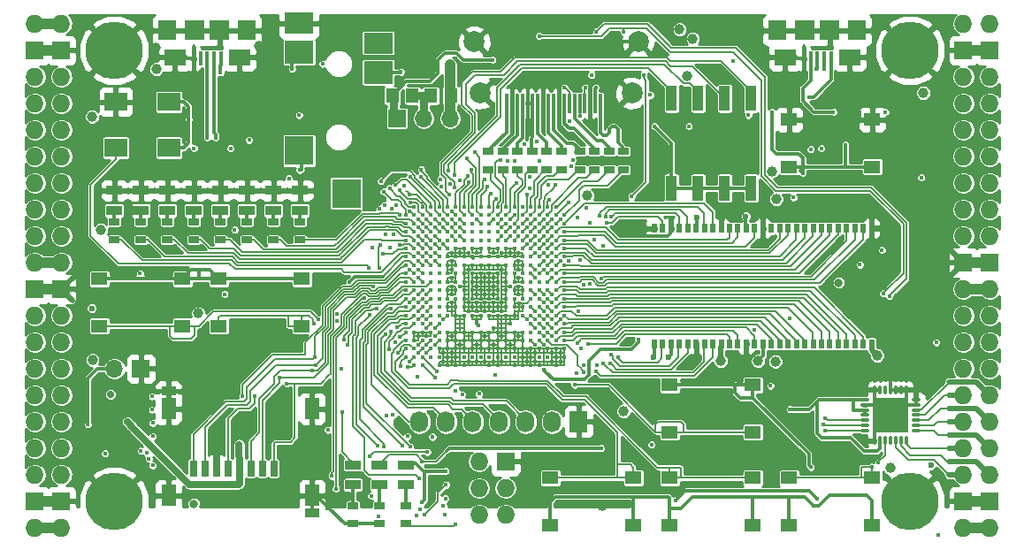
<source format=gtl>
G04 #@! TF.GenerationSoftware,KiCad,Pcbnew,5.0.0+dfsg1-1*
G04 #@! TF.CreationDate,2018-08-10T13:48:52+02:00*
G04 #@! TF.ProjectId,ulx3s,756C7833732E6B696361645F70636200,rev?*
G04 #@! TF.SameCoordinates,Original*
G04 #@! TF.FileFunction,Copper,L1,Top,Signal*
G04 #@! TF.FilePolarity,Positive*
%FSLAX46Y46*%
G04 Gerber Fmt 4.6, Leading zero omitted, Abs format (unit mm)*
G04 Created by KiCad (PCBNEW 5.0.0+dfsg1-1) date Fri Aug 10 13:48:52 2018*
%MOMM*%
%LPD*%
G01*
G04 APERTURE LIST*
G04 #@! TA.AperFunction,BGAPad,CuDef*
%ADD10C,0.400000*%
G04 #@! TD*
G04 #@! TA.AperFunction,SMDPad,CuDef*
%ADD11R,0.300000X1.900000*%
G04 #@! TD*
G04 #@! TA.AperFunction,ComponentPad*
%ADD12C,2.000000*%
G04 #@! TD*
G04 #@! TA.AperFunction,SMDPad,CuDef*
%ADD13R,1.120000X2.440000*%
G04 #@! TD*
G04 #@! TA.AperFunction,SMDPad,CuDef*
%ADD14R,0.560000X0.900000*%
G04 #@! TD*
G04 #@! TA.AperFunction,ComponentPad*
%ADD15O,1.727200X1.727200*%
G04 #@! TD*
G04 #@! TA.AperFunction,ComponentPad*
%ADD16R,1.727200X1.727200*%
G04 #@! TD*
G04 #@! TA.AperFunction,ComponentPad*
%ADD17C,5.500000*%
G04 #@! TD*
G04 #@! TA.AperFunction,SMDPad,CuDef*
%ADD18O,0.850000X0.300000*%
G04 #@! TD*
G04 #@! TA.AperFunction,SMDPad,CuDef*
%ADD19O,0.300000X0.850000*%
G04 #@! TD*
G04 #@! TA.AperFunction,SMDPad,CuDef*
%ADD20R,1.675000X1.675000*%
G04 #@! TD*
G04 #@! TA.AperFunction,ComponentPad*
%ADD21R,1.727200X2.032000*%
G04 #@! TD*
G04 #@! TA.AperFunction,ComponentPad*
%ADD22O,1.727200X2.032000*%
G04 #@! TD*
G04 #@! TA.AperFunction,SMDPad,CuDef*
%ADD23R,2.800000X2.000000*%
G04 #@! TD*
G04 #@! TA.AperFunction,SMDPad,CuDef*
%ADD24R,2.800000X2.200000*%
G04 #@! TD*
G04 #@! TA.AperFunction,SMDPad,CuDef*
%ADD25R,2.800000X2.800000*%
G04 #@! TD*
G04 #@! TA.AperFunction,SMDPad,CuDef*
%ADD26R,0.700000X1.500000*%
G04 #@! TD*
G04 #@! TA.AperFunction,SMDPad,CuDef*
%ADD27R,1.450000X0.900000*%
G04 #@! TD*
G04 #@! TA.AperFunction,SMDPad,CuDef*
%ADD28R,1.450000X2.000000*%
G04 #@! TD*
G04 #@! TA.AperFunction,SMDPad,CuDef*
%ADD29R,2.200000X1.800000*%
G04 #@! TD*
G04 #@! TA.AperFunction,SMDPad,CuDef*
%ADD30R,1.000000X0.670000*%
G04 #@! TD*
G04 #@! TA.AperFunction,SMDPad,CuDef*
%ADD31R,1.500000X0.970000*%
G04 #@! TD*
G04 #@! TA.AperFunction,ComponentPad*
%ADD32R,1.700000X1.700000*%
G04 #@! TD*
G04 #@! TA.AperFunction,ComponentPad*
%ADD33O,1.700000X1.700000*%
G04 #@! TD*
G04 #@! TA.AperFunction,SMDPad,CuDef*
%ADD34R,1.295000X1.400000*%
G04 #@! TD*
G04 #@! TA.AperFunction,SMDPad,CuDef*
%ADD35R,1.800000X1.900000*%
G04 #@! TD*
G04 #@! TA.AperFunction,SMDPad,CuDef*
%ADD36R,0.400000X1.350000*%
G04 #@! TD*
G04 #@! TA.AperFunction,SMDPad,CuDef*
%ADD37R,1.900000X1.900000*%
G04 #@! TD*
G04 #@! TA.AperFunction,SMDPad,CuDef*
%ADD38R,2.100000X1.600000*%
G04 #@! TD*
G04 #@! TA.AperFunction,SMDPad,CuDef*
%ADD39R,1.550000X1.300000*%
G04 #@! TD*
G04 #@! TA.AperFunction,ViaPad*
%ADD40C,2.000000*%
G04 #@! TD*
G04 #@! TA.AperFunction,ViaPad*
%ADD41C,0.419000*%
G04 #@! TD*
G04 #@! TA.AperFunction,ViaPad*
%ADD42C,0.600000*%
G04 #@! TD*
G04 #@! TA.AperFunction,ViaPad*
%ADD43C,1.000000*%
G04 #@! TD*
G04 #@! TA.AperFunction,ViaPad*
%ADD44C,0.800000*%
G04 #@! TD*
G04 #@! TA.AperFunction,ViaPad*
%ADD45C,0.700000*%
G04 #@! TD*
G04 #@! TA.AperFunction,ViaPad*
%ADD46C,0.454000*%
G04 #@! TD*
G04 #@! TA.AperFunction,Conductor*
%ADD47C,0.300000*%
G04 #@! TD*
G04 #@! TA.AperFunction,Conductor*
%ADD48C,0.127000*%
G04 #@! TD*
G04 #@! TA.AperFunction,Conductor*
%ADD49C,0.190000*%
G04 #@! TD*
G04 #@! TA.AperFunction,Conductor*
%ADD50C,0.500000*%
G04 #@! TD*
G04 #@! TA.AperFunction,Conductor*
%ADD51C,1.000000*%
G04 #@! TD*
G04 #@! TA.AperFunction,Conductor*
%ADD52C,0.700000*%
G04 #@! TD*
G04 #@! TA.AperFunction,Conductor*
%ADD53C,0.800000*%
G04 #@! TD*
G04 #@! TA.AperFunction,Conductor*
%ADD54C,0.140000*%
G04 #@! TD*
G04 #@! TA.AperFunction,Conductor*
%ADD55C,0.254000*%
G04 #@! TD*
G04 APERTURE END LIST*
D10*
G04 #@! TO.P,U1,Y19*
G04 #@! TO.N,GND*
X145280000Y-95400000D03*
G04 #@! TO.P,U1,Y17*
X143680000Y-95400000D03*
G04 #@! TO.P,U1,Y16*
X142880000Y-95400000D03*
G04 #@! TO.P,U1,Y15*
X142080000Y-95400000D03*
G04 #@! TO.P,U1,Y14*
X141280000Y-95400000D03*
G04 #@! TO.P,U1,Y12*
X139680000Y-95400000D03*
G04 #@! TO.P,U1,Y11*
X138880000Y-95400000D03*
G04 #@! TO.P,U1,Y8*
X136480000Y-95400000D03*
G04 #@! TO.P,U1,Y7*
X135680000Y-95400000D03*
G04 #@! TO.P,U1,Y6*
X134880000Y-95400000D03*
G04 #@! TO.P,U1,Y5*
X134080000Y-95400000D03*
G04 #@! TO.P,U1,Y3*
G04 #@! TO.N,/flash/FPGA_DONE*
X132480000Y-95400000D03*
G04 #@! TO.P,U1,Y2*
G04 #@! TO.N,/flash/FLASH_nWP*
X131680000Y-95400000D03*
G04 #@! TO.P,U1,W20*
G04 #@! TO.N,GND*
X146080000Y-94600000D03*
G04 #@! TO.P,U1,W19*
X145280000Y-94600000D03*
G04 #@! TO.P,U1,W18*
G04 #@! TO.N,N/C*
X144480000Y-94600000D03*
G04 #@! TO.P,U1,W17*
X143680000Y-94600000D03*
G04 #@! TO.P,U1,W16*
G04 #@! TO.N,GND*
X142880000Y-94600000D03*
G04 #@! TO.P,U1,W15*
X142080000Y-94600000D03*
G04 #@! TO.P,U1,W14*
G04 #@! TO.N,N/C*
X141280000Y-94600000D03*
G04 #@! TO.P,U1,W13*
X140480000Y-94600000D03*
G04 #@! TO.P,U1,W12*
G04 #@! TO.N,GND*
X139680000Y-94600000D03*
G04 #@! TO.P,U1,W11*
G04 #@! TO.N,N/C*
X138880000Y-94600000D03*
G04 #@! TO.P,U1,W10*
X138080000Y-94600000D03*
G04 #@! TO.P,U1,W9*
X137280000Y-94600000D03*
G04 #@! TO.P,U1,W8*
X136480000Y-94600000D03*
G04 #@! TO.P,U1,W7*
G04 #@! TO.N,GND*
X135680000Y-94600000D03*
G04 #@! TO.P,U1,W6*
X134880000Y-94600000D03*
G04 #@! TO.P,U1,W5*
G04 #@! TO.N,N/C*
X134080000Y-94600000D03*
G04 #@! TO.P,U1,W4*
X133280000Y-94600000D03*
G04 #@! TO.P,U1,W3*
G04 #@! TO.N,/flash/FPGA_PROGRAMN*
X132480000Y-94600000D03*
G04 #@! TO.P,U1,W2*
G04 #@! TO.N,/flash/FLASH_MOSI*
X131680000Y-94600000D03*
G04 #@! TO.P,U1,W1*
G04 #@! TO.N,/flash/FLASH_nHOLD*
X130880000Y-94600000D03*
G04 #@! TO.P,U1,V20*
G04 #@! TO.N,GND*
X146080000Y-93800000D03*
G04 #@! TO.P,U1,V19*
X145280000Y-93800000D03*
G04 #@! TO.P,U1,V18*
X144480000Y-93800000D03*
G04 #@! TO.P,U1,V17*
X143680000Y-93800000D03*
G04 #@! TO.P,U1,V16*
X142880000Y-93800000D03*
G04 #@! TO.P,U1,V15*
X142080000Y-93800000D03*
G04 #@! TO.P,U1,V14*
X141280000Y-93800000D03*
G04 #@! TO.P,U1,V13*
X140480000Y-93800000D03*
G04 #@! TO.P,U1,V12*
X139680000Y-93800000D03*
G04 #@! TO.P,U1,V11*
X138880000Y-93800000D03*
G04 #@! TO.P,U1,V10*
X138080000Y-93800000D03*
G04 #@! TO.P,U1,V9*
X137280000Y-93800000D03*
G04 #@! TO.P,U1,V8*
X136480000Y-93800000D03*
G04 #@! TO.P,U1,V7*
X135680000Y-93800000D03*
G04 #@! TO.P,U1,V6*
X134880000Y-93800000D03*
G04 #@! TO.P,U1,V5*
X134080000Y-93800000D03*
G04 #@! TO.P,U1,V4*
G04 #@! TO.N,JTAG_TDO*
X133280000Y-93800000D03*
G04 #@! TO.P,U1,V3*
G04 #@! TO.N,/flash/FPGA_INITN*
X132480000Y-93800000D03*
G04 #@! TO.P,U1,V2*
G04 #@! TO.N,/flash/FLASH_MISO*
X131680000Y-93800000D03*
G04 #@! TO.P,U1,V1*
G04 #@! TO.N,BTN_D*
X130880000Y-93800000D03*
G04 #@! TO.P,U1,U20*
G04 #@! TO.N,SDRAM_D7*
X146080000Y-93000000D03*
G04 #@! TO.P,U1,U19*
G04 #@! TO.N,SDRAM_DQM0*
X145280000Y-93000000D03*
G04 #@! TO.P,U1,U18*
G04 #@! TO.N,GP14*
X144480000Y-93000000D03*
G04 #@! TO.P,U1,U17*
G04 #@! TO.N,GN14*
X143680000Y-93000000D03*
G04 #@! TO.P,U1,U16*
G04 #@! TO.N,ADC_MISO*
X142880000Y-93000000D03*
G04 #@! TO.P,U1,U15*
G04 #@! TO.N,GND*
X142080000Y-93000000D03*
G04 #@! TO.P,U1,U14*
X141280000Y-93000000D03*
G04 #@! TO.P,U1,U13*
X140480000Y-93000000D03*
G04 #@! TO.P,U1,U12*
X139680000Y-93000000D03*
G04 #@! TO.P,U1,U11*
X138880000Y-93000000D03*
G04 #@! TO.P,U1,U10*
X138080000Y-93000000D03*
G04 #@! TO.P,U1,U9*
X137280000Y-93000000D03*
G04 #@! TO.P,U1,U8*
X136480000Y-93000000D03*
G04 #@! TO.P,U1,U7*
X135680000Y-93000000D03*
G04 #@! TO.P,U1,U6*
X134880000Y-93000000D03*
G04 #@! TO.P,U1,U5*
G04 #@! TO.N,JTAG_TMS*
X134080000Y-93000000D03*
G04 #@! TO.P,U1,U4*
G04 #@! TO.N,GND*
X133280000Y-93000000D03*
G04 #@! TO.P,U1,U3*
G04 #@! TO.N,/flash/FLASH_SCK*
X132480000Y-93000000D03*
G04 #@! TO.P,U1,U2*
G04 #@! TO.N,+3V3*
X131680000Y-93000000D03*
G04 #@! TO.P,U1,U1*
G04 #@! TO.N,BTN_L*
X130880000Y-93000000D03*
G04 #@! TO.P,U1,T20*
G04 #@! TO.N,SDRAM_nWE*
X146080000Y-92200000D03*
G04 #@! TO.P,U1,T19*
G04 #@! TO.N,SDRAM_nCAS*
X145280000Y-92200000D03*
G04 #@! TO.P,U1,T18*
G04 #@! TO.N,SDRAM_D5*
X144480000Y-92200000D03*
G04 #@! TO.P,U1,T17*
G04 #@! TO.N,SDRAM_D6*
X143680000Y-92200000D03*
G04 #@! TO.P,U1,T16*
G04 #@! TO.N,N/C*
X142880000Y-92200000D03*
G04 #@! TO.P,U1,T15*
G04 #@! TO.N,GND*
X142080000Y-92200000D03*
G04 #@! TO.P,U1,T14*
X141280000Y-92200000D03*
G04 #@! TO.P,U1,T13*
X140480000Y-92200000D03*
G04 #@! TO.P,U1,T12*
X139680000Y-92200000D03*
G04 #@! TO.P,U1,T11*
X138880000Y-92200000D03*
G04 #@! TO.P,U1,T10*
X138080000Y-92200000D03*
G04 #@! TO.P,U1,T9*
X137280000Y-92200000D03*
G04 #@! TO.P,U1,T8*
X136480000Y-92200000D03*
G04 #@! TO.P,U1,T7*
X135680000Y-92200000D03*
G04 #@! TO.P,U1,T6*
X134880000Y-92200000D03*
G04 #@! TO.P,U1,T5*
G04 #@! TO.N,JTAG_TCK*
X134080000Y-92200000D03*
G04 #@! TO.P,U1,T4*
G04 #@! TO.N,+3V3*
X133280000Y-92200000D03*
G04 #@! TO.P,U1,T3*
X132480000Y-92200000D03*
G04 #@! TO.P,U1,T2*
X131680000Y-92200000D03*
G04 #@! TO.P,U1,T1*
G04 #@! TO.N,BTN_F2*
X130880000Y-92200000D03*
G04 #@! TO.P,U1,R20*
G04 #@! TO.N,SDRAM_nRAS*
X146080000Y-91400000D03*
G04 #@! TO.P,U1,R19*
G04 #@! TO.N,GND*
X145280000Y-91400000D03*
G04 #@! TO.P,U1,R18*
G04 #@! TO.N,BTN_U*
X144480000Y-91400000D03*
G04 #@! TO.P,U1,R17*
G04 #@! TO.N,ADC_CSn*
X143680000Y-91400000D03*
G04 #@! TO.P,U1,R16*
G04 #@! TO.N,ADC_MOSI*
X142880000Y-91400000D03*
G04 #@! TO.P,U1,R5*
G04 #@! TO.N,JTAG_TDI*
X134080000Y-91400000D03*
G04 #@! TO.P,U1,R4*
G04 #@! TO.N,GND*
X133280000Y-91400000D03*
G04 #@! TO.P,U1,R3*
G04 #@! TO.N,N/C*
X132480000Y-91400000D03*
G04 #@! TO.P,U1,R2*
G04 #@! TO.N,/flash/FLASH_nCS*
X131680000Y-91400000D03*
G04 #@! TO.P,U1,R1*
G04 #@! TO.N,BTN_F1*
X130880000Y-91400000D03*
G04 #@! TO.P,U1,P20*
G04 #@! TO.N,SDRAM_nCS*
X146080000Y-90600000D03*
G04 #@! TO.P,U1,P19*
G04 #@! TO.N,SDRAM_BA0*
X145280000Y-90600000D03*
G04 #@! TO.P,U1,P18*
G04 #@! TO.N,SDRAM_D4*
X144480000Y-90600000D03*
G04 #@! TO.P,U1,P17*
G04 #@! TO.N,ADC_SCLK*
X143680000Y-90600000D03*
G04 #@! TO.P,U1,P16*
G04 #@! TO.N,GN15*
X142880000Y-90600000D03*
G04 #@! TO.P,U1,P15*
G04 #@! TO.N,+2V5*
X142080000Y-90600000D03*
G04 #@! TO.P,U1,P14*
G04 #@! TO.N,GND*
X141280000Y-90600000D03*
G04 #@! TO.P,U1,P13*
X140480000Y-90600000D03*
G04 #@! TO.P,U1,P12*
X139680000Y-90600000D03*
G04 #@! TO.P,U1,P11*
X138880000Y-90600000D03*
G04 #@! TO.P,U1,P10*
G04 #@! TO.N,+3V3*
X138080000Y-90600000D03*
G04 #@! TO.P,U1,P9*
X137280000Y-90600000D03*
G04 #@! TO.P,U1,P8*
G04 #@! TO.N,GND*
X136480000Y-90600000D03*
G04 #@! TO.P,U1,P7*
X135680000Y-90600000D03*
G04 #@! TO.P,U1,P6*
G04 #@! TO.N,+2V5*
X134880000Y-90600000D03*
G04 #@! TO.P,U1,P5*
G04 #@! TO.N,N/C*
X134080000Y-90600000D03*
G04 #@! TO.P,U1,P4*
G04 #@! TO.N,OLED_CLK*
X133280000Y-90600000D03*
G04 #@! TO.P,U1,P3*
G04 #@! TO.N,OLED_MOSI*
X132480000Y-90600000D03*
G04 #@! TO.P,U1,P2*
G04 #@! TO.N,OLED_RES*
X131680000Y-90600000D03*
G04 #@! TO.P,U1,P1*
G04 #@! TO.N,OLED_DC*
X130880000Y-90600000D03*
G04 #@! TO.P,U1,N20*
G04 #@! TO.N,SDRAM_BA1*
X146080000Y-89800000D03*
G04 #@! TO.P,U1,N19*
G04 #@! TO.N,SDRAM_A10*
X145280000Y-89800000D03*
G04 #@! TO.P,U1,N18*
G04 #@! TO.N,SDRAM_D3*
X144480000Y-89800000D03*
G04 #@! TO.P,U1,N17*
G04 #@! TO.N,GP15*
X143680000Y-89800000D03*
G04 #@! TO.P,U1,N16*
G04 #@! TO.N,GP16*
X142880000Y-89800000D03*
G04 #@! TO.P,U1,N15*
G04 #@! TO.N,GND*
X142080000Y-89800000D03*
G04 #@! TO.P,U1,N14*
X141280000Y-89800000D03*
G04 #@! TO.P,U1,N13*
G04 #@! TO.N,+1V1*
X140480000Y-89800000D03*
G04 #@! TO.P,U1,N12*
X139680000Y-89800000D03*
G04 #@! TO.P,U1,N11*
X138880000Y-89800000D03*
G04 #@! TO.P,U1,N10*
X138080000Y-89800000D03*
G04 #@! TO.P,U1,N9*
X137280000Y-89800000D03*
G04 #@! TO.P,U1,N8*
X136480000Y-89800000D03*
G04 #@! TO.P,U1,N7*
G04 #@! TO.N,GND*
X135680000Y-89800000D03*
G04 #@! TO.P,U1,N6*
X134880000Y-89800000D03*
G04 #@! TO.P,U1,N5*
G04 #@! TO.N,N/C*
X134080000Y-89800000D03*
G04 #@! TO.P,U1,N4*
G04 #@! TO.N,WIFI_GPIO5*
X133280000Y-89800000D03*
G04 #@! TO.P,U1,N3*
G04 #@! TO.N,WIFI_GPIO17*
X132480000Y-89800000D03*
G04 #@! TO.P,U1,N2*
G04 #@! TO.N,OLED_CS*
X131680000Y-89800000D03*
G04 #@! TO.P,U1,N1*
G04 #@! TO.N,FTDI_nDTR*
X130880000Y-89800000D03*
G04 #@! TO.P,U1,M20*
G04 #@! TO.N,SDRAM_A0*
X146080000Y-89000000D03*
G04 #@! TO.P,U1,M19*
G04 #@! TO.N,SDRAM_A1*
X145280000Y-89000000D03*
G04 #@! TO.P,U1,M18*
G04 #@! TO.N,SDRAM_D2*
X144480000Y-89000000D03*
G04 #@! TO.P,U1,M17*
G04 #@! TO.N,GN16*
X143680000Y-89000000D03*
G04 #@! TO.P,U1,M16*
G04 #@! TO.N,GND*
X142880000Y-89000000D03*
G04 #@! TO.P,U1,M15*
G04 #@! TO.N,+3V3*
X142080000Y-89000000D03*
G04 #@! TO.P,U1,M14*
G04 #@! TO.N,GND*
X141280000Y-89000000D03*
G04 #@! TO.P,U1,M13*
G04 #@! TO.N,+1V1*
X140480000Y-89000000D03*
G04 #@! TO.P,U1,M12*
G04 #@! TO.N,GND*
X139680000Y-89000000D03*
G04 #@! TO.P,U1,M11*
X138880000Y-89000000D03*
G04 #@! TO.P,U1,M10*
X138080000Y-89000000D03*
G04 #@! TO.P,U1,M9*
X137280000Y-89000000D03*
G04 #@! TO.P,U1,M8*
G04 #@! TO.N,+1V1*
X136480000Y-89000000D03*
G04 #@! TO.P,U1,M7*
G04 #@! TO.N,GND*
X135680000Y-89000000D03*
G04 #@! TO.P,U1,M6*
G04 #@! TO.N,+3V3*
X134880000Y-89000000D03*
G04 #@! TO.P,U1,M5*
G04 #@! TO.N,N/C*
X134080000Y-89000000D03*
G04 #@! TO.P,U1,M4*
G04 #@! TO.N,USER_PROGRAMN*
X133280000Y-89000000D03*
G04 #@! TO.P,U1,M3*
G04 #@! TO.N,FTDI_nRTS*
X132480000Y-89000000D03*
G04 #@! TO.P,U1,M2*
G04 #@! TO.N,GND*
X131680000Y-89000000D03*
G04 #@! TO.P,U1,M1*
G04 #@! TO.N,FTDI_TXD*
X130880000Y-89000000D03*
G04 #@! TO.P,U1,L20*
G04 #@! TO.N,SDRAM_A2*
X146080000Y-88200000D03*
G04 #@! TO.P,U1,L19*
G04 #@! TO.N,SDRAM_A3*
X145280000Y-88200000D03*
G04 #@! TO.P,U1,L18*
G04 #@! TO.N,SDRAM_D1*
X144480000Y-88200000D03*
G04 #@! TO.P,U1,L17*
G04 #@! TO.N,GN17*
X143680000Y-88200000D03*
G04 #@! TO.P,U1,L16*
G04 #@! TO.N,GP17*
X142880000Y-88200000D03*
G04 #@! TO.P,U1,L15*
G04 #@! TO.N,+3V3*
X142080000Y-88200000D03*
G04 #@! TO.P,U1,L14*
X141280000Y-88200000D03*
G04 #@! TO.P,U1,L13*
G04 #@! TO.N,+1V1*
X140480000Y-88200000D03*
G04 #@! TO.P,U1,L12*
G04 #@! TO.N,GND*
X139680000Y-88200000D03*
G04 #@! TO.P,U1,L11*
X138880000Y-88200000D03*
G04 #@! TO.P,U1,L10*
X138080000Y-88200000D03*
G04 #@! TO.P,U1,L9*
X137280000Y-88200000D03*
G04 #@! TO.P,U1,L8*
G04 #@! TO.N,+1V1*
X136480000Y-88200000D03*
G04 #@! TO.P,U1,L7*
G04 #@! TO.N,+3V3*
X135680000Y-88200000D03*
G04 #@! TO.P,U1,L6*
X134880000Y-88200000D03*
G04 #@! TO.P,U1,L5*
G04 #@! TO.N,N/C*
X134080000Y-88200000D03*
G04 #@! TO.P,U1,L4*
G04 #@! TO.N,FTDI_RXD*
X133280000Y-88200000D03*
G04 #@! TO.P,U1,L3*
G04 #@! TO.N,FTDI_TXDEN*
X132480000Y-88200000D03*
G04 #@! TO.P,U1,L2*
G04 #@! TO.N,WIFI_GPIO0*
X131680000Y-88200000D03*
G04 #@! TO.P,U1,L1*
G04 #@! TO.N,WIFI_GPIO16*
X130880000Y-88200000D03*
G04 #@! TO.P,U1,K20*
G04 #@! TO.N,SDRAM_A4*
X146080000Y-87400000D03*
G04 #@! TO.P,U1,K19*
G04 #@! TO.N,SDRAM_A5*
X145280000Y-87400000D03*
G04 #@! TO.P,U1,K18*
G04 #@! TO.N,SDRAM_A6*
X144480000Y-87400000D03*
G04 #@! TO.P,U1,K17*
G04 #@! TO.N,N/C*
X143680000Y-87400000D03*
G04 #@! TO.P,U1,K16*
X142880000Y-87400000D03*
G04 #@! TO.P,U1,K15*
G04 #@! TO.N,GND*
X142080000Y-87400000D03*
G04 #@! TO.P,U1,K14*
X141280000Y-87400000D03*
G04 #@! TO.P,U1,K13*
G04 #@! TO.N,+1V1*
X140480000Y-87400000D03*
G04 #@! TO.P,U1,K12*
G04 #@! TO.N,GND*
X139680000Y-87400000D03*
G04 #@! TO.P,U1,K11*
X138880000Y-87400000D03*
G04 #@! TO.P,U1,K10*
X138080000Y-87400000D03*
G04 #@! TO.P,U1,K9*
X137280000Y-87400000D03*
G04 #@! TO.P,U1,K8*
G04 #@! TO.N,+1V1*
X136480000Y-87400000D03*
G04 #@! TO.P,U1,K7*
G04 #@! TO.N,GND*
X135680000Y-87400000D03*
G04 #@! TO.P,U1,K6*
X134880000Y-87400000D03*
G04 #@! TO.P,U1,K5*
G04 #@! TO.N,N/C*
X134080000Y-87400000D03*
G04 #@! TO.P,U1,K4*
G04 #@! TO.N,WIFI_TXD*
X133280000Y-87400000D03*
G04 #@! TO.P,U1,K3*
G04 #@! TO.N,WIFI_RXD*
X132480000Y-87400000D03*
G04 #@! TO.P,U1,K2*
G04 #@! TO.N,SD_D3*
X131680000Y-87400000D03*
G04 #@! TO.P,U1,K1*
G04 #@! TO.N,SD_D2*
X130880000Y-87400000D03*
G04 #@! TO.P,U1,J20*
G04 #@! TO.N,SDRAM_A7*
X146080000Y-86600000D03*
G04 #@! TO.P,U1,J19*
G04 #@! TO.N,SDRAM_A8*
X145280000Y-86600000D03*
G04 #@! TO.P,U1,J18*
G04 #@! TO.N,SDRAM_D14*
X144480000Y-86600000D03*
G04 #@! TO.P,U1,J17*
G04 #@! TO.N,SDRAM_D15*
X143680000Y-86600000D03*
G04 #@! TO.P,U1,J16*
G04 #@! TO.N,SDRAM_D0*
X142880000Y-86600000D03*
G04 #@! TO.P,U1,J15*
G04 #@! TO.N,+3V3*
X142080000Y-86600000D03*
G04 #@! TO.P,U1,J14*
G04 #@! TO.N,GND*
X141280000Y-86600000D03*
G04 #@! TO.P,U1,J13*
G04 #@! TO.N,+1V1*
X140480000Y-86600000D03*
G04 #@! TO.P,U1,J12*
G04 #@! TO.N,GND*
X139680000Y-86600000D03*
G04 #@! TO.P,U1,J11*
X138880000Y-86600000D03*
G04 #@! TO.P,U1,J10*
X138080000Y-86600000D03*
G04 #@! TO.P,U1,J9*
X137280000Y-86600000D03*
G04 #@! TO.P,U1,J8*
G04 #@! TO.N,+1V1*
X136480000Y-86600000D03*
G04 #@! TO.P,U1,J7*
G04 #@! TO.N,GND*
X135680000Y-86600000D03*
G04 #@! TO.P,U1,J6*
G04 #@! TO.N,2V5_3V3*
X134880000Y-86600000D03*
G04 #@! TO.P,U1,J5*
G04 #@! TO.N,N/C*
X134080000Y-86600000D03*
G04 #@! TO.P,U1,J4*
X133280000Y-86600000D03*
G04 #@! TO.P,U1,J3*
G04 #@! TO.N,SD_D0*
X132480000Y-86600000D03*
G04 #@! TO.P,U1,J2*
G04 #@! TO.N,GND*
X131680000Y-86600000D03*
G04 #@! TO.P,U1,J1*
G04 #@! TO.N,SD_CMD*
X130880000Y-86600000D03*
G04 #@! TO.P,U1,H20*
G04 #@! TO.N,SDRAM_A9*
X146080000Y-85800000D03*
G04 #@! TO.P,U1,H19*
G04 #@! TO.N,GND*
X145280000Y-85800000D03*
G04 #@! TO.P,U1,H18*
G04 #@! TO.N,GP18*
X144480000Y-85800000D03*
G04 #@! TO.P,U1,H17*
G04 #@! TO.N,GN18*
X143680000Y-85800000D03*
G04 #@! TO.P,U1,H16*
G04 #@! TO.N,BTN_R*
X142880000Y-85800000D03*
G04 #@! TO.P,U1,H15*
G04 #@! TO.N,+3V3*
X142080000Y-85800000D03*
G04 #@! TO.P,U1,H14*
X141280000Y-85800000D03*
G04 #@! TO.P,U1,H13*
G04 #@! TO.N,+1V1*
X140480000Y-85800000D03*
G04 #@! TO.P,U1,H12*
X139680000Y-85800000D03*
G04 #@! TO.P,U1,H11*
X138880000Y-85800000D03*
G04 #@! TO.P,U1,H10*
X138080000Y-85800000D03*
G04 #@! TO.P,U1,H9*
X137280000Y-85800000D03*
G04 #@! TO.P,U1,H8*
X136480000Y-85800000D03*
G04 #@! TO.P,U1,H7*
G04 #@! TO.N,2V5_3V3*
X135680000Y-85800000D03*
G04 #@! TO.P,U1,H6*
X134880000Y-85800000D03*
G04 #@! TO.P,U1,H5*
G04 #@! TO.N,AUDIO_V0*
X134080000Y-85800000D03*
G04 #@! TO.P,U1,H4*
G04 #@! TO.N,GP13*
X133280000Y-85800000D03*
G04 #@! TO.P,U1,H3*
G04 #@! TO.N,LED7*
X132480000Y-85800000D03*
G04 #@! TO.P,U1,H2*
G04 #@! TO.N,SD_CLK*
X131680000Y-85800000D03*
G04 #@! TO.P,U1,H1*
G04 #@! TO.N,SD_D1*
X130880000Y-85800000D03*
G04 #@! TO.P,U1,G20*
G04 #@! TO.N,SDRAM_A11*
X146080000Y-85000000D03*
G04 #@! TO.P,U1,G19*
G04 #@! TO.N,SDRAM_A12*
X145280000Y-85000000D03*
G04 #@! TO.P,U1,G18*
G04 #@! TO.N,GN19*
X144480000Y-85000000D03*
G04 #@! TO.P,U1,G17*
G04 #@! TO.N,GND*
X143680000Y-85000000D03*
G04 #@! TO.P,U1,G16*
G04 #@! TO.N,SHUTDOWN*
X142880000Y-85000000D03*
G04 #@! TO.P,U1,G15*
G04 #@! TO.N,GND*
X142080000Y-85000000D03*
G04 #@! TO.P,U1,G14*
X141280000Y-85000000D03*
G04 #@! TO.P,U1,G13*
X140480000Y-85000000D03*
G04 #@! TO.P,U1,G12*
X139680000Y-85000000D03*
G04 #@! TO.P,U1,G11*
X138880000Y-85000000D03*
G04 #@! TO.P,U1,G10*
X138080000Y-85000000D03*
G04 #@! TO.P,U1,G9*
X137280000Y-85000000D03*
G04 #@! TO.P,U1,G8*
X136480000Y-85000000D03*
G04 #@! TO.P,U1,G7*
X135680000Y-85000000D03*
G04 #@! TO.P,U1,G6*
X134880000Y-85000000D03*
G04 #@! TO.P,U1,G5*
G04 #@! TO.N,GN13*
X134080000Y-85000000D03*
G04 #@! TO.P,U1,G4*
G04 #@! TO.N,GND*
X133280000Y-85000000D03*
G04 #@! TO.P,U1,G3*
G04 #@! TO.N,GP12*
X132480000Y-85000000D03*
G04 #@! TO.P,U1,G2*
G04 #@! TO.N,CLK_25MHz*
X131680000Y-85000000D03*
G04 #@! TO.P,U1,G1*
G04 #@! TO.N,/usb/ANT_433MHz*
X130880000Y-85000000D03*
G04 #@! TO.P,U1,F20*
G04 #@! TO.N,SDRAM_CKE*
X146080000Y-84200000D03*
G04 #@! TO.P,U1,F19*
G04 #@! TO.N,SDRAM_CLK*
X145280000Y-84200000D03*
G04 #@! TO.P,U1,F18*
G04 #@! TO.N,SDRAM_D13*
X144480000Y-84200000D03*
G04 #@! TO.P,U1,F17*
G04 #@! TO.N,GP19*
X143680000Y-84200000D03*
G04 #@! TO.P,U1,F16*
G04 #@! TO.N,USB_FPGA_D-*
X142880000Y-84200000D03*
G04 #@! TO.P,U1,F15*
G04 #@! TO.N,+2V5*
X142080000Y-84200000D03*
G04 #@! TO.P,U1,F14*
G04 #@! TO.N,GND*
X141280000Y-84200000D03*
G04 #@! TO.P,U1,F13*
X140480000Y-84200000D03*
G04 #@! TO.P,U1,F12*
G04 #@! TO.N,+3V3*
X139680000Y-84200000D03*
G04 #@! TO.P,U1,F11*
X138880000Y-84200000D03*
G04 #@! TO.P,U1,F10*
G04 #@! TO.N,2V5_3V3*
X138080000Y-84200000D03*
G04 #@! TO.P,U1,F9*
X137280000Y-84200000D03*
G04 #@! TO.P,U1,F8*
G04 #@! TO.N,GND*
X136480000Y-84200000D03*
G04 #@! TO.P,U1,F7*
X135680000Y-84200000D03*
G04 #@! TO.P,U1,F6*
G04 #@! TO.N,+2V5*
X134880000Y-84200000D03*
G04 #@! TO.P,U1,F5*
G04 #@! TO.N,AUDIO_V2*
X134080000Y-84200000D03*
G04 #@! TO.P,U1,F4*
G04 #@! TO.N,GP11*
X133280000Y-84200000D03*
G04 #@! TO.P,U1,F3*
G04 #@! TO.N,GN12*
X132480000Y-84200000D03*
G04 #@! TO.P,U1,F2*
G04 #@! TO.N,AUDIO_V1*
X131680000Y-84200000D03*
G04 #@! TO.P,U1,F1*
G04 #@! TO.N,WIFI_EN*
X130880000Y-84200000D03*
G04 #@! TO.P,U1,E20*
G04 #@! TO.N,SDRAM_DQM1*
X146080000Y-83400000D03*
G04 #@! TO.P,U1,E19*
G04 #@! TO.N,SDRAM_D8*
X145280000Y-83400000D03*
G04 #@! TO.P,U1,E18*
G04 #@! TO.N,SDRAM_D12*
X144480000Y-83400000D03*
G04 #@! TO.P,U1,E17*
G04 #@! TO.N,GN20*
X143680000Y-83400000D03*
G04 #@! TO.P,U1,E16*
G04 #@! TO.N,USB_FPGA_D+*
X142880000Y-83400000D03*
G04 #@! TO.P,U1,E15*
G04 #@! TO.N,USB_FPGA_D-*
X142080000Y-83400000D03*
G04 #@! TO.P,U1,E14*
G04 #@! TO.N,GN25*
X141280000Y-83400000D03*
G04 #@! TO.P,U1,E13*
G04 #@! TO.N,GN27*
X140480000Y-83400000D03*
G04 #@! TO.P,U1,E12*
G04 #@! TO.N,FPDI_SCL*
X139680000Y-83400000D03*
G04 #@! TO.P,U1,E11*
G04 #@! TO.N,N/C*
X138880000Y-83400000D03*
G04 #@! TO.P,U1,E10*
X138080000Y-83400000D03*
G04 #@! TO.P,U1,E9*
X137280000Y-83400000D03*
G04 #@! TO.P,U1,E8*
G04 #@! TO.N,SW1*
X136480000Y-83400000D03*
G04 #@! TO.P,U1,E7*
G04 #@! TO.N,SW4*
X135680000Y-83400000D03*
G04 #@! TO.P,U1,E6*
G04 #@! TO.N,N/C*
X134880000Y-83400000D03*
G04 #@! TO.P,U1,E5*
G04 #@! TO.N,AUDIO_V3*
X134080000Y-83400000D03*
G04 #@! TO.P,U1,E4*
G04 #@! TO.N,AUDIO_L0*
X133280000Y-83400000D03*
G04 #@! TO.P,U1,E3*
G04 #@! TO.N,GN11*
X132480000Y-83400000D03*
G04 #@! TO.P,U1,E2*
G04 #@! TO.N,LED5*
X131680000Y-83400000D03*
G04 #@! TO.P,U1,E1*
G04 #@! TO.N,LED6*
X130880000Y-83400000D03*
G04 #@! TO.P,U1,D20*
G04 #@! TO.N,SDRAM_D9*
X146080000Y-82600000D03*
G04 #@! TO.P,U1,D19*
G04 #@! TO.N,SDRAM_D10*
X145280000Y-82600000D03*
G04 #@! TO.P,U1,D18*
G04 #@! TO.N,GP20*
X144480000Y-82600000D03*
G04 #@! TO.P,U1,D17*
G04 #@! TO.N,GN21*
X143680000Y-82600000D03*
G04 #@! TO.P,U1,D16*
G04 #@! TO.N,GN24*
X142880000Y-82600000D03*
G04 #@! TO.P,U1,D15*
G04 #@! TO.N,USB_FPGA_D+*
X142080000Y-82600000D03*
G04 #@! TO.P,U1,D14*
G04 #@! TO.N,GP25*
X141280000Y-82600000D03*
G04 #@! TO.P,U1,D13*
G04 #@! TO.N,GP27*
X140480000Y-82600000D03*
G04 #@! TO.P,U1,D12*
G04 #@! TO.N,N/C*
X139680000Y-82600000D03*
G04 #@! TO.P,U1,D11*
X138880000Y-82600000D03*
G04 #@! TO.P,U1,D10*
X138080000Y-82600000D03*
G04 #@! TO.P,U1,D9*
X137280000Y-82600000D03*
G04 #@! TO.P,U1,D8*
G04 #@! TO.N,SW2*
X136480000Y-82600000D03*
G04 #@! TO.P,U1,D7*
G04 #@! TO.N,SW3*
X135680000Y-82600000D03*
G04 #@! TO.P,U1,D6*
G04 #@! TO.N,BTN_PWRn*
X134880000Y-82600000D03*
G04 #@! TO.P,U1,D5*
G04 #@! TO.N,AUDIO_R2*
X134080000Y-82600000D03*
G04 #@! TO.P,U1,D4*
G04 #@! TO.N,GND*
X133280000Y-82600000D03*
G04 #@! TO.P,U1,D3*
G04 #@! TO.N,AUDIO_L1*
X132480000Y-82600000D03*
G04 #@! TO.P,U1,D2*
G04 #@! TO.N,LED3*
X131680000Y-82600000D03*
G04 #@! TO.P,U1,D1*
G04 #@! TO.N,LED4*
X130880000Y-82600000D03*
G04 #@! TO.P,U1,C20*
G04 #@! TO.N,SDRAM_D11*
X146080000Y-81800000D03*
G04 #@! TO.P,U1,C19*
G04 #@! TO.N,GND*
X145280000Y-81800000D03*
G04 #@! TO.P,U1,C18*
G04 #@! TO.N,GP21*
X144480000Y-81800000D03*
G04 #@! TO.P,U1,C17*
G04 #@! TO.N,GN23*
X143680000Y-81800000D03*
G04 #@! TO.P,U1,C16*
G04 #@! TO.N,GP24*
X142880000Y-81800000D03*
G04 #@! TO.P,U1,C15*
G04 #@! TO.N,GN22*
X142080000Y-81800000D03*
G04 #@! TO.P,U1,C14*
G04 #@! TO.N,FPDI_D1-*
X141280000Y-81800000D03*
G04 #@! TO.P,U1,C13*
G04 #@! TO.N,GN26*
X140480000Y-81800000D03*
G04 #@! TO.P,U1,C12*
G04 #@! TO.N,USB_FPGA_PULL_D-*
X139680000Y-81800000D03*
G04 #@! TO.P,U1,C11*
G04 #@! TO.N,GN0*
X138880000Y-81800000D03*
G04 #@! TO.P,U1,C10*
G04 #@! TO.N,GN3*
X138080000Y-81800000D03*
G04 #@! TO.P,U1,C9*
G04 #@! TO.N,N/C*
X137280000Y-81800000D03*
G04 #@! TO.P,U1,C8*
G04 #@! TO.N,GP5*
X136480000Y-81800000D03*
G04 #@! TO.P,U1,C7*
G04 #@! TO.N,GN6*
X135680000Y-81800000D03*
G04 #@! TO.P,U1,C6*
G04 #@! TO.N,GP6*
X134880000Y-81800000D03*
G04 #@! TO.P,U1,C5*
G04 #@! TO.N,AUDIO_R3*
X134080000Y-81800000D03*
G04 #@! TO.P,U1,C4*
G04 #@! TO.N,GP10*
X133280000Y-81800000D03*
G04 #@! TO.P,U1,C3*
G04 #@! TO.N,AUDIO_L2*
X132480000Y-81800000D03*
G04 #@! TO.P,U1,C2*
G04 #@! TO.N,LED1*
X131680000Y-81800000D03*
G04 #@! TO.P,U1,C1*
G04 #@! TO.N,LED2*
X130880000Y-81800000D03*
G04 #@! TO.P,U1,B20*
G04 #@! TO.N,FPDI_ETH-*
X146080000Y-81000000D03*
G04 #@! TO.P,U1,B19*
G04 #@! TO.N,FPDI_SDA*
X145280000Y-81000000D03*
G04 #@! TO.P,U1,B18*
G04 #@! TO.N,FPDI_CLK-*
X144480000Y-81000000D03*
G04 #@! TO.P,U1,B17*
G04 #@! TO.N,GP23*
X143680000Y-81000000D03*
G04 #@! TO.P,U1,B16*
G04 #@! TO.N,FPDI_D0-*
X142880000Y-81000000D03*
G04 #@! TO.P,U1,B15*
G04 #@! TO.N,GP22*
X142080000Y-81000000D03*
G04 #@! TO.P,U1,B14*
G04 #@! TO.N,GND*
X141280000Y-81000000D03*
G04 #@! TO.P,U1,B13*
G04 #@! TO.N,GP26*
X140480000Y-81000000D03*
G04 #@! TO.P,U1,B12*
G04 #@! TO.N,USB_FPGA_PULL_D+*
X139680000Y-81000000D03*
G04 #@! TO.P,U1,B11*
G04 #@! TO.N,GP0*
X138880000Y-81000000D03*
G04 #@! TO.P,U1,B10*
G04 #@! TO.N,GN2*
X138080000Y-81000000D03*
G04 #@! TO.P,U1,B9*
G04 #@! TO.N,GP3*
X137280000Y-81000000D03*
G04 #@! TO.P,U1,B8*
G04 #@! TO.N,GN5*
X136480000Y-81000000D03*
G04 #@! TO.P,U1,B7*
G04 #@! TO.N,GND*
X135680000Y-81000000D03*
G04 #@! TO.P,U1,B6*
G04 #@! TO.N,GN7*
X134880000Y-81000000D03*
G04 #@! TO.P,U1,B5*
G04 #@! TO.N,AUDIO_R1*
X134080000Y-81000000D03*
G04 #@! TO.P,U1,B4*
G04 #@! TO.N,GN10*
X133280000Y-81000000D03*
G04 #@! TO.P,U1,B3*
G04 #@! TO.N,AUDIO_L3*
X132480000Y-81000000D03*
G04 #@! TO.P,U1,B2*
G04 #@! TO.N,LED0*
X131680000Y-81000000D03*
G04 #@! TO.P,U1,B1*
G04 #@! TO.N,GN9*
X130880000Y-81000000D03*
G04 #@! TO.P,U1,A19*
G04 #@! TO.N,FPDI_ETH+*
X145280000Y-80200000D03*
G04 #@! TO.P,U1,A18*
G04 #@! TO.N,/gpdi/FPDI_CEC*
X144480000Y-80200000D03*
G04 #@! TO.P,U1,A17*
G04 #@! TO.N,FPDI_CLK+*
X143680000Y-80200000D03*
G04 #@! TO.P,U1,A16*
G04 #@! TO.N,FPDI_D0+*
X142880000Y-80200000D03*
G04 #@! TO.P,U1,A15*
G04 #@! TO.N,N/C*
X142080000Y-80200000D03*
G04 #@! TO.P,U1,A14*
G04 #@! TO.N,FPDI_D1+*
X141280000Y-80200000D03*
G04 #@! TO.P,U1,A13*
G04 #@! TO.N,FPDI_D2-*
X140480000Y-80200000D03*
G04 #@! TO.P,U1,A12*
G04 #@! TO.N,FPDI_D2+*
X139680000Y-80200000D03*
G04 #@! TO.P,U1,A11*
G04 #@! TO.N,GN1*
X138880000Y-80200000D03*
G04 #@! TO.P,U1,A10*
G04 #@! TO.N,GP1*
X138080000Y-80200000D03*
G04 #@! TO.P,U1,A9*
G04 #@! TO.N,GP2*
X137280000Y-80200000D03*
G04 #@! TO.P,U1,A8*
G04 #@! TO.N,GN4*
X136480000Y-80200000D03*
G04 #@! TO.P,U1,A7*
G04 #@! TO.N,GP4*
X135680000Y-80200000D03*
G04 #@! TO.P,U1,A6*
G04 #@! TO.N,GP7*
X134880000Y-80200000D03*
G04 #@! TO.P,U1,A5*
G04 #@! TO.N,GN8*
X134080000Y-80200000D03*
G04 #@! TO.P,U1,A4*
G04 #@! TO.N,GP8*
X133280000Y-80200000D03*
G04 #@! TO.P,U1,A3*
G04 #@! TO.N,AUDIO_R0*
X132480000Y-80200000D03*
G04 #@! TO.P,U1,A2*
G04 #@! TO.N,GP9*
X131680000Y-80200000D03*
G04 #@! TD*
D11*
G04 #@! TO.P,GPDI1,19*
G04 #@! TO.N,/gpdi/GPDI_ETH-*
X149546000Y-70312000D03*
G04 #@! TO.P,GPDI1,18*
G04 #@! TO.N,+5V*
X149046000Y-70312000D03*
G04 #@! TO.P,GPDI1,17*
G04 #@! TO.N,GND*
X148546000Y-70312000D03*
G04 #@! TO.P,GPDI1,16*
G04 #@! TO.N,GPDI_SDA*
X148046000Y-70312000D03*
G04 #@! TO.P,GPDI1,15*
G04 #@! TO.N,GPDI_SCL*
X147546000Y-70312000D03*
G04 #@! TO.P,GPDI1,14*
G04 #@! TO.N,/gpdi/GPDI_ETH+*
X147046000Y-70312000D03*
G04 #@! TO.P,GPDI1,13*
G04 #@! TO.N,GPDI_CEC*
X146546000Y-70312000D03*
G04 #@! TO.P,GPDI1,12*
G04 #@! TO.N,/gpdi/GPDI_CLK-*
X146046000Y-70312000D03*
G04 #@! TO.P,GPDI1,11*
G04 #@! TO.N,GND*
X145546000Y-70312000D03*
G04 #@! TO.P,GPDI1,10*
G04 #@! TO.N,/gpdi/GPDI_CLK+*
X145046000Y-70312000D03*
G04 #@! TO.P,GPDI1,9*
G04 #@! TO.N,/gpdi/GPDI_D0-*
X144546000Y-70312000D03*
G04 #@! TO.P,GPDI1,8*
G04 #@! TO.N,GND*
X144046000Y-70312000D03*
G04 #@! TO.P,GPDI1,7*
G04 #@! TO.N,/gpdi/GPDI_D0+*
X143546000Y-70312000D03*
G04 #@! TO.P,GPDI1,6*
G04 #@! TO.N,/gpdi/GPDI_D1-*
X143046000Y-70312000D03*
G04 #@! TO.P,GPDI1,5*
G04 #@! TO.N,GND*
X142546000Y-70312000D03*
G04 #@! TO.P,GPDI1,4*
G04 #@! TO.N,/gpdi/GPDI_D1+*
X142046000Y-70312000D03*
G04 #@! TO.P,GPDI1,3*
G04 #@! TO.N,/gpdi/GPDI_D2-*
X141546000Y-70312000D03*
G04 #@! TO.P,GPDI1,2*
G04 #@! TO.N,GND*
X141046000Y-70312000D03*
G04 #@! TO.P,GPDI1,1*
G04 #@! TO.N,/gpdi/GPDI_D2+*
X140546000Y-70312000D03*
D12*
G04 #@! TO.P,GPDI1,0*
G04 #@! TO.N,GND*
X152546000Y-69312000D03*
X138046000Y-69312000D03*
X153146000Y-64412000D03*
X137446000Y-64412000D03*
G04 #@! TD*
D13*
G04 #@! TO.P,SW1,8*
G04 #@! TO.N,SW1*
X156330000Y-69815000D03*
G04 #@! TO.P,SW1,4*
G04 #@! TO.N,/blinkey/SWPU*
X163950000Y-78425000D03*
G04 #@! TO.P,SW1,7*
G04 #@! TO.N,SW2*
X158870000Y-69815000D03*
G04 #@! TO.P,SW1,3*
G04 #@! TO.N,/blinkey/SWPU*
X161410000Y-78425000D03*
G04 #@! TO.P,SW1,6*
G04 #@! TO.N,SW3*
X161410000Y-69815000D03*
G04 #@! TO.P,SW1,2*
G04 #@! TO.N,/blinkey/SWPU*
X158870000Y-78425000D03*
G04 #@! TO.P,SW1,5*
G04 #@! TO.N,SW4*
X163950000Y-69815000D03*
G04 #@! TO.P,SW1,1*
G04 #@! TO.N,/blinkey/SWPU*
X156330000Y-78425000D03*
G04 #@! TD*
D14*
G04 #@! TO.P,U2,28*
G04 #@! TO.N,GND*
X175493000Y-82270000D03*
G04 #@! TO.P,U2,1*
G04 #@! TO.N,+3V3*
X154693000Y-93330000D03*
G04 #@! TO.P,U2,2*
G04 #@! TO.N,SDRAM_D0*
X155493000Y-93330000D03*
G04 #@! TO.P,U2,3*
G04 #@! TO.N,+3V3*
X156293000Y-93330000D03*
G04 #@! TO.P,U2,4*
G04 #@! TO.N,SDRAM_D1*
X157093000Y-93330000D03*
G04 #@! TO.P,U2,5*
G04 #@! TO.N,SDRAM_D2*
X157893000Y-93330000D03*
G04 #@! TO.P,U2,6*
G04 #@! TO.N,GND*
X158693000Y-93330000D03*
G04 #@! TO.P,U2,7*
G04 #@! TO.N,SDRAM_D3*
X159493000Y-93330000D03*
G04 #@! TO.P,U2,8*
G04 #@! TO.N,SDRAM_D4*
X160293000Y-93330000D03*
G04 #@! TO.P,U2,9*
G04 #@! TO.N,+3V3*
X161093000Y-93330000D03*
G04 #@! TO.P,U2,10*
G04 #@! TO.N,SDRAM_D5*
X161893000Y-93330000D03*
G04 #@! TO.P,U2,11*
G04 #@! TO.N,SDRAM_D6*
X162693000Y-93330000D03*
G04 #@! TO.P,U2,12*
G04 #@! TO.N,GND*
X163493000Y-93330000D03*
G04 #@! TO.P,U2,13*
G04 #@! TO.N,SDRAM_D7*
X164293000Y-93330000D03*
G04 #@! TO.P,U2,14*
G04 #@! TO.N,+3V3*
X165093000Y-93330000D03*
G04 #@! TO.P,U2,15*
G04 #@! TO.N,SDRAM_DQM0*
X165893000Y-93330000D03*
G04 #@! TO.P,U2,16*
G04 #@! TO.N,SDRAM_nWE*
X166693000Y-93330000D03*
G04 #@! TO.P,U2,17*
G04 #@! TO.N,SDRAM_nCAS*
X167493000Y-93330000D03*
G04 #@! TO.P,U2,18*
G04 #@! TO.N,SDRAM_nRAS*
X168293000Y-93330000D03*
G04 #@! TO.P,U2,19*
G04 #@! TO.N,SDRAM_nCS*
X169093000Y-93330000D03*
G04 #@! TO.P,U2,20*
G04 #@! TO.N,SDRAM_BA0*
X169893000Y-93330000D03*
G04 #@! TO.P,U2,21*
G04 #@! TO.N,SDRAM_BA1*
X170693000Y-93330000D03*
G04 #@! TO.P,U2,22*
G04 #@! TO.N,SDRAM_A10*
X171493000Y-93330000D03*
G04 #@! TO.P,U2,23*
G04 #@! TO.N,SDRAM_A0*
X172293000Y-93330000D03*
G04 #@! TO.P,U2,24*
G04 #@! TO.N,SDRAM_A1*
X173093000Y-93330000D03*
G04 #@! TO.P,U2,25*
G04 #@! TO.N,SDRAM_A2*
X173893000Y-93330000D03*
G04 #@! TO.P,U2,26*
G04 #@! TO.N,SDRAM_A3*
X174693000Y-93330000D03*
G04 #@! TO.P,U2,27*
G04 #@! TO.N,+3V3*
X175493000Y-93330000D03*
G04 #@! TO.P,U2,29*
G04 #@! TO.N,SDRAM_A4*
X174693000Y-82270000D03*
G04 #@! TO.P,U2,30*
G04 #@! TO.N,SDRAM_A5*
X173893000Y-82270000D03*
G04 #@! TO.P,U2,31*
G04 #@! TO.N,SDRAM_A6*
X173093000Y-82270000D03*
G04 #@! TO.P,U2,32*
G04 #@! TO.N,SDRAM_A7*
X172293000Y-82270000D03*
G04 #@! TO.P,U2,33*
G04 #@! TO.N,SDRAM_A8*
X171493000Y-82270000D03*
G04 #@! TO.P,U2,34*
G04 #@! TO.N,SDRAM_A9*
X170693000Y-82270000D03*
G04 #@! TO.P,U2,35*
G04 #@! TO.N,SDRAM_A11*
X169893000Y-82270000D03*
G04 #@! TO.P,U2,36*
G04 #@! TO.N,SDRAM_A12*
X169093000Y-82270000D03*
G04 #@! TO.P,U2,37*
G04 #@! TO.N,SDRAM_CKE*
X168293000Y-82270000D03*
G04 #@! TO.P,U2,38*
G04 #@! TO.N,SDRAM_CLK*
X167493000Y-82270000D03*
G04 #@! TO.P,U2,39*
G04 #@! TO.N,SDRAM_DQM1*
X166693000Y-82270000D03*
G04 #@! TO.P,U2,40*
G04 #@! TO.N,N/C*
X165893000Y-82270000D03*
G04 #@! TO.P,U2,41*
G04 #@! TO.N,GND*
X165093000Y-82270000D03*
G04 #@! TO.P,U2,42*
G04 #@! TO.N,SDRAM_D8*
X164293000Y-82270000D03*
G04 #@! TO.P,U2,43*
G04 #@! TO.N,+3V3*
X163493000Y-82270000D03*
G04 #@! TO.P,U2,44*
G04 #@! TO.N,SDRAM_D9*
X162693000Y-82270000D03*
G04 #@! TO.P,U2,45*
G04 #@! TO.N,SDRAM_D10*
X161893000Y-82270000D03*
G04 #@! TO.P,U2,46*
G04 #@! TO.N,GND*
X161093000Y-82270000D03*
G04 #@! TO.P,U2,47*
G04 #@! TO.N,SDRAM_D11*
X160293000Y-82270000D03*
G04 #@! TO.P,U2,48*
G04 #@! TO.N,SDRAM_D12*
X159493000Y-82270000D03*
G04 #@! TO.P,U2,49*
G04 #@! TO.N,+3V3*
X158693000Y-82270000D03*
G04 #@! TO.P,U2,50*
G04 #@! TO.N,SDRAM_D13*
X157893000Y-82270000D03*
G04 #@! TO.P,U2,51*
G04 #@! TO.N,SDRAM_D14*
X157093000Y-82270000D03*
G04 #@! TO.P,U2,52*
G04 #@! TO.N,GND*
X156293000Y-82270000D03*
G04 #@! TO.P,U2,53*
G04 #@! TO.N,SDRAM_D15*
X155493000Y-82270000D03*
G04 #@! TO.P,U2,54*
G04 #@! TO.N,GND*
X154693000Y-82270000D03*
G04 #@! TD*
D15*
G04 #@! TO.P,J1,1*
G04 #@! TO.N,2V5_3V3*
X97910000Y-62690000D03*
G04 #@! TO.P,J1,2*
X95370000Y-62690000D03*
D16*
G04 #@! TO.P,J1,3*
G04 #@! TO.N,GND*
X97910000Y-65230000D03*
G04 #@! TO.P,J1,4*
X95370000Y-65230000D03*
D15*
G04 #@! TO.P,J1,5*
G04 #@! TO.N,GN0*
X97910000Y-67770000D03*
G04 #@! TO.P,J1,6*
G04 #@! TO.N,GP0*
X95370000Y-67770000D03*
G04 #@! TO.P,J1,7*
G04 #@! TO.N,GN1*
X97910000Y-70310000D03*
G04 #@! TO.P,J1,8*
G04 #@! TO.N,GP1*
X95370000Y-70310000D03*
G04 #@! TO.P,J1,9*
G04 #@! TO.N,GN2*
X97910000Y-72850000D03*
G04 #@! TO.P,J1,10*
G04 #@! TO.N,GP2*
X95370000Y-72850000D03*
G04 #@! TO.P,J1,11*
G04 #@! TO.N,GN3*
X97910000Y-75390000D03*
G04 #@! TO.P,J1,12*
G04 #@! TO.N,GP3*
X95370000Y-75390000D03*
G04 #@! TO.P,J1,13*
G04 #@! TO.N,GN4*
X97910000Y-77930000D03*
G04 #@! TO.P,J1,14*
G04 #@! TO.N,GP4*
X95370000Y-77930000D03*
G04 #@! TO.P,J1,15*
G04 #@! TO.N,GN5*
X97910000Y-80470000D03*
G04 #@! TO.P,J1,16*
G04 #@! TO.N,GP5*
X95370000Y-80470000D03*
G04 #@! TO.P,J1,17*
G04 #@! TO.N,GN6*
X97910000Y-83010000D03*
G04 #@! TO.P,J1,18*
G04 #@! TO.N,GP6*
X95370000Y-83010000D03*
G04 #@! TO.P,J1,19*
G04 #@! TO.N,2V5_3V3*
X97910000Y-85550000D03*
G04 #@! TO.P,J1,20*
X95370000Y-85550000D03*
D16*
G04 #@! TO.P,J1,21*
G04 #@! TO.N,GND*
X97910000Y-88090000D03*
G04 #@! TO.P,J1,22*
X95370000Y-88090000D03*
D15*
G04 #@! TO.P,J1,23*
G04 #@! TO.N,GN7*
X97910000Y-90630000D03*
G04 #@! TO.P,J1,24*
G04 #@! TO.N,GP7*
X95370000Y-90630000D03*
G04 #@! TO.P,J1,25*
G04 #@! TO.N,GN8*
X97910000Y-93170000D03*
G04 #@! TO.P,J1,26*
G04 #@! TO.N,GP8*
X95370000Y-93170000D03*
G04 #@! TO.P,J1,27*
G04 #@! TO.N,GN9*
X97910000Y-95710000D03*
G04 #@! TO.P,J1,28*
G04 #@! TO.N,GP9*
X95370000Y-95710000D03*
G04 #@! TO.P,J1,29*
G04 #@! TO.N,GN10*
X97910000Y-98250000D03*
G04 #@! TO.P,J1,30*
G04 #@! TO.N,GP10*
X95370000Y-98250000D03*
G04 #@! TO.P,J1,31*
G04 #@! TO.N,GN11*
X97910000Y-100790000D03*
G04 #@! TO.P,J1,32*
G04 #@! TO.N,GP11*
X95370000Y-100790000D03*
G04 #@! TO.P,J1,33*
G04 #@! TO.N,GN12*
X97910000Y-103330000D03*
G04 #@! TO.P,J1,34*
G04 #@! TO.N,GP12*
X95370000Y-103330000D03*
G04 #@! TO.P,J1,35*
G04 #@! TO.N,GN13*
X97910000Y-105870000D03*
G04 #@! TO.P,J1,36*
G04 #@! TO.N,GP13*
X95370000Y-105870000D03*
D16*
G04 #@! TO.P,J1,37*
G04 #@! TO.N,GND*
X97910000Y-108410000D03*
G04 #@! TO.P,J1,38*
X95370000Y-108410000D03*
D15*
G04 #@! TO.P,J1,39*
G04 #@! TO.N,2V5_3V3*
X97910000Y-110950000D03*
G04 #@! TO.P,J1,40*
X95370000Y-110950000D03*
G04 #@! TD*
G04 #@! TO.P,J2,1*
G04 #@! TO.N,+3V3*
X184270000Y-110950000D03*
G04 #@! TO.P,J2,2*
X186810000Y-110950000D03*
D16*
G04 #@! TO.P,J2,3*
G04 #@! TO.N,GND*
X184270000Y-108410000D03*
G04 #@! TO.P,J2,4*
X186810000Y-108410000D03*
D15*
G04 #@! TO.P,J2,5*
G04 #@! TO.N,GN14*
X184270000Y-105870000D03*
G04 #@! TO.P,J2,6*
G04 #@! TO.N,GP14*
X186810000Y-105870000D03*
G04 #@! TO.P,J2,7*
G04 #@! TO.N,GN15*
X184270000Y-103330000D03*
G04 #@! TO.P,J2,8*
G04 #@! TO.N,GP15*
X186810000Y-103330000D03*
G04 #@! TO.P,J2,9*
G04 #@! TO.N,GN16*
X184270000Y-100790000D03*
G04 #@! TO.P,J2,10*
G04 #@! TO.N,GP16*
X186810000Y-100790000D03*
G04 #@! TO.P,J2,11*
G04 #@! TO.N,GN17*
X184270000Y-98250000D03*
G04 #@! TO.P,J2,12*
G04 #@! TO.N,GP17*
X186810000Y-98250000D03*
G04 #@! TO.P,J2,13*
G04 #@! TO.N,GN18*
X184270000Y-95710000D03*
G04 #@! TO.P,J2,14*
G04 #@! TO.N,GP18*
X186810000Y-95710000D03*
G04 #@! TO.P,J2,15*
G04 #@! TO.N,GN19*
X184270000Y-93170000D03*
G04 #@! TO.P,J2,16*
G04 #@! TO.N,GP19*
X186810000Y-93170000D03*
G04 #@! TO.P,J2,17*
G04 #@! TO.N,GN20*
X184270000Y-90630000D03*
G04 #@! TO.P,J2,18*
G04 #@! TO.N,GP20*
X186810000Y-90630000D03*
G04 #@! TO.P,J2,19*
G04 #@! TO.N,+3V3*
X184270000Y-88090000D03*
G04 #@! TO.P,J2,20*
X186810000Y-88090000D03*
D16*
G04 #@! TO.P,J2,21*
G04 #@! TO.N,GND*
X184270000Y-85550000D03*
G04 #@! TO.P,J2,22*
X186810000Y-85550000D03*
D15*
G04 #@! TO.P,J2,23*
G04 #@! TO.N,GN21*
X184270000Y-83010000D03*
G04 #@! TO.P,J2,24*
G04 #@! TO.N,GP21*
X186810000Y-83010000D03*
G04 #@! TO.P,J2,25*
G04 #@! TO.N,GN22*
X184270000Y-80470000D03*
G04 #@! TO.P,J2,26*
G04 #@! TO.N,GP22*
X186810000Y-80470000D03*
G04 #@! TO.P,J2,27*
G04 #@! TO.N,GN23*
X184270000Y-77930000D03*
G04 #@! TO.P,J2,28*
G04 #@! TO.N,GP23*
X186810000Y-77930000D03*
G04 #@! TO.P,J2,29*
G04 #@! TO.N,GN24*
X184270000Y-75390000D03*
G04 #@! TO.P,J2,30*
G04 #@! TO.N,GP24*
X186810000Y-75390000D03*
G04 #@! TO.P,J2,31*
G04 #@! TO.N,GN25*
X184270000Y-72850000D03*
G04 #@! TO.P,J2,32*
G04 #@! TO.N,GP25*
X186810000Y-72850000D03*
G04 #@! TO.P,J2,33*
G04 #@! TO.N,GN26*
X184270000Y-70310000D03*
G04 #@! TO.P,J2,34*
G04 #@! TO.N,GP26*
X186810000Y-70310000D03*
G04 #@! TO.P,J2,35*
G04 #@! TO.N,GN27*
X184270000Y-67770000D03*
G04 #@! TO.P,J2,36*
G04 #@! TO.N,GP27*
X186810000Y-67770000D03*
D16*
G04 #@! TO.P,J2,37*
G04 #@! TO.N,GND*
X184270000Y-65230000D03*
G04 #@! TO.P,J2,38*
X186810000Y-65230000D03*
D15*
G04 #@! TO.P,J2,39*
G04 #@! TO.N,/gpio/IN5V*
X184270000Y-62690000D03*
G04 #@! TO.P,J2,40*
G04 #@! TO.N,/gpio/OUT5V*
X186810000Y-62690000D03*
G04 #@! TD*
D17*
G04 #@! TO.P,H1,1*
G04 #@! TO.N,GND*
X102990000Y-108410000D03*
G04 #@! TD*
G04 #@! TO.P,H2,1*
G04 #@! TO.N,GND*
X179190000Y-108410000D03*
G04 #@! TD*
G04 #@! TO.P,H3,1*
G04 #@! TO.N,GND*
X179190000Y-65230000D03*
G04 #@! TD*
G04 #@! TO.P,H4,1*
G04 #@! TO.N,GND*
X102990000Y-65230000D03*
G04 #@! TD*
D16*
G04 #@! TO.P,J4,1*
G04 #@! TO.N,GND*
X140455000Y-104600000D03*
D15*
G04 #@! TO.P,J4,2*
G04 #@! TO.N,+3V3*
X137915000Y-104600000D03*
G04 #@! TO.P,J4,3*
G04 #@! TO.N,JTAG_TDI*
X140455000Y-107140000D03*
G04 #@! TO.P,J4,4*
G04 #@! TO.N,JTAG_TCK*
X137915000Y-107140000D03*
G04 #@! TO.P,J4,5*
G04 #@! TO.N,JTAG_TMS*
X140455000Y-109680000D03*
G04 #@! TO.P,J4,6*
G04 #@! TO.N,JTAG_TDO*
X137915000Y-109680000D03*
G04 #@! TD*
D18*
G04 #@! TO.P,U8,1*
G04 #@! TO.N,GP15*
X179735000Y-101655000D03*
G04 #@! TO.P,U8,2*
G04 #@! TO.N,GN16*
X179735000Y-101155000D03*
G04 #@! TO.P,U8,3*
G04 #@! TO.N,GP16*
X179735000Y-100655000D03*
G04 #@! TO.P,U8,4*
G04 #@! TO.N,GN17*
X179735000Y-100155000D03*
G04 #@! TO.P,U8,5*
G04 #@! TO.N,GP17*
X179735000Y-99655000D03*
G04 #@! TO.P,U8,6*
G04 #@! TO.N,GND*
X179735000Y-99155000D03*
G04 #@! TO.P,U8,7*
X179735000Y-98655000D03*
D19*
G04 #@! TO.P,U8,8*
X178785000Y-97705000D03*
G04 #@! TO.P,U8,9*
X178285000Y-97705000D03*
G04 #@! TO.P,U8,10*
X177785000Y-97705000D03*
G04 #@! TO.P,U8,11*
X177285000Y-97705000D03*
G04 #@! TO.P,U8,12*
G04 #@! TO.N,N/C*
X176785000Y-97705000D03*
G04 #@! TO.P,U8,13*
G04 #@! TO.N,GND*
X176285000Y-97705000D03*
G04 #@! TO.P,U8,14*
X175785000Y-97705000D03*
D18*
G04 #@! TO.P,U8,15*
G04 #@! TO.N,/analog/ADC3V3*
X174835000Y-98655000D03*
G04 #@! TO.P,U8,16*
G04 #@! TO.N,GND*
X174835000Y-99155000D03*
G04 #@! TO.P,U8,17*
G04 #@! TO.N,/analog/ADC3V3*
X174835000Y-99655000D03*
G04 #@! TO.P,U8,18*
X174835000Y-100155000D03*
G04 #@! TO.P,U8,19*
G04 #@! TO.N,ADC_SCLK*
X174835000Y-100655000D03*
G04 #@! TO.P,U8,20*
G04 #@! TO.N,ADC_CSn*
X174835000Y-101155000D03*
G04 #@! TO.P,U8,21*
G04 #@! TO.N,ADC_MOSI*
X174835000Y-101655000D03*
D19*
G04 #@! TO.P,U8,22*
G04 #@! TO.N,GND*
X175785000Y-102605000D03*
G04 #@! TO.P,U8,23*
G04 #@! TO.N,/analog/ADC3V3*
X176285000Y-102605000D03*
G04 #@! TO.P,U8,24*
G04 #@! TO.N,ADC_MISO*
X176785000Y-102605000D03*
G04 #@! TO.P,U8,25*
G04 #@! TO.N,N/C*
X177285000Y-102605000D03*
G04 #@! TO.P,U8,26*
G04 #@! TO.N,GN14*
X177785000Y-102605000D03*
G04 #@! TO.P,U8,27*
G04 #@! TO.N,GP14*
X178285000Y-102605000D03*
G04 #@! TO.P,U8,28*
G04 #@! TO.N,GN15*
X178785000Y-102605000D03*
D20*
G04 #@! TO.P,U8,29*
G04 #@! TO.N,GND*
X176447500Y-99317500D03*
X176447500Y-100992500D03*
X178122500Y-99317500D03*
X178122500Y-100992500D03*
G04 #@! TD*
D21*
G04 #@! TO.P,OLED1,1*
G04 #@! TO.N,GND*
X147440000Y-100790000D03*
D22*
G04 #@! TO.P,OLED1,2*
G04 #@! TO.N,+3V3*
X144900000Y-100790000D03*
G04 #@! TO.P,OLED1,3*
G04 #@! TO.N,OLED_CLK*
X142360000Y-100790000D03*
G04 #@! TO.P,OLED1,4*
G04 #@! TO.N,OLED_MOSI*
X139820000Y-100790000D03*
G04 #@! TO.P,OLED1,5*
G04 #@! TO.N,OLED_RES*
X137280000Y-100790000D03*
G04 #@! TO.P,OLED1,6*
G04 #@! TO.N,OLED_DC*
X134740000Y-100790000D03*
G04 #@! TO.P,OLED1,7*
G04 #@! TO.N,OLED_CS*
X132200000Y-100790000D03*
G04 #@! TD*
D23*
G04 #@! TO.P,AUDIO1,1*
G04 #@! TO.N,GND*
X120668000Y-62618000D03*
D24*
G04 #@! TO.P,AUDIO1,4*
G04 #@! TO.N,/analog/AUDIO_V*
X120668000Y-65418000D03*
D25*
G04 #@! TO.P,AUDIO1,2*
G04 #@! TO.N,/analog/AUDIO_L*
X120668000Y-74818000D03*
G04 #@! TO.P,AUDIO1,5*
G04 #@! TO.N,N/C*
X125218000Y-78918000D03*
D24*
G04 #@! TO.P,AUDIO1,3*
G04 #@! TO.N,/analog/AUDIO_R*
X128268000Y-67318000D03*
D23*
G04 #@! TO.P,AUDIO1,6*
G04 #@! TO.N,N/C*
X128268000Y-64518000D03*
G04 #@! TD*
D26*
G04 #@! TO.P,SD1,1*
G04 #@! TO.N,SD_D2*
X118250000Y-105250000D03*
G04 #@! TO.P,SD1,2*
G04 #@! TO.N,SD_D3*
X117150000Y-105250000D03*
G04 #@! TO.P,SD1,3*
G04 #@! TO.N,SD_CMD*
X116050000Y-105250000D03*
G04 #@! TO.P,SD1,4*
G04 #@! TO.N,/sdcard/SD3V3*
X114950000Y-105250000D03*
G04 #@! TO.P,SD1,5*
G04 #@! TO.N,SD_CLK*
X113850000Y-105250000D03*
G04 #@! TO.P,SD1,6*
G04 #@! TO.N,GND*
X112750000Y-105250000D03*
G04 #@! TO.P,SD1,7*
G04 #@! TO.N,SD_D0*
X111650000Y-105250000D03*
G04 #@! TO.P,SD1,8*
G04 #@! TO.N,SD_D1*
X110550000Y-105250000D03*
D27*
G04 #@! TO.P,SD1,10*
G04 #@! TO.N,GND*
X121925000Y-109550000D03*
G04 #@! TO.P,SD1,11*
X108175000Y-97850000D03*
D28*
G04 #@! TO.P,SD1,9*
X108175000Y-107850000D03*
X121925000Y-107850000D03*
X121925000Y-99550000D03*
X108175000Y-99550000D03*
G04 #@! TD*
D29*
G04 #@! TO.P,Y1,1*
G04 #@! TO.N,+3V3*
X108212000Y-70160000D03*
G04 #@! TO.P,Y1,2*
G04 #@! TO.N,GND*
X103132000Y-70160000D03*
G04 #@! TO.P,Y1,3*
G04 #@! TO.N,CLK_25MHz*
X103132000Y-74560000D03*
G04 #@! TO.P,Y1,4*
G04 #@! TO.N,+3V3*
X108212000Y-74560000D03*
G04 #@! TD*
D30*
G04 #@! TO.P,C36,1*
G04 #@! TO.N,FPDI_ETH+*
X150361000Y-76646000D03*
G04 #@! TO.P,C36,2*
G04 #@! TO.N,/gpdi/GPDI_ETH+*
X150361000Y-74896000D03*
G04 #@! TD*
G04 #@! TO.P,C37,2*
G04 #@! TO.N,/gpdi/GPDI_ETH-*
X151758000Y-74896000D03*
G04 #@! TO.P,C37,1*
G04 #@! TO.N,FPDI_ETH-*
X151758000Y-76646000D03*
G04 #@! TD*
G04 #@! TO.P,C38,2*
G04 #@! TO.N,/gpdi/GPDI_D2-*
X140201000Y-74896000D03*
G04 #@! TO.P,C38,1*
G04 #@! TO.N,FPDI_D2-*
X140201000Y-76646000D03*
G04 #@! TD*
G04 #@! TO.P,C39,1*
G04 #@! TO.N,FPDI_D1-*
X142995000Y-76646000D03*
G04 #@! TO.P,C39,2*
G04 #@! TO.N,/gpdi/GPDI_D1-*
X142995000Y-74896000D03*
G04 #@! TD*
G04 #@! TO.P,C40,1*
G04 #@! TO.N,FPDI_D0-*
X145789000Y-76646000D03*
G04 #@! TO.P,C40,2*
G04 #@! TO.N,/gpdi/GPDI_D0-*
X145789000Y-74896000D03*
G04 #@! TD*
G04 #@! TO.P,C41,2*
G04 #@! TO.N,/gpdi/GPDI_CLK-*
X148964000Y-74896000D03*
G04 #@! TO.P,C41,1*
G04 #@! TO.N,FPDI_CLK-*
X148964000Y-76646000D03*
G04 #@! TD*
G04 #@! TO.P,C42,1*
G04 #@! TO.N,FPDI_D2+*
X138742800Y-76638600D03*
G04 #@! TO.P,C42,2*
G04 #@! TO.N,/gpdi/GPDI_D2+*
X138742800Y-74888600D03*
G04 #@! TD*
G04 #@! TO.P,C43,2*
G04 #@! TO.N,/gpdi/GPDI_D1+*
X141598000Y-74896000D03*
G04 #@! TO.P,C43,1*
G04 #@! TO.N,FPDI_D1+*
X141598000Y-76646000D03*
G04 #@! TD*
G04 #@! TO.P,C44,2*
G04 #@! TO.N,/gpdi/GPDI_D0+*
X144392000Y-74896000D03*
G04 #@! TO.P,C44,1*
G04 #@! TO.N,FPDI_D0+*
X144392000Y-76646000D03*
G04 #@! TD*
G04 #@! TO.P,C45,1*
G04 #@! TO.N,FPDI_CLK+*
X147567000Y-76634000D03*
G04 #@! TO.P,C45,2*
G04 #@! TO.N,/gpdi/GPDI_CLK+*
X147567000Y-74884000D03*
G04 #@! TD*
D31*
G04 #@! TO.P,D19,1*
G04 #@! TO.N,/blinkey/LED_TXLED*
X130930000Y-106825000D03*
G04 #@! TO.P,D19,2*
G04 #@! TO.N,FT2V5*
X130930000Y-104915000D03*
G04 #@! TD*
G04 #@! TO.P,D0,1*
G04 #@! TO.N,GND*
X120770000Y-78644000D03*
G04 #@! TO.P,D0,2*
G04 #@! TO.N,/blinkey/ALED0*
X120770000Y-80554000D03*
G04 #@! TD*
G04 #@! TO.P,D1,2*
G04 #@! TO.N,/blinkey/ALED1*
X118230000Y-80554000D03*
G04 #@! TO.P,D1,1*
G04 #@! TO.N,GND*
X118230000Y-78644000D03*
G04 #@! TD*
G04 #@! TO.P,D2,1*
G04 #@! TO.N,GND*
X115690000Y-78644000D03*
G04 #@! TO.P,D2,2*
G04 #@! TO.N,/blinkey/ALED2*
X115690000Y-80554000D03*
G04 #@! TD*
G04 #@! TO.P,D3,1*
G04 #@! TO.N,GND*
X113150000Y-78644000D03*
G04 #@! TO.P,D3,2*
G04 #@! TO.N,/blinkey/ALED3*
X113150000Y-80554000D03*
G04 #@! TD*
G04 #@! TO.P,D4,2*
G04 #@! TO.N,/blinkey/ALED4*
X110610000Y-80554000D03*
G04 #@! TO.P,D4,1*
G04 #@! TO.N,GND*
X110610000Y-78644000D03*
G04 #@! TD*
G04 #@! TO.P,D5,2*
G04 #@! TO.N,/blinkey/ALED5*
X108070000Y-80554000D03*
G04 #@! TO.P,D5,1*
G04 #@! TO.N,GND*
X108070000Y-78644000D03*
G04 #@! TD*
G04 #@! TO.P,D6,1*
G04 #@! TO.N,GND*
X105545000Y-78644000D03*
G04 #@! TO.P,D6,2*
G04 #@! TO.N,/blinkey/ALED6*
X105545000Y-80554000D03*
G04 #@! TD*
G04 #@! TO.P,D7,2*
G04 #@! TO.N,/blinkey/ALED7*
X102990000Y-80554000D03*
G04 #@! TO.P,D7,1*
G04 #@! TO.N,GND*
X102990000Y-78644000D03*
G04 #@! TD*
G04 #@! TO.P,D18,1*
G04 #@! TO.N,/blinkey/LED_PWREN*
X128390000Y-106825000D03*
G04 #@! TO.P,D18,2*
G04 #@! TO.N,FTDI_nSLEEP*
X128390000Y-104915000D03*
G04 #@! TD*
G04 #@! TO.P,D22,2*
G04 #@! TO.N,WIFI_GPIO5*
X125850000Y-104915000D03*
G04 #@! TO.P,D22,1*
G04 #@! TO.N,/blinkey/LED_WIFI*
X125850000Y-106825000D03*
G04 #@! TD*
D30*
G04 #@! TO.P,R41,1*
G04 #@! TO.N,LED0*
X120770000Y-83377000D03*
G04 #@! TO.P,R41,2*
G04 #@! TO.N,/blinkey/ALED0*
X120770000Y-81627000D03*
G04 #@! TD*
G04 #@! TO.P,R42,2*
G04 #@! TO.N,/blinkey/ALED1*
X118230000Y-81627000D03*
G04 #@! TO.P,R42,1*
G04 #@! TO.N,LED1*
X118230000Y-83377000D03*
G04 #@! TD*
G04 #@! TO.P,R43,1*
G04 #@! TO.N,LED2*
X115690000Y-83377000D03*
G04 #@! TO.P,R43,2*
G04 #@! TO.N,/blinkey/ALED2*
X115690000Y-81627000D03*
G04 #@! TD*
G04 #@! TO.P,R44,2*
G04 #@! TO.N,/blinkey/ALED3*
X113150000Y-81627000D03*
G04 #@! TO.P,R44,1*
G04 #@! TO.N,LED3*
X113150000Y-83377000D03*
G04 #@! TD*
G04 #@! TO.P,R45,2*
G04 #@! TO.N,/blinkey/ALED4*
X110610000Y-81627000D03*
G04 #@! TO.P,R45,1*
G04 #@! TO.N,LED4*
X110610000Y-83377000D03*
G04 #@! TD*
G04 #@! TO.P,R46,1*
G04 #@! TO.N,LED5*
X108070000Y-83377000D03*
G04 #@! TO.P,R46,2*
G04 #@! TO.N,/blinkey/ALED5*
X108070000Y-81627000D03*
G04 #@! TD*
G04 #@! TO.P,R47,2*
G04 #@! TO.N,/blinkey/ALED6*
X105530000Y-81627000D03*
G04 #@! TO.P,R47,1*
G04 #@! TO.N,LED6*
X105530000Y-83377000D03*
G04 #@! TD*
G04 #@! TO.P,R48,1*
G04 #@! TO.N,LED7*
X102990000Y-83377000D03*
G04 #@! TO.P,R48,2*
G04 #@! TO.N,/blinkey/ALED7*
X102990000Y-81627000D03*
G04 #@! TD*
G04 #@! TO.P,R36,2*
G04 #@! TO.N,GND*
X128390000Y-110555000D03*
G04 #@! TO.P,R36,1*
G04 #@! TO.N,/blinkey/LED_PWREN*
X128390000Y-108805000D03*
G04 #@! TD*
G04 #@! TO.P,R37,1*
G04 #@! TO.N,FTDI_nTXLED*
X130930000Y-110555000D03*
G04 #@! TO.P,R37,2*
G04 #@! TO.N,/blinkey/LED_TXLED*
X130930000Y-108805000D03*
G04 #@! TD*
G04 #@! TO.P,R62,1*
G04 #@! TO.N,/blinkey/LED_WIFI*
X125850000Y-108805000D03*
G04 #@! TO.P,R62,2*
G04 #@! TO.N,GND*
X125850000Y-110555000D03*
G04 #@! TD*
D32*
G04 #@! TO.P,J3,1*
G04 #@! TO.N,GND*
X105530000Y-95710000D03*
D33*
G04 #@! TO.P,J3,2*
G04 #@! TO.N,/wifi/WIFIEN*
X102990000Y-95710000D03*
G04 #@! TD*
D32*
G04 #@! TO.P,J5,1*
G04 #@! TO.N,+2V5*
X130056000Y-71725000D03*
D33*
G04 #@! TO.P,J5,2*
G04 #@! TO.N,2V5_3V3*
X132596000Y-71725000D03*
G04 #@! TO.P,J5,3*
G04 #@! TO.N,+3V3*
X135136000Y-71725000D03*
G04 #@! TD*
D34*
G04 #@! TO.P,RV2,2*
G04 #@! TO.N,2V5_3V3*
X131531500Y-69566000D03*
G04 #@! TO.P,RV2,1*
G04 #@! TO.N,+2V5*
X129596500Y-69566000D03*
G04 #@! TD*
G04 #@! TO.P,RV3,1*
G04 #@! TO.N,2V5_3V3*
X133279500Y-69566000D03*
G04 #@! TO.P,RV3,2*
G04 #@! TO.N,+3V3*
X135214500Y-69566000D03*
G04 #@! TD*
D35*
G04 #@! TO.P,US1,6*
G04 #@! TO.N,GND*
X108080000Y-63325000D03*
X115680000Y-63325000D03*
D36*
G04 #@! TO.P,US1,5*
X110580000Y-66000000D03*
G04 #@! TO.P,US1,4*
G04 #@! TO.N,N/C*
X111230000Y-66000000D03*
G04 #@! TO.P,US1,3*
G04 #@! TO.N,/usb/FTD+*
X111880000Y-66000000D03*
G04 #@! TO.P,US1,2*
G04 #@! TO.N,/usb/FTD-*
X112530000Y-66000000D03*
G04 #@! TO.P,US1,1*
G04 #@! TO.N,USB5V*
X113180000Y-66000000D03*
D37*
G04 #@! TO.P,US1,6*
G04 #@! TO.N,GND*
X110680000Y-63325000D03*
X113080000Y-63325000D03*
D38*
X108780000Y-65875000D03*
X114980000Y-65875000D03*
G04 #@! TD*
G04 #@! TO.P,US2,6*
G04 #@! TO.N,GND*
X173400000Y-65875000D03*
X167200000Y-65875000D03*
D37*
X171500000Y-63325000D03*
X169100000Y-63325000D03*
D36*
G04 #@! TO.P,US2,1*
G04 #@! TO.N,/usb/US2VBUS*
X171600000Y-66000000D03*
G04 #@! TO.P,US2,2*
G04 #@! TO.N,/usb/FPD-*
X170950000Y-66000000D03*
G04 #@! TO.P,US2,3*
G04 #@! TO.N,/usb/FPD+*
X170300000Y-66000000D03*
G04 #@! TO.P,US2,4*
G04 #@! TO.N,US2_ID*
X169650000Y-66000000D03*
G04 #@! TO.P,US2,5*
G04 #@! TO.N,GND*
X169000000Y-66000000D03*
D35*
G04 #@! TO.P,US2,6*
X174100000Y-63325000D03*
X166500000Y-63325000D03*
G04 #@! TD*
D39*
G04 #@! TO.P,B0,2*
G04 #@! TO.N,GND*
X175550000Y-71870000D03*
G04 #@! TO.P,B0,1*
G04 #@! TO.N,PWRBTn*
X175550000Y-76370000D03*
X167590000Y-76370000D03*
G04 #@! TO.P,B0,2*
G04 #@! TO.N,GND*
X167590000Y-71870000D03*
G04 #@! TD*
G04 #@! TO.P,B1,2*
G04 #@! TO.N,BTN_F1*
X109510000Y-91610000D03*
G04 #@! TO.P,B1,1*
G04 #@! TO.N,/blinkey/BTNPUL*
X109510000Y-87110000D03*
X101550000Y-87110000D03*
G04 #@! TO.P,B1,2*
G04 #@! TO.N,BTN_F1*
X101550000Y-91610000D03*
G04 #@! TD*
G04 #@! TO.P,B2,2*
G04 #@! TO.N,BTN_F2*
X112980000Y-91610000D03*
G04 #@! TO.P,B2,1*
G04 #@! TO.N,/blinkey/BTNPUL*
X112980000Y-87110000D03*
X120940000Y-87110000D03*
G04 #@! TO.P,B2,2*
G04 #@! TO.N,BTN_F2*
X120940000Y-91610000D03*
G04 #@! TD*
G04 #@! TO.P,B3,2*
G04 #@! TO.N,BTN_U*
X164120000Y-101770000D03*
G04 #@! TO.P,B3,1*
G04 #@! TO.N,/blinkey/BTNPUR*
X164120000Y-97270000D03*
X156160000Y-97270000D03*
G04 #@! TO.P,B3,2*
G04 #@! TO.N,BTN_U*
X156160000Y-101770000D03*
G04 #@! TD*
G04 #@! TO.P,B4,2*
G04 #@! TO.N,BTN_D*
X164120000Y-106160000D03*
G04 #@! TO.P,B4,1*
G04 #@! TO.N,/blinkey/BTNPUR*
X164120000Y-110660000D03*
X156160000Y-110660000D03*
G04 #@! TO.P,B4,2*
G04 #@! TO.N,BTN_D*
X156160000Y-106160000D03*
G04 #@! TD*
G04 #@! TO.P,B5,2*
G04 #@! TO.N,BTN_L*
X144730000Y-106160000D03*
G04 #@! TO.P,B5,1*
G04 #@! TO.N,/blinkey/BTNPUR*
X144730000Y-110660000D03*
X152690000Y-110660000D03*
G04 #@! TO.P,B5,2*
G04 #@! TO.N,BTN_L*
X152690000Y-106160000D03*
G04 #@! TD*
G04 #@! TO.P,B6,2*
G04 #@! TO.N,BTN_R*
X175550000Y-106160000D03*
G04 #@! TO.P,B6,1*
G04 #@! TO.N,/blinkey/BTNPUR*
X175550000Y-110660000D03*
X167590000Y-110660000D03*
G04 #@! TO.P,B6,2*
G04 #@! TO.N,BTN_R*
X167590000Y-106160000D03*
G04 #@! TD*
D40*
G04 #@! TO.N,GND*
X118689500Y-101316000D03*
D41*
X152408000Y-72169500D03*
X140080000Y-92600000D03*
X135280000Y-87000000D03*
X177287984Y-96778661D03*
D42*
X152510125Y-81695229D03*
D43*
X177658444Y-82281349D03*
X163203000Y-94966000D03*
X158539988Y-94868772D03*
D42*
X156262773Y-81349374D03*
X123437000Y-108972000D03*
D41*
X170309539Y-85441529D03*
X133216000Y-107465000D03*
X137680000Y-88600000D03*
X142480000Y-95000000D03*
X141680000Y-92600000D03*
D43*
X116880503Y-64802940D03*
X106974809Y-64953974D03*
D41*
X142480000Y-94200000D03*
X140880000Y-93400000D03*
X139280000Y-93400000D03*
X137680000Y-93400000D03*
X135280000Y-92600000D03*
X132880000Y-91800000D03*
X132880000Y-93400000D03*
X139280000Y-87000000D03*
X137680000Y-87000000D03*
X136080000Y-84600000D03*
X139280000Y-88600000D03*
D43*
X175776000Y-63343000D03*
X164854000Y-63343000D03*
X158645000Y-98635000D03*
X104402000Y-76932000D03*
X123198000Y-64232000D03*
D44*
X167267000Y-68677000D03*
D41*
X170061000Y-103094000D03*
X173109000Y-103094000D03*
D43*
X166632000Y-96363000D03*
X173490000Y-94585000D03*
D44*
X176411000Y-86838000D03*
D41*
X122944000Y-67788000D03*
D43*
X118245000Y-67534000D03*
D41*
X114181000Y-76678000D03*
X111006000Y-76551000D03*
X106815000Y-76424000D03*
X101354000Y-76297000D03*
X116340000Y-76678000D03*
D43*
X121674000Y-104618000D03*
X108339000Y-71852000D03*
X147455000Y-107031000D03*
X149741000Y-108809000D03*
D42*
X152408000Y-92997500D03*
D43*
X173934500Y-68550000D03*
X180221000Y-94712000D03*
D40*
X115197000Y-101316000D03*
D41*
X180460000Y-74374000D03*
X116452000Y-74247000D03*
X100450000Y-103838000D03*
X131280000Y-89400000D03*
X131280000Y-86200000D03*
X132880000Y-82200000D03*
X135280000Y-80600000D03*
X132880000Y-84600000D03*
X134480000Y-94200000D03*
X135280000Y-94200000D03*
X135280000Y-95000000D03*
X136080000Y-93400000D03*
X145680000Y-94200000D03*
X145680000Y-85400000D03*
X145680000Y-81400000D03*
X144080000Y-84600000D03*
X140880000Y-81400000D03*
X145680000Y-91000000D03*
X140880000Y-84600000D03*
X139280000Y-91800000D03*
X140880000Y-91400000D03*
X141480000Y-68800000D03*
X174313117Y-71127457D03*
D42*
X179459000Y-71036957D03*
D43*
X105149000Y-71727010D03*
X180714000Y-91900000D03*
D42*
X154567000Y-79178521D03*
D43*
X101847000Y-100790000D03*
D44*
X164331000Y-81232000D03*
D41*
X181412500Y-86312000D03*
D43*
X159266000Y-72205935D03*
X173030500Y-77212479D03*
D44*
X112794578Y-101644078D03*
D41*
X101974000Y-88788500D03*
X100005500Y-79962000D03*
X135280000Y-89400000D03*
X138480000Y-88600000D03*
D44*
X161092500Y-81232000D03*
D42*
X169220500Y-79644500D03*
X172840000Y-79644500D03*
X174110000Y-79263500D03*
D41*
X135280000Y-84600000D03*
X136880000Y-84600000D03*
X140080000Y-84600000D03*
X141680000Y-84600000D03*
X138480000Y-87000000D03*
X137680000Y-87800000D03*
X139280000Y-87800000D03*
X141700000Y-89420000D03*
X134480000Y-95000000D03*
X136880000Y-95000000D03*
X137680000Y-95000000D03*
X138480000Y-95000000D03*
X139280000Y-95000000D03*
X140080000Y-95000000D03*
X143280000Y-95000000D03*
X145680000Y-95000000D03*
X144880000Y-94200000D03*
X144880000Y-95000000D03*
X143280000Y-94200000D03*
X138480000Y-92600000D03*
X141680000Y-87000000D03*
D43*
G04 #@! TO.N,+5V*
X107021491Y-67043629D03*
X157807568Y-67669269D03*
X101707889Y-82423180D03*
X166284693Y-95025145D03*
D41*
X174379000Y-85743000D03*
X149080000Y-68800000D03*
D43*
X166363006Y-79473521D03*
X165982000Y-76801043D03*
G04 #@! TO.N,/gpio/IN5V*
X157107000Y-63216000D03*
G04 #@! TO.N,/gpio/OUT5V*
X158376998Y-64105000D03*
X180444709Y-69292440D03*
D41*
G04 #@! TO.N,+3V3*
X119692151Y-77494120D03*
D42*
X156091000Y-94585000D03*
X181155918Y-104980708D03*
D43*
X135105588Y-66616618D03*
D41*
X114513935Y-82409431D03*
X165803369Y-97344883D03*
D42*
X154593901Y-94607945D03*
D43*
X164625730Y-94982471D03*
D44*
X110593913Y-108636458D03*
D41*
X129005202Y-100174798D03*
X141680000Y-86200000D03*
X132880000Y-92600000D03*
X141680000Y-85400000D03*
D45*
X102624000Y-98141000D03*
D41*
X110117000Y-71852000D03*
D44*
X172347000Y-87473000D03*
D42*
X163457000Y-81123000D03*
D43*
X161044000Y-94966000D03*
D42*
X158758000Y-81250000D03*
D41*
X102101000Y-103838000D03*
X132080000Y-92600000D03*
X135280000Y-87800000D03*
X139280000Y-84600000D03*
X148680006Y-67600000D03*
D43*
X177285000Y-105235000D03*
X176015000Y-94440000D03*
X100894500Y-94884500D03*
D41*
X113546000Y-88559731D03*
X180255508Y-77402208D03*
D43*
X148268387Y-79156021D03*
D41*
X135280000Y-88600000D03*
X141680000Y-88600000D03*
X137880000Y-91600000D03*
X141680000Y-87800000D03*
G04 #@! TO.N,BTN_F1*
X130092500Y-91742500D03*
X122520963Y-90982169D03*
G04 #@! TO.N,BTN_F2*
X130283002Y-92694998D03*
X122116566Y-91386566D03*
G04 #@! TO.N,BTN_R*
X143280000Y-86200000D03*
X146480000Y-85400000D03*
X181680000Y-93200000D03*
X175507000Y-105108000D03*
G04 #@! TO.N,BTN_U*
X144880000Y-91800000D03*
X147047006Y-97267000D03*
X147700000Y-93768490D03*
G04 #@! TO.N,+2V5*
X142480000Y-83800000D03*
X134480000Y-83800000D03*
X134480000Y-91000000D03*
X139200000Y-66137000D03*
D43*
X111025100Y-90413100D03*
D41*
X142480000Y-91000000D03*
G04 #@! TO.N,/power/PWREN*
X154313000Y-69502500D03*
X122926177Y-66532317D03*
X105454500Y-86599000D03*
X120664983Y-71436510D03*
G04 #@! TO.N,/power/VBAT*
X156725998Y-108301000D03*
X170315004Y-108174000D03*
G04 #@! TO.N,JTAG_TDI*
X132708000Y-109680000D03*
X134750646Y-106810513D03*
X133680000Y-91800000D03*
X136280000Y-98200000D03*
X128251000Y-109840000D03*
G04 #@! TO.N,JTAG_TCK*
X134675868Y-108131585D03*
D46*
X133449289Y-102232615D03*
D41*
X133680000Y-92600000D03*
X135680000Y-97800000D03*
G04 #@! TO.N,JTAG_TMS*
X127419091Y-104077728D03*
X134463998Y-108841973D03*
X133680000Y-93400000D03*
X132950000Y-103680500D03*
G04 #@! TO.N,JTAG_TDO*
X131039072Y-102187000D03*
X134636872Y-109719950D03*
X132880000Y-94200000D03*
X131997500Y-96505000D03*
G04 #@! TO.N,SHUTDOWN*
X143260000Y-84620000D03*
X176480289Y-84343711D03*
G04 #@! TO.N,GPDI_SDA*
X148059490Y-68800000D03*
G04 #@! TO.N,GPDI_SCL*
X147582000Y-71534498D03*
G04 #@! TO.N,SD_CMD*
X121928000Y-95855000D03*
G04 #@! TO.N,SD_CLK*
X115245500Y-98377000D03*
X116438522Y-98377000D03*
G04 #@! TO.N,SD_D0*
X122309000Y-95347000D03*
X132080000Y-86200000D03*
X127747678Y-87860116D03*
G04 #@! TO.N,SD_D1*
X122203636Y-94585375D03*
X124707000Y-95710000D03*
G04 #@! TO.N,USB5V*
X113157250Y-67343629D03*
X127586603Y-107875044D03*
X115880000Y-73800000D03*
G04 #@! TO.N,GPDI_CEC*
X146080000Y-68800000D03*
G04 #@! TO.N,FTDI_nDTR*
X131299000Y-103172500D03*
G04 #@! TO.N,SDRAM_D15*
X144080000Y-86200000D03*
X150107000Y-81740000D03*
G04 #@! TO.N,SDRAM_A6*
X144880000Y-87000000D03*
X149575498Y-87093010D03*
G04 #@! TO.N,SDRAM_D13*
X144880000Y-83800000D03*
X150013807Y-81172725D03*
G04 #@! TO.N,SDRAM_D6*
X147343891Y-93217126D03*
X144080000Y-92600000D03*
G04 #@! TO.N,SDRAM_D14*
X144880000Y-86200000D03*
X150559802Y-81168435D03*
G04 #@! TO.N,SDRAM_D12*
X144880000Y-83000000D03*
X149471988Y-81105000D03*
G04 #@! TO.N,SDRAM_D5*
X148349010Y-93322307D03*
X144880000Y-92600000D03*
G04 #@! TO.N,SDRAM_D4*
X149091000Y-95964000D03*
X144880000Y-91000000D03*
G04 #@! TO.N,SDRAM_D3*
X144880000Y-90200000D03*
X149777490Y-95171500D03*
G04 #@! TO.N,SDRAM_D2*
X144880000Y-89400000D03*
X150476000Y-95171500D03*
G04 #@! TO.N,SDRAM_D1*
X144880000Y-88600000D03*
X150539500Y-94346000D03*
G04 #@! TO.N,SDRAM_D0*
X143280000Y-87000000D03*
X151190159Y-94650846D03*
G04 #@! TO.N,/flash/FLASH_nWP*
X131084713Y-95564177D03*
X129861888Y-93188963D03*
G04 #@! TO.N,/flash/FLASH_nHOLD*
X130405479Y-95464307D03*
G04 #@! TO.N,/flash/FLASH_MOSI*
X131280000Y-95000000D03*
G04 #@! TO.N,/flash/FLASH_MISO*
X130176181Y-94152270D03*
G04 #@! TO.N,/flash/FLASH_SCK*
X132080000Y-93400000D03*
G04 #@! TO.N,/flash/FLASH_nCS*
X129318354Y-93878451D03*
G04 #@! TO.N,/flash/FPGA_PROGRAMN*
X139439000Y-96345000D03*
X133880000Y-96000000D03*
G04 #@! TO.N,/flash/FPGA_DONE*
X133680000Y-96600000D03*
G04 #@! TO.N,/flash/FPGA_INITN*
X132080000Y-94200000D03*
G04 #@! TO.N,WIFI_EN*
X105530000Y-103584000D03*
X128701140Y-84724382D03*
G04 #@! TO.N,FTDI_nRTS*
X129449238Y-89937935D03*
X132080000Y-89400000D03*
X130537000Y-103109000D03*
G04 #@! TO.N,FTDI_TXD*
X128806823Y-103185900D03*
G04 #@! TO.N,FTDI_RXD*
X132162861Y-106185868D03*
X132880000Y-88600000D03*
X128132185Y-89930183D03*
G04 #@! TO.N,WIFI_RXD*
X132080000Y-87000000D03*
X126923286Y-88929791D03*
X123802408Y-105966500D03*
G04 #@! TO.N,WIFI_GPIO0*
X125291490Y-93393500D03*
G04 #@! TO.N,WIFI_TXD*
X124202418Y-107207639D03*
G04 #@! TO.N,USB_FTDI_D+*
X110599084Y-74589383D03*
X131882500Y-109743500D03*
G04 #@! TO.N,USB_FTDI_D-*
X114104080Y-74612196D03*
X132275111Y-109182963D03*
G04 #@! TO.N,SD_D3*
X118804124Y-96541124D03*
G04 #@! TO.N,AUDIO_L3*
X131297848Y-79823446D03*
G04 #@! TO.N,AUDIO_L2*
X132080000Y-81400000D03*
G04 #@! TO.N,AUDIO_L1*
X132080000Y-82200000D03*
G04 #@! TO.N,AUDIO_L0*
X132880000Y-83000000D03*
G04 #@! TO.N,AUDIO_R3*
X133680000Y-81400000D03*
G04 #@! TO.N,AUDIO_R2*
X133680000Y-82200000D03*
G04 #@! TO.N,AUDIO_R1*
X131285655Y-77327355D03*
G04 #@! TO.N,AUDIO_R0*
X130283053Y-78624643D03*
G04 #@! TO.N,OLED_CLK*
X132880000Y-91000000D03*
X129457500Y-92123500D03*
G04 #@! TO.N,OLED_MOSI*
X132077338Y-91002010D03*
X128962831Y-92390827D03*
G04 #@! TO.N,LED0*
X131280000Y-80623627D03*
X130295000Y-80978000D03*
G04 #@! TO.N,LED7*
X132080000Y-85414999D03*
X127374000Y-86058000D03*
G04 #@! TO.N,BTN_PWRn*
X134480000Y-82200000D03*
X146565997Y-71977990D03*
X134250196Y-78254176D03*
X163690901Y-71416935D03*
G04 #@! TO.N,FTDI_nTXLED*
X135656559Y-110610712D03*
G04 #@! TO.N,FTDI_nSLEEP*
X149577281Y-103320847D03*
X132442000Y-104633000D03*
D45*
G04 #@! TO.N,/sdcard/SD3V3*
X104260000Y-100790000D03*
D41*
G04 #@! TO.N,SD_D2*
X119515000Y-97125000D03*
G04 #@! TO.N,/blinkey/BTNPUL*
X111895217Y-86253790D03*
G04 #@! TO.N,/blinkey/BTNPUR*
X162441000Y-97270000D03*
X169934000Y-108808998D03*
X169680000Y-105126000D03*
G04 #@! TO.N,USB_FPGA_D+*
X142480000Y-82200000D03*
X143280000Y-83000000D03*
X169653000Y-74706510D03*
G04 #@! TO.N,/power/FTDI_nSUSPEND*
X154425580Y-102987766D03*
X168014000Y-79327000D03*
G04 #@! TO.N,/usb/FTD-*
X112680000Y-73600000D03*
G04 #@! TO.N,/usb/FTD+*
X111880000Y-73600000D03*
G04 #@! TO.N,ADC_MISO*
X143280000Y-93400000D03*
X176142000Y-104727000D03*
G04 #@! TO.N,ADC_MOSI*
X143280000Y-91800000D03*
X171050000Y-101628490D03*
G04 #@! TO.N,ADC_CSn*
X144080000Y-91800000D03*
X170859500Y-101077000D03*
G04 #@! TO.N,ADC_SCLK*
X144080000Y-91000000D03*
X171050000Y-100442000D03*
G04 #@! TO.N,SW3*
X135280000Y-82200000D03*
X135591505Y-78376591D03*
G04 #@! TO.N,SW2*
X136080000Y-82200000D03*
X134993992Y-76723500D03*
G04 #@! TO.N,SW1*
X136080000Y-83000000D03*
X135565500Y-77168000D03*
G04 #@! TO.N,USB_FPGA_D-*
X142460000Y-83020000D03*
X143280000Y-83800000D03*
X170680000Y-74600000D03*
X142785835Y-77336599D03*
G04 #@! TO.N,/usb/FPD+*
X170188000Y-67026000D03*
G04 #@! TO.N,/usb/FPD-*
X170950000Y-67026000D03*
G04 #@! TO.N,WIFI_GPIO16*
X124963994Y-92956608D03*
G04 #@! TO.N,/usb/ANT_433MHz*
X181872000Y-111603000D03*
X125488374Y-87410874D03*
G04 #@! TO.N,PROG_DONE*
X129660000Y-100155000D03*
X123425447Y-101564351D03*
G04 #@! TO.N,FTDI_TXDEN*
X132080000Y-88600000D03*
X128187500Y-103109000D03*
X127438343Y-90557396D03*
G04 #@! TO.N,/analog/AUDIO_V*
X120008000Y-67008000D03*
G04 #@! TO.N,AUDIO_V3*
X133680000Y-83000000D03*
X129947106Y-80044312D03*
G04 #@! TO.N,AUDIO_V2*
X133680000Y-83800000D03*
X129507513Y-80406500D03*
G04 #@! TO.N,AUDIO_V1*
X130334100Y-83854100D03*
X128834500Y-80089000D03*
G04 #@! TO.N,AUDIO_V0*
X133680000Y-85400000D03*
X128453500Y-83899000D03*
X128390000Y-80406500D03*
X128340716Y-86062072D03*
G04 #@! TO.N,+1V1*
X136080000Y-87800000D03*
X140080000Y-89400000D03*
X136880000Y-89400000D03*
D43*
X151758000Y-99774000D03*
D41*
X136880000Y-86200000D03*
X140080000Y-86200000D03*
X137680000Y-90200000D03*
X139280000Y-90200000D03*
X136880000Y-90200000D03*
X138480000Y-90200000D03*
X140080000Y-90200000D03*
X138480000Y-89400000D03*
X137680000Y-89400000D03*
X139280000Y-89400000D03*
X140880000Y-87800000D03*
G04 #@! TO.N,SW4*
X135021320Y-79024950D03*
X135280000Y-83000000D03*
G04 #@! TO.N,/blinkey/SWPU*
X154694000Y-72487000D03*
G04 #@! TO.N,/wifi/WIFIEN*
X100450000Y-101044000D03*
G04 #@! TO.N,FT2V5*
X134707351Y-105508447D03*
X132442000Y-108506500D03*
G04 #@! TO.N,GN0*
X139280000Y-81400000D03*
G04 #@! TO.N,GP0*
X139554000Y-79423500D03*
G04 #@! TO.N,GN1*
X139046000Y-78915500D03*
G04 #@! TO.N,GP1*
X138728500Y-78280500D03*
G04 #@! TO.N,GN2*
X138405916Y-77551542D03*
G04 #@! TO.N,GP2*
X137480000Y-75000000D03*
G04 #@! TO.N,GN3*
X137680000Y-81400000D03*
G04 #@! TO.N,GP3*
X136742593Y-75579407D03*
G04 #@! TO.N,GN4*
X137174375Y-76624866D03*
G04 #@! TO.N,GP4*
X136863200Y-77287600D03*
G04 #@! TO.N,GN5*
X136894606Y-77861070D03*
G04 #@! TO.N,GP5*
X136048819Y-77645502D03*
X136080000Y-81400000D03*
G04 #@! TO.N,GN6*
X135280000Y-81400000D03*
X135172500Y-78026500D03*
G04 #@! TO.N,GP6*
X134480000Y-81400000D03*
X134211634Y-77583950D03*
G04 #@! TO.N,GN14*
X147280010Y-96104826D03*
X144080000Y-93400000D03*
G04 #@! TO.N,GP14*
X147945596Y-96037210D03*
G04 #@! TO.N,GN15*
X147928857Y-95339016D03*
X143280000Y-91000000D03*
G04 #@! TO.N,GP15*
X144080000Y-90200000D03*
X149206000Y-95362000D03*
G04 #@! TO.N,GN16*
X144080000Y-89400000D03*
X147430953Y-90233021D03*
G04 #@! TO.N,GP16*
X143280000Y-90200000D03*
G04 #@! TO.N,GN17*
X147910791Y-87683418D03*
X144080000Y-88600000D03*
G04 #@! TO.N,GP17*
X148483539Y-87623462D03*
X143280000Y-88600000D03*
G04 #@! TO.N,GN18*
X144080000Y-85400000D03*
G04 #@! TO.N,GP18*
X144880000Y-85400000D03*
X147612154Y-85271855D03*
G04 #@! TO.N,GN19*
X144880000Y-84600000D03*
X149764011Y-83914020D03*
G04 #@! TO.N,GP19*
X144080000Y-83800000D03*
X148964000Y-83391010D03*
G04 #@! TO.N,GN20*
X144080000Y-83000000D03*
X148519500Y-81740000D03*
G04 #@! TO.N,GP20*
X144880000Y-82200000D03*
G04 #@! TO.N,GN21*
X144080000Y-82200000D03*
X148202000Y-80343000D03*
G04 #@! TO.N,GP21*
X144880000Y-81400000D03*
X147301000Y-81265000D03*
G04 #@! TO.N,GN22*
X142480000Y-81400000D03*
X142773292Y-78438000D03*
G04 #@! TO.N,GP22*
X142463773Y-79031095D03*
G04 #@! TO.N,GN23*
X144080000Y-81400000D03*
X144519000Y-78120500D03*
G04 #@! TO.N,GP23*
X145217500Y-78120500D03*
G04 #@! TO.N,GN24*
X143280000Y-82200000D03*
X146700290Y-76355020D03*
G04 #@! TO.N,GP24*
X146868500Y-75707500D03*
X143280000Y-81400000D03*
G04 #@! TO.N,GN25*
X143708879Y-75817300D03*
X141680000Y-83000000D03*
G04 #@! TO.N,GP25*
X141680000Y-82200000D03*
G04 #@! TO.N,GN26*
X140080000Y-82200000D03*
G04 #@! TO.N,GP26*
X141459000Y-77962998D03*
G04 #@! TO.N,GN27*
X140880000Y-83000000D03*
X142280000Y-74200000D03*
G04 #@! TO.N,GP27*
X140880000Y-82200000D03*
X143418626Y-73975126D03*
G04 #@! TO.N,GN7*
X132309031Y-77342560D03*
G04 #@! TO.N,GP7*
X132378500Y-76629500D03*
G04 #@! TO.N,GN8*
X128517000Y-77754510D03*
G04 #@! TO.N,GP8*
X129914000Y-78120498D03*
G04 #@! TO.N,GN9*
X128771000Y-78755500D03*
G04 #@! TO.N,GP9*
X129342500Y-78438000D03*
G04 #@! TO.N,GN10*
X131248178Y-79023435D03*
G04 #@! TO.N,GP10*
X132880000Y-81400000D03*
X130739500Y-78184000D03*
G04 #@! TO.N,GN11*
X132080000Y-83000000D03*
X106609500Y-99647000D03*
X129723500Y-82838510D03*
G04 #@! TO.N,GP11*
X132880000Y-83800000D03*
X106609500Y-98377000D03*
X128961500Y-82883000D03*
G04 #@! TO.N,GN12*
X132080000Y-83800000D03*
X106673000Y-102187010D03*
X129405008Y-84108521D03*
G04 #@! TO.N,GP12*
X132080000Y-84600000D03*
X106673000Y-100917000D03*
X127691500Y-84153000D03*
G04 #@! TO.N,GN13*
X133680000Y-84600000D03*
X106673000Y-104981000D03*
X106059700Y-103716425D03*
G04 #@! TO.N,GP13*
X132880000Y-85400000D03*
X106292000Y-104346000D03*
G04 #@! TO.N,WIFI_GPIO5*
X132900000Y-90180000D03*
X124770500Y-99901000D03*
X124337009Y-91171000D03*
G04 #@! TO.N,WIFI_GPIO17*
X132080000Y-90200000D03*
X124337018Y-90487913D03*
G04 #@! TO.N,USB_FPGA_PULL_D+*
X162271466Y-66284958D03*
X139993521Y-75751715D03*
G04 #@! TO.N,USB_FPGA_PULL_D-*
X140080000Y-81400000D03*
X140680000Y-75800000D03*
X176797084Y-71127457D03*
G04 #@! TO.N,FPDI_SDA*
X176605426Y-88507160D03*
X152497066Y-79193467D03*
X146481406Y-79819384D03*
X143650666Y-63862520D03*
X151773000Y-63470000D03*
X153680000Y-67600000D03*
G04 #@! TO.N,FPDI_SCL*
X140060000Y-83020000D03*
X149134122Y-63424051D03*
X177188990Y-88764025D03*
X141280000Y-75800000D03*
G04 #@! TO.N,/gpdi/FPDI_CEC*
X144634000Y-79522787D03*
G04 #@! TO.N,2V5_3V3*
X157996000Y-72487000D03*
D43*
X100855891Y-71574861D03*
D41*
X135280000Y-85400000D03*
X135280000Y-86200000D03*
X137680000Y-84600000D03*
D42*
X100831000Y-89931500D03*
D41*
G04 #@! TO.N,/usb/US2VBUS*
X169517039Y-69686488D03*
G04 #@! TO.N,US2_ID*
X171839000Y-71127457D03*
G04 #@! TO.N,/analog/AUDIO_L*
X120739932Y-76694083D03*
G04 #@! TO.N,/analog/AUDIO_R*
X130437000Y-67280000D03*
G04 #@! TO.N,/analog/ADC3V3*
X167648000Y-90902000D03*
X167680000Y-99600000D03*
G04 #@! TO.N,PWRBTn*
X172982000Y-74265000D03*
X164285100Y-91945900D03*
X153155000Y-92916000D03*
X165982000Y-71127457D03*
X168903000Y-76972035D03*
X144079996Y-95800000D03*
G04 #@! TO.N,USER_PROGRAMN*
X137914992Y-98123000D03*
X132880000Y-89400000D03*
G04 #@! TD*
D47*
G04 #@! TO.N,GND*
X153146000Y-64412000D02*
X151466000Y-64412000D01*
X151466000Y-64412000D02*
X151392000Y-64486000D01*
X125850000Y-110555000D02*
X125020000Y-110555000D01*
X125020000Y-110555000D02*
X123437000Y-108972000D01*
X128390000Y-110555000D02*
X125850000Y-110555000D01*
X118230000Y-78644000D02*
X120770000Y-78644000D01*
X115690000Y-78644000D02*
X118230000Y-78644000D01*
X113150000Y-78644000D02*
X115690000Y-78644000D01*
X110610000Y-78644000D02*
X113150000Y-78644000D01*
X108070000Y-78644000D02*
X110610000Y-78644000D01*
X105545000Y-78644000D02*
X108070000Y-78644000D01*
X102990000Y-78644000D02*
X105545000Y-78644000D01*
X148407500Y-68359500D02*
X148598000Y-68550000D01*
X144046000Y-70312000D02*
X144046000Y-68951000D01*
X145546000Y-70312000D02*
X145546000Y-69062000D01*
X145546000Y-69062000D02*
X145550000Y-69058000D01*
X142565500Y-69375500D02*
X142565500Y-69058000D01*
X142546000Y-70312000D02*
X142546000Y-69395000D01*
X142546000Y-69395000D02*
X142565500Y-69375500D01*
D48*
X138480000Y-92200000D02*
X138880000Y-92200000D01*
X138080000Y-92200000D02*
X138480000Y-92200000D01*
D49*
X138480000Y-92200000D02*
X138480000Y-92600000D01*
D48*
X140080000Y-92200000D02*
X140480000Y-92200000D01*
X139680000Y-92200000D02*
X140080000Y-92200000D01*
D49*
X140080000Y-92200000D02*
X140080000Y-92600000D01*
D48*
X135680000Y-89800000D02*
X135280000Y-89800000D01*
X135280000Y-89800000D02*
X134880000Y-89800000D01*
D47*
X177285000Y-96781645D02*
X177287984Y-96778661D01*
X177285000Y-97705000D02*
X177285000Y-96781645D01*
D50*
X184230000Y-85550000D02*
X182920003Y-84240003D01*
X182920003Y-84240003D02*
X182920003Y-84225534D01*
D47*
X184270000Y-85550000D02*
X184230000Y-85550000D01*
D50*
X184270000Y-85610000D02*
X182952738Y-86927262D01*
X182952738Y-86927262D02*
X182916738Y-86927262D01*
D47*
X184270000Y-85550000D02*
X184270000Y-85610000D01*
D50*
X97910000Y-88090000D02*
X99203955Y-86796045D01*
X99203955Y-86796045D02*
X99203955Y-86791266D01*
D47*
X177252609Y-82281349D02*
X177658444Y-82281349D01*
X177241260Y-82270000D02*
X177252609Y-82281349D01*
X121925000Y-107450000D02*
X121925000Y-109150000D01*
X156280000Y-82270000D02*
X156280000Y-81366601D01*
X156280000Y-81366601D02*
X156262773Y-81349374D01*
D50*
X175480000Y-82270000D02*
X177241260Y-82270000D01*
D47*
X121930000Y-107465000D02*
X123437000Y-108972000D01*
D51*
X184270000Y-65230000D02*
X186810000Y-65230000D01*
X184270000Y-85550000D02*
X186810000Y-85550000D01*
X184270000Y-108410000D02*
X186810000Y-108410000D01*
X95370000Y-108410000D02*
X97910000Y-108410000D01*
D50*
X97910000Y-88090000D02*
X99013590Y-89193590D01*
D47*
X99013590Y-89193590D02*
X99060056Y-89193590D01*
D51*
X95370000Y-88090000D02*
X97910000Y-88090000D01*
X95370000Y-65230000D02*
X97910000Y-65230000D01*
D48*
X142480000Y-94600000D02*
X142880000Y-94600000D01*
X142080000Y-94600000D02*
X142480000Y-94600000D01*
D49*
X142480000Y-94600000D02*
X142480000Y-95000000D01*
D48*
X141680000Y-92200000D02*
X142080000Y-92200000D01*
X141280000Y-92200000D02*
X141680000Y-92200000D01*
D49*
X141680000Y-92200000D02*
X141680000Y-92600000D01*
D47*
X143590561Y-93800000D02*
X143680000Y-93800000D01*
D48*
X142080000Y-93000000D02*
X142080000Y-93800000D01*
X140480000Y-92200000D02*
X141280000Y-92200000D01*
D47*
X175495631Y-72230631D02*
X175495631Y-71740274D01*
X175535000Y-72270000D02*
X175495631Y-72230631D01*
X178785000Y-97705000D02*
X178785000Y-98655000D01*
X178785000Y-98655000D02*
X178122500Y-99317500D01*
X176285000Y-97705000D02*
X175785000Y-97705000D01*
X175785000Y-102605000D02*
X175785000Y-101655000D01*
X175785000Y-101655000D02*
X176447500Y-100992500D01*
X178122500Y-99317500D02*
X178122500Y-100992500D01*
X176447500Y-99317500D02*
X178122500Y-99317500D01*
X176447500Y-100992500D02*
X178122500Y-100992500D01*
X178122500Y-99317500D02*
X178285000Y-99155000D01*
X178285000Y-99155000D02*
X179735000Y-99155000D01*
X179735000Y-98655000D02*
X179735000Y-99155000D01*
X177785000Y-97705000D02*
X177920000Y-97705000D01*
X177920000Y-97705000D02*
X178285000Y-97705000D01*
X178285000Y-97705000D02*
X178785000Y-97705000D01*
X177285000Y-97705000D02*
X177785000Y-97705000D01*
X175785000Y-97705000D02*
X175785000Y-98655000D01*
X175785000Y-98655000D02*
X176447500Y-99317500D01*
X174835000Y-99155000D02*
X176285000Y-99155000D01*
X176285000Y-99155000D02*
X176447500Y-99317500D01*
X137368351Y-85088351D02*
X137280000Y-85000000D01*
D48*
X139680000Y-88200000D02*
X139680000Y-89000000D01*
X139680000Y-86600000D02*
X139680000Y-87400000D01*
X137280000Y-88200000D02*
X137280000Y-89000000D01*
X137280000Y-88200000D02*
X138080000Y-88200000D01*
X145680000Y-93800000D02*
X145280000Y-93800000D01*
X146080000Y-93800000D02*
X145680000Y-93800000D01*
X135280000Y-95400000D02*
X135680000Y-95400000D01*
X134880000Y-95400000D02*
X135280000Y-95400000D01*
X135280000Y-93800000D02*
X135680000Y-93800000D01*
X134880000Y-93800000D02*
X135280000Y-93800000D01*
X142480000Y-93800000D02*
X142080000Y-93800000D01*
X142880000Y-93800000D02*
X142480000Y-93800000D01*
D49*
X142480000Y-93800000D02*
X142480000Y-94200000D01*
D48*
X140880000Y-93000000D02*
X141280000Y-93000000D01*
X140480000Y-93000000D02*
X140880000Y-93000000D01*
D49*
X140880000Y-93000000D02*
X140880000Y-93400000D01*
D48*
X139280000Y-93000000D02*
X138880000Y-93000000D01*
X139680000Y-93000000D02*
X139280000Y-93000000D01*
D49*
X139280000Y-93000000D02*
X139280000Y-93400000D01*
D48*
X137680000Y-93000000D02*
X137280000Y-93000000D01*
D49*
X137680000Y-93000000D02*
X137680000Y-93400000D01*
D48*
X138080000Y-93000000D02*
X137680000Y-93000000D01*
X136080000Y-93000000D02*
X135680000Y-93000000D01*
X136480000Y-93000000D02*
X136080000Y-93000000D01*
X136880000Y-93000000D02*
X136480000Y-93000000D01*
X137280000Y-93000000D02*
X136880000Y-93000000D01*
D49*
X136880000Y-93000000D02*
X136880000Y-92600000D01*
D48*
X135280000Y-93000000D02*
X135680000Y-93000000D01*
X134880000Y-93000000D02*
X135280000Y-93000000D01*
D49*
X135280000Y-93000000D02*
X135280000Y-92600000D01*
D48*
X133280000Y-91400000D02*
X132880000Y-91800000D01*
X133280000Y-93000000D02*
X132880000Y-93400000D01*
X138880000Y-86600000D02*
X139680000Y-86600000D01*
X134880000Y-93000000D02*
X134880000Y-93800000D01*
X137280000Y-92200000D02*
X138080000Y-92200000D01*
X137280000Y-92200000D02*
X137280000Y-93000000D01*
D47*
X109555000Y-66000000D02*
X109280000Y-65725000D01*
X110580000Y-66000000D02*
X109555000Y-66000000D01*
X167975000Y-66000000D02*
X167700000Y-65725000D01*
X169000000Y-66000000D02*
X167975000Y-66000000D01*
X161080000Y-82270000D02*
X161044000Y-82234000D01*
X153117000Y-64412000D02*
X153146000Y-64412000D01*
X153146000Y-64412000D02*
X152990000Y-64412000D01*
X152990000Y-64412000D02*
X152154000Y-65248000D01*
X152154000Y-65248000D02*
X152027000Y-65375000D01*
X152027000Y-65375000D02*
X151519000Y-65375000D01*
D48*
X131280000Y-89400000D02*
X131680000Y-89000000D01*
X131280000Y-86200000D02*
X131680000Y-86600000D01*
X132880000Y-82200000D02*
X133280000Y-82600000D01*
X135280000Y-80600000D02*
X135680000Y-81000000D01*
X132880000Y-84600000D02*
X133280000Y-85000000D01*
X135288625Y-93808625D02*
X135280000Y-93800000D01*
D49*
X135288625Y-94191375D02*
X135288625Y-93808625D01*
D47*
X135280000Y-94200000D02*
X135288625Y-94191375D01*
D48*
X135284627Y-95395373D02*
X135280000Y-95400000D01*
D49*
X135284627Y-95004627D02*
X135284627Y-95395373D01*
D47*
X135280000Y-95000000D02*
X135284627Y-95004627D01*
D48*
X136095958Y-93015958D02*
X136080000Y-93000000D01*
D49*
X136095958Y-93384042D02*
X136095958Y-93015958D01*
D47*
X136080000Y-93400000D02*
X136095958Y-93384042D01*
D49*
X145691238Y-94188762D02*
X145691238Y-93811238D01*
D48*
X145691238Y-93811238D02*
X145680000Y-93800000D01*
D47*
X145680000Y-94200000D02*
X145691238Y-94188762D01*
D48*
X145680000Y-85400000D02*
X145280000Y-85800000D01*
X145680000Y-81400000D02*
X145280000Y-81800000D01*
X144080000Y-84600000D02*
X143680000Y-85000000D01*
X140880000Y-81400000D02*
X141280000Y-81000000D01*
X145680000Y-91000000D02*
X145280000Y-91400000D01*
D47*
X139280000Y-91800000D02*
X139264636Y-91784636D01*
D48*
X140480000Y-90600000D02*
X140480000Y-91000000D01*
D49*
X139680000Y-91000000D02*
X139280000Y-91000000D01*
D48*
X139680000Y-90600000D02*
X139680000Y-91000000D01*
D49*
X140880000Y-91400000D02*
X140480000Y-91400000D01*
D47*
X141280000Y-68828000D02*
X141046000Y-69062000D01*
X141046000Y-69062000D02*
X141046000Y-70312000D01*
X141480000Y-68800000D02*
X141280000Y-68800000D01*
X141280000Y-68800000D02*
X141280000Y-68828000D01*
X145546000Y-69062000D02*
X145546000Y-68534000D01*
X145546000Y-68534000D02*
X145966502Y-68113498D01*
X148161498Y-68113498D02*
X148407500Y-68359500D01*
X145966502Y-68113498D02*
X148161498Y-68113498D01*
X148546000Y-69062000D02*
X148546000Y-70312000D01*
X148546000Y-68602000D02*
X148546000Y-69062000D01*
X148598000Y-68550000D02*
X148546000Y-68602000D01*
X148948000Y-68200000D02*
X148598000Y-68550000D01*
X152546000Y-69312000D02*
X151434000Y-68200000D01*
X151434000Y-68200000D02*
X148948000Y-68200000D01*
X175550000Y-71870000D02*
X174475000Y-71870000D01*
X174313117Y-71423734D02*
X174313117Y-71127457D01*
X174475000Y-71870000D02*
X174313117Y-71708117D01*
X174313117Y-71708117D02*
X174313117Y-71423734D01*
X156205000Y-81920000D02*
X156205000Y-82786602D01*
X156205000Y-82786602D02*
X155977635Y-83013967D01*
X155977635Y-83013967D02*
X153828863Y-83013967D01*
X153828863Y-83013967D02*
X152810124Y-81995228D01*
X152810124Y-81995228D02*
X152510125Y-81695229D01*
D52*
X112750000Y-101688656D02*
X112794578Y-101644078D01*
X112750000Y-105250000D02*
X112750000Y-101688656D01*
D48*
X134480000Y-93806000D02*
X134486000Y-93800000D01*
D49*
X134480000Y-94200000D02*
X134480000Y-93806000D01*
D48*
X134080000Y-93800000D02*
X134486000Y-93800000D01*
X134486000Y-93800000D02*
X134880000Y-93800000D01*
D49*
X142480000Y-95000000D02*
X142880000Y-95000000D01*
D48*
X142880000Y-95400000D02*
X142880000Y-95000000D01*
X142880000Y-95000000D02*
X142880000Y-94600000D01*
D49*
X142480000Y-95000000D02*
X142080000Y-95000000D01*
D48*
X142080000Y-95400000D02*
X142080000Y-95000000D01*
X142080000Y-95000000D02*
X142080000Y-94600000D01*
D49*
X142480000Y-95000000D02*
X142480000Y-95400000D01*
D48*
X142080000Y-95400000D02*
X142480000Y-95400000D01*
X142480000Y-95400000D02*
X142880000Y-95400000D01*
D49*
X142480000Y-94200000D02*
X142880000Y-94200000D01*
D48*
X142880000Y-94600000D02*
X142880000Y-94200000D01*
X142880000Y-94200000D02*
X142880000Y-93800000D01*
D49*
X142480000Y-94200000D02*
X142080000Y-94200000D01*
D48*
X142080000Y-93800000D02*
X142080000Y-94200000D01*
X142080000Y-94200000D02*
X142080000Y-94600000D01*
D49*
X142480000Y-94200000D02*
X142480000Y-94600000D01*
X135280000Y-92600000D02*
X135280000Y-92200000D01*
D48*
X135680000Y-92200000D02*
X135280000Y-92200000D01*
X135280000Y-92200000D02*
X134880000Y-92200000D01*
D49*
X135280000Y-92600000D02*
X135680000Y-92600000D01*
D48*
X135680000Y-92200000D02*
X135680000Y-92600000D01*
X135680000Y-92600000D02*
X135680000Y-93000000D01*
D49*
X135280000Y-92600000D02*
X134880000Y-92600000D01*
D48*
X134880000Y-92200000D02*
X134880000Y-92600000D01*
X134880000Y-92600000D02*
X134880000Y-93000000D01*
X136480000Y-92200000D02*
X136880000Y-92200000D01*
D49*
X136880000Y-92600000D02*
X136880000Y-92200000D01*
D48*
X136880000Y-92200000D02*
X137280000Y-92200000D01*
D49*
X136880000Y-92600000D02*
X137280000Y-92600000D01*
X136880000Y-92600000D02*
X136480000Y-92600000D01*
D48*
X136480000Y-92200000D02*
X136480000Y-92600000D01*
X136480000Y-92600000D02*
X136480000Y-93000000D01*
D49*
X138480000Y-92600000D02*
X138480000Y-93000000D01*
D48*
X138080000Y-93000000D02*
X138480000Y-93000000D01*
X138480000Y-93000000D02*
X138880000Y-93000000D01*
D49*
X138480000Y-92600000D02*
X138880000Y-92600000D01*
D48*
X138880000Y-92200000D02*
X138880000Y-92600000D01*
X138880000Y-92600000D02*
X138880000Y-93000000D01*
D49*
X138480000Y-92600000D02*
X138080000Y-92600000D01*
D48*
X138080000Y-92200000D02*
X138080000Y-92600000D01*
X138080000Y-92600000D02*
X138080000Y-93000000D01*
D49*
X139280000Y-91800000D02*
X139280000Y-92200000D01*
D48*
X138880000Y-92200000D02*
X139280000Y-92200000D01*
X139280000Y-92200000D02*
X139680000Y-92200000D01*
D49*
X139280000Y-91800000D02*
X139680000Y-91800000D01*
D48*
X139680000Y-91800000D02*
X139680000Y-92200000D01*
D49*
X140080000Y-92600000D02*
X140080000Y-93000000D01*
D48*
X140480000Y-93000000D02*
X140080000Y-93000000D01*
X140080000Y-93000000D02*
X139680000Y-93000000D01*
D49*
X140080000Y-92600000D02*
X140480000Y-92600000D01*
D48*
X140480000Y-93000000D02*
X140480000Y-92600000D01*
X140480000Y-92600000D02*
X140480000Y-92200000D01*
D49*
X140080000Y-92600000D02*
X139680000Y-92600000D01*
D48*
X139680000Y-92200000D02*
X139680000Y-92600000D01*
X139680000Y-92600000D02*
X139680000Y-93000000D01*
D49*
X140880000Y-93400000D02*
X140480000Y-93400000D01*
D48*
X140480000Y-93000000D02*
X140480000Y-93400000D01*
X140480000Y-93400000D02*
X140480000Y-93800000D01*
D49*
X140880000Y-93400000D02*
X141280000Y-93400000D01*
D48*
X141280000Y-93000000D02*
X141280000Y-93400000D01*
X141280000Y-93400000D02*
X141280000Y-93800000D01*
D49*
X140880000Y-93400000D02*
X140880000Y-93800000D01*
D48*
X140480000Y-93800000D02*
X140880000Y-93800000D01*
X140880000Y-93800000D02*
X141280000Y-93800000D01*
D49*
X141680000Y-92600000D02*
X141680000Y-93000000D01*
D48*
X142080000Y-93000000D02*
X141680000Y-93000000D01*
X141680000Y-93000000D02*
X141280000Y-93000000D01*
D49*
X141680000Y-92600000D02*
X142080000Y-92600000D01*
D48*
X142080000Y-92200000D02*
X142080000Y-92600000D01*
X142080000Y-92600000D02*
X142080000Y-93000000D01*
X141280000Y-93000000D02*
X141280000Y-92600000D01*
D49*
X141680000Y-92600000D02*
X141280000Y-92600000D01*
D48*
X141280000Y-92600000D02*
X141280000Y-92200000D01*
X140480000Y-85000000D02*
X140480000Y-84600000D01*
D49*
X140880000Y-84600000D02*
X140480000Y-84600000D01*
D48*
X140480000Y-84600000D02*
X140480000Y-84200000D01*
D49*
X140880000Y-84600000D02*
X140880000Y-84200000D01*
D48*
X140480000Y-84200000D02*
X140880000Y-84200000D01*
X140880000Y-84200000D02*
X141280000Y-84200000D01*
D49*
X140880000Y-84600000D02*
X140880000Y-85000000D01*
D48*
X140480000Y-85000000D02*
X140880000Y-85000000D01*
X140880000Y-85000000D02*
X141280000Y-85000000D01*
X138880000Y-85000000D02*
X139680000Y-85000000D01*
X134880000Y-85000000D02*
X135680000Y-85000000D01*
X137280000Y-85000000D02*
X138080000Y-85000000D01*
X138080000Y-85000000D02*
X138880000Y-85000000D01*
X135680000Y-84200000D02*
X135680000Y-85000000D01*
D49*
X136080000Y-84600000D02*
X136080000Y-84200000D01*
D48*
X135680000Y-84200000D02*
X136080000Y-84200000D01*
X136080000Y-84200000D02*
X136480000Y-84200000D01*
D49*
X136080000Y-84600000D02*
X136080000Y-85000000D01*
D48*
X135680000Y-85000000D02*
X136080000Y-85000000D01*
X136080000Y-85000000D02*
X136480000Y-85000000D01*
D49*
X136080000Y-84600000D02*
X136480000Y-84600000D01*
D48*
X136480000Y-84200000D02*
X136480000Y-84600000D01*
X136480000Y-84600000D02*
X136480000Y-85000000D01*
D49*
X136080000Y-84600000D02*
X135680000Y-84600000D01*
D48*
X142080000Y-87400000D02*
X141680000Y-87400000D01*
X141680000Y-87400000D02*
X141280000Y-87400000D01*
X141293479Y-86986521D02*
X141280000Y-87000000D01*
X141280000Y-86600000D02*
X141280000Y-87000000D01*
X141280000Y-87000000D02*
X141280000Y-87400000D01*
X141280000Y-89000000D02*
X141280000Y-89800000D01*
D49*
X135280000Y-89400000D02*
X135280000Y-89800000D01*
X135280000Y-89400000D02*
X135680000Y-89400000D01*
D48*
X135680000Y-89000000D02*
X135680000Y-89400000D01*
X135680000Y-89400000D02*
X135680000Y-89800000D01*
X135280000Y-87000000D02*
X135280000Y-87400000D01*
X134880000Y-87400000D02*
X135280000Y-87400000D01*
X135280000Y-87400000D02*
X135680000Y-87400000D01*
X135680000Y-87400000D02*
X135680000Y-87000000D01*
X135680000Y-87000000D02*
X135680000Y-86600000D01*
X137280000Y-86600000D02*
X137680000Y-86600000D01*
D49*
X137680000Y-87000000D02*
X137680000Y-86600000D01*
D48*
X137680000Y-86600000D02*
X138080000Y-86600000D01*
D49*
X137680000Y-87000000D02*
X137280000Y-87000000D01*
D48*
X137280000Y-86600000D02*
X137280000Y-87000000D01*
X137280000Y-87000000D02*
X137280000Y-87400000D01*
D49*
X137680000Y-87000000D02*
X138080000Y-87000000D01*
D48*
X138080000Y-87400000D02*
X138080000Y-87000000D01*
X138080000Y-87000000D02*
X138080000Y-86600000D01*
X138880000Y-86600000D02*
X138880000Y-87000000D01*
X138880000Y-87000000D02*
X138880000Y-87400000D01*
D49*
X138480000Y-87000000D02*
X138880000Y-87000000D01*
X138480000Y-86600000D02*
X138480000Y-87000000D01*
X138080000Y-87000000D02*
X138480000Y-87000000D01*
D48*
X138480000Y-86600000D02*
X138880000Y-86600000D01*
X138080000Y-86600000D02*
X138480000Y-86600000D01*
X138480000Y-87000000D02*
X138480000Y-87400000D01*
X138080000Y-87400000D02*
X138480000Y-87400000D01*
X138480000Y-87400000D02*
X138880000Y-87400000D01*
D49*
X139280000Y-87000000D02*
X139280000Y-86600000D01*
X139280000Y-87000000D02*
X138880000Y-87000000D01*
X139280000Y-87000000D02*
X139680000Y-87000000D01*
X139280000Y-87000000D02*
X139280000Y-87400000D01*
D48*
X138880000Y-87400000D02*
X139280000Y-87400000D01*
X139280000Y-87400000D02*
X139680000Y-87400000D01*
X137280000Y-87400000D02*
X137680000Y-87400000D01*
X137680000Y-87400000D02*
X138080000Y-87400000D01*
X138080000Y-87800000D02*
X138080000Y-87400000D01*
X138080000Y-88200000D02*
X138080000Y-87800000D01*
X137280000Y-87800000D02*
X137280000Y-88200000D01*
X137280000Y-87400000D02*
X137280000Y-87800000D01*
X138880000Y-87400000D02*
X138880000Y-87800000D01*
X138880000Y-87800000D02*
X138880000Y-88200000D01*
D49*
X137680000Y-87800000D02*
X138080000Y-87800000D01*
X137280000Y-87800000D02*
X137680000Y-87800000D01*
X137680000Y-87200000D02*
X137680000Y-87400000D01*
D48*
X137680000Y-87000000D02*
X137680000Y-87200000D01*
X138480000Y-87400000D02*
X138480000Y-87800000D01*
X138080000Y-87800000D02*
X138480000Y-87800000D01*
X138480000Y-87800000D02*
X138880000Y-87800000D01*
X138480000Y-87800000D02*
X138480000Y-88200000D01*
X138080000Y-88200000D02*
X138480000Y-88200000D01*
X138480000Y-88200000D02*
X138880000Y-88200000D01*
D49*
X139280000Y-87400000D02*
X139280000Y-87800000D01*
X139280000Y-87800000D02*
X139280000Y-88200000D01*
D48*
X138880000Y-88200000D02*
X139280000Y-88200000D01*
X139280000Y-88200000D02*
X139680000Y-88200000D01*
D49*
X137680000Y-88600000D02*
X137680000Y-88200000D01*
X137680000Y-88600000D02*
X137280000Y-88600000D01*
X137680000Y-88600000D02*
X138080000Y-88600000D01*
D48*
X138080000Y-89000000D02*
X138080000Y-88600000D01*
X138080000Y-88600000D02*
X138080000Y-88200000D01*
X137680000Y-88600000D02*
X137680000Y-89000000D01*
X137280000Y-89000000D02*
X137680000Y-89000000D01*
X137680000Y-89000000D02*
X138080000Y-89000000D01*
D49*
X138080000Y-88600000D02*
X138480000Y-88600000D01*
D48*
X138880000Y-88200000D02*
X138880000Y-88600000D01*
X138880000Y-88600000D02*
X138880000Y-89000000D01*
X138480000Y-88200000D02*
X138480000Y-88600000D01*
X138480000Y-88600000D02*
X138480000Y-89000000D01*
X138080000Y-89000000D02*
X138480000Y-89000000D01*
X138480000Y-89000000D02*
X138880000Y-89000000D01*
D49*
X139280000Y-88600000D02*
X139280000Y-88200000D01*
X139280000Y-88600000D02*
X138880000Y-88600000D01*
X139280000Y-88600000D02*
X139680000Y-88600000D01*
D48*
X139280000Y-88600000D02*
X139280000Y-89000000D01*
X138880000Y-89000000D02*
X139280000Y-89000000D01*
X139280000Y-89000000D02*
X139680000Y-89000000D01*
D49*
X145680000Y-94200000D02*
X145680000Y-94600000D01*
D48*
X145280000Y-94600000D02*
X145680000Y-94600000D01*
X145680000Y-94600000D02*
X146080000Y-94600000D01*
D49*
X145280000Y-94200000D02*
X145680000Y-94200000D01*
D48*
X145280000Y-94200000D02*
X145280000Y-94600000D01*
X145280000Y-93800000D02*
X145280000Y-94200000D01*
D49*
X145680000Y-94200000D02*
X146080000Y-94200000D01*
D48*
X146080000Y-94600000D02*
X146080000Y-94200000D01*
X146080000Y-94200000D02*
X146080000Y-93800000D01*
D49*
X142880000Y-95000000D02*
X143280000Y-95000000D01*
D48*
X142880000Y-95400000D02*
X143280000Y-95400000D01*
X143280000Y-95400000D02*
X143680000Y-95400000D01*
X139680000Y-95000000D02*
X139680000Y-94600000D01*
X141680000Y-95000000D02*
X141680000Y-95400000D01*
X141280000Y-95400000D02*
X141680000Y-95400000D01*
X141680000Y-95400000D02*
X142080000Y-95400000D01*
X141680000Y-95000000D02*
X142080000Y-95000000D01*
X140880000Y-95400000D02*
X141280000Y-95400000D01*
X140880000Y-95000000D02*
X140880000Y-95400000D01*
X139680000Y-95400000D02*
X140080000Y-95400000D01*
D49*
X140080000Y-95000000D02*
X140080000Y-95400000D01*
D48*
X139680000Y-95000000D02*
X140080000Y-95000000D01*
X139680000Y-93800000D02*
X140080000Y-93800000D01*
X140080000Y-93800000D02*
X140480000Y-93800000D01*
X139680000Y-94200000D02*
X140080000Y-94200000D01*
X140080000Y-94200000D02*
X140080000Y-93800000D01*
X140080000Y-95000000D02*
X140080000Y-94200000D01*
X139680000Y-94200000D02*
X139680000Y-94600000D01*
X139680000Y-93800000D02*
X139680000Y-94200000D01*
D49*
X134480000Y-94200000D02*
X134880000Y-94200000D01*
D48*
X134880000Y-94600000D02*
X134880000Y-94200000D01*
X134880000Y-94200000D02*
X134880000Y-93800000D01*
D49*
X135280000Y-94200000D02*
X135280000Y-94600000D01*
D48*
X135680000Y-94600000D02*
X135280000Y-94600000D01*
X135280000Y-94600000D02*
X134880000Y-94600000D01*
D49*
X135280000Y-94200000D02*
X134880000Y-94200000D01*
X135280000Y-94200000D02*
X135680000Y-94200000D01*
D48*
X135680000Y-93800000D02*
X135680000Y-94200000D01*
X135680000Y-94200000D02*
X135680000Y-94600000D01*
D49*
X135280000Y-94600000D02*
X135280000Y-95000000D01*
X135280000Y-95000000D02*
X134880000Y-95000000D01*
D48*
X134880000Y-94600000D02*
X134880000Y-95000000D01*
X134880000Y-95000000D02*
X134880000Y-95400000D01*
D49*
X135280000Y-95000000D02*
X135680000Y-95000000D01*
D48*
X135680000Y-95400000D02*
X135680000Y-95000000D01*
X135680000Y-95000000D02*
X135680000Y-94600000D01*
D49*
X134480000Y-95000000D02*
X134880000Y-95000000D01*
D48*
X135280000Y-84600000D02*
X135680000Y-84600000D01*
X136480000Y-84600000D02*
X136880000Y-84600000D01*
X140080000Y-84600000D02*
X140480000Y-84600000D01*
D49*
X136880000Y-95000000D02*
X136880000Y-95400000D01*
D48*
X136480000Y-95400000D02*
X136880000Y-95400000D01*
X138480000Y-95400000D02*
X138880000Y-95400000D01*
D49*
X137680000Y-95000000D02*
X137680000Y-95400000D01*
D48*
X136080000Y-95000000D02*
X136080000Y-95400000D01*
X136080000Y-95400000D02*
X136480000Y-95400000D01*
X135680000Y-95400000D02*
X136080000Y-95400000D01*
X135680000Y-95000000D02*
X136080000Y-95000000D01*
D49*
X139280000Y-95000000D02*
X139280000Y-95400000D01*
D48*
X139280000Y-95400000D02*
X139680000Y-95400000D01*
X138880000Y-95400000D02*
X139280000Y-95400000D01*
X139280000Y-95000000D02*
X139680000Y-95000000D01*
X137280000Y-95000000D02*
X137280000Y-95400000D01*
X136880000Y-95400000D02*
X137280000Y-95400000D01*
X137280000Y-95400000D02*
X137680000Y-95400000D01*
X137280000Y-95000000D02*
X137680000Y-95000000D01*
X136880000Y-95000000D02*
X137280000Y-95000000D01*
X138080000Y-95000000D02*
X138080000Y-95400000D01*
X137680000Y-95400000D02*
X138080000Y-95400000D01*
X138080000Y-95000000D02*
X138480000Y-95000000D01*
X138080000Y-95400000D02*
X138480000Y-95400000D01*
X137680000Y-95000000D02*
X138080000Y-95000000D01*
X140480000Y-95000000D02*
X140480000Y-95400000D01*
X140480000Y-95400000D02*
X140880000Y-95400000D01*
X140080000Y-95400000D02*
X140480000Y-95400000D01*
X140480000Y-95000000D02*
X140880000Y-95000000D01*
X140080000Y-95000000D02*
X140480000Y-95000000D01*
D49*
X140480000Y-91000000D02*
X140880000Y-91000000D01*
X140480000Y-91000000D02*
X140480000Y-91400000D01*
X139680000Y-91620470D02*
X139680000Y-91800000D01*
X140080000Y-91000000D02*
X140480000Y-91000000D01*
X139680000Y-91000000D02*
X140080000Y-91000000D01*
X140880000Y-84600000D02*
X141259530Y-84600000D01*
D48*
X141280000Y-84579530D02*
X141280000Y-84200000D01*
X141259530Y-84600000D02*
X141280000Y-84579530D01*
X141280000Y-84620470D02*
X141280000Y-85000000D01*
X141259530Y-84600000D02*
X141280000Y-84620470D01*
X141259530Y-84600000D02*
X141680000Y-84600000D01*
X135680000Y-93800000D02*
X136080000Y-93800000D01*
D49*
X136080000Y-93400000D02*
X136080000Y-93800000D01*
D48*
X136080000Y-93800000D02*
X136480000Y-93800000D01*
X136459530Y-93400000D02*
X136480000Y-93420470D01*
D49*
X136080000Y-93400000D02*
X136459530Y-93400000D01*
D48*
X136480000Y-93000000D02*
X136480000Y-93420470D01*
X136480000Y-93420470D02*
X136480000Y-93800000D01*
D49*
X136080000Y-93400000D02*
X135680000Y-93400000D01*
D48*
X135680000Y-93000000D02*
X135680000Y-93400000D01*
X135680000Y-93400000D02*
X135680000Y-93800000D01*
X137280000Y-93800000D02*
X137680000Y-93800000D01*
D49*
X137680000Y-93400000D02*
X137680000Y-93800000D01*
D48*
X137680000Y-93800000D02*
X138080000Y-93800000D01*
D49*
X137680000Y-93400000D02*
X137280000Y-93400000D01*
D48*
X137280000Y-93800000D02*
X137280000Y-93400000D01*
X137280000Y-93400000D02*
X137280000Y-93000000D01*
X138080000Y-93800000D02*
X138080000Y-93400000D01*
D49*
X137680000Y-93400000D02*
X138080000Y-93400000D01*
D48*
X138080000Y-93400000D02*
X138080000Y-93000000D01*
D49*
X139280000Y-93400000D02*
X138880000Y-93400000D01*
D48*
X138880000Y-93000000D02*
X138880000Y-93400000D01*
X138880000Y-93400000D02*
X138880000Y-93800000D01*
D49*
X139280000Y-93400000D02*
X139280000Y-93800000D01*
D48*
X138880000Y-93800000D02*
X139280000Y-93800000D01*
X139280000Y-93800000D02*
X139680000Y-93800000D01*
D49*
X139280000Y-93400000D02*
X139680000Y-93400000D01*
D48*
X139680000Y-93800000D02*
X139680000Y-93400000D01*
X139680000Y-93400000D02*
X139680000Y-93000000D01*
D49*
X135280000Y-87000000D02*
X135680000Y-87000000D01*
D48*
X136080000Y-90600000D02*
X136480000Y-90600000D01*
X136080000Y-92200000D02*
X136480000Y-92200000D01*
X135680000Y-90600000D02*
X136080000Y-90600000D01*
X135680000Y-92200000D02*
X136080000Y-92200000D01*
D49*
X135680000Y-91400000D02*
X136480000Y-91400000D01*
X140880000Y-91400000D02*
X140880000Y-91000000D01*
X138480000Y-88600000D02*
X138880000Y-88600000D01*
X141700000Y-89420000D02*
X141300000Y-89420000D01*
X141700000Y-89420000D02*
X141700000Y-89800000D01*
D48*
X141280000Y-89800000D02*
X141700000Y-89800000D01*
X141700000Y-89800000D02*
X142080000Y-89800000D01*
X138480000Y-95000000D02*
X138526247Y-95000000D01*
D49*
X138480000Y-95000000D02*
X138480000Y-95400000D01*
X145680000Y-94600000D02*
X145680000Y-95000000D01*
X145680000Y-95000000D02*
X145280000Y-95000000D01*
D48*
X145280000Y-94600000D02*
X145280000Y-95000000D01*
X145280000Y-95000000D02*
X145280000Y-95400000D01*
X134880000Y-94600000D02*
X134480000Y-94600000D01*
X134480000Y-94200000D02*
X134480000Y-94600000D01*
X134480000Y-94600000D02*
X134480000Y-95000000D01*
D49*
X142880000Y-94200000D02*
X143280000Y-94200000D01*
D48*
X143280000Y-94200000D02*
X143280000Y-93800000D01*
X142880000Y-93800000D02*
X143280000Y-93800000D01*
X143280000Y-93800000D02*
X143680000Y-93800000D01*
X142880000Y-94600000D02*
X143280000Y-94600000D01*
D49*
X144880000Y-93800000D02*
X144880000Y-94200000D01*
D48*
X144880000Y-93800000D02*
X144480000Y-93800000D01*
X145280000Y-93800000D02*
X144880000Y-93800000D01*
D49*
X144880000Y-94200000D02*
X145280000Y-94200000D01*
D48*
X144880000Y-94600000D02*
X145280000Y-94600000D01*
X144880000Y-94200000D02*
X144880000Y-94600000D01*
X144880000Y-94600000D02*
X144880000Y-95000000D01*
D49*
X145280000Y-95000000D02*
X144880000Y-95000000D01*
D48*
X142080000Y-89420000D02*
X142080000Y-89800000D01*
X141700000Y-89420000D02*
X142080000Y-89420000D01*
X142460000Y-89420000D02*
X142880000Y-89000000D01*
X142080000Y-89420000D02*
X142460000Y-89420000D01*
X144080000Y-93800000D02*
X144080000Y-94200000D01*
X144080000Y-93800000D02*
X144480000Y-93800000D01*
X143680000Y-93800000D02*
X144080000Y-93800000D01*
X144080000Y-94200000D02*
X144080000Y-95000000D01*
X144080000Y-95000000D02*
X144080000Y-95400000D01*
X143680000Y-95400000D02*
X144080000Y-95400000D01*
D49*
X143280000Y-95000000D02*
X143280000Y-95400000D01*
X144880000Y-95000000D02*
X144880000Y-95400000D01*
D48*
X144880000Y-95400000D02*
X145280000Y-95400000D01*
X141680000Y-84600000D02*
X141680000Y-85000000D01*
X141280000Y-85000000D02*
X141680000Y-85000000D01*
X141680000Y-85000000D02*
X142080000Y-85000000D01*
X140080000Y-84600000D02*
X140080000Y-85000000D01*
X139680000Y-85000000D02*
X140080000Y-85000000D01*
X140080000Y-85000000D02*
X140480000Y-85000000D01*
X136880000Y-84600000D02*
X136880000Y-85000000D01*
X136480000Y-85000000D02*
X136880000Y-85000000D01*
X136880000Y-85000000D02*
X137280000Y-85000000D01*
X135280000Y-84600000D02*
X135280000Y-85000000D01*
D49*
X138480000Y-92600000D02*
X138480000Y-92600000D01*
D48*
X136480000Y-93800000D02*
X136880000Y-93800000D01*
X136880000Y-93800000D02*
X137280000Y-93800000D01*
X138880000Y-93800000D02*
X138480000Y-93800000D01*
X138480000Y-93800000D02*
X138080000Y-93800000D01*
X141680000Y-93800000D02*
X142080000Y-93800000D01*
X141280000Y-93800000D02*
X141680000Y-93800000D01*
X135680000Y-94200000D02*
X136080000Y-94200000D01*
X136880000Y-95000000D02*
X136880000Y-94200000D01*
X136880000Y-94200000D02*
X136880000Y-93800000D01*
X137680000Y-95000000D02*
X137680000Y-94200000D01*
X137680000Y-94200000D02*
X137680000Y-93800000D01*
X138480000Y-95000000D02*
X138480000Y-94200000D01*
X138480000Y-94200000D02*
X138480000Y-93800000D01*
X139280000Y-95000000D02*
X139280000Y-94200000D01*
X139280000Y-94200000D02*
X139280000Y-93800000D01*
X139280000Y-94200000D02*
X139680000Y-94200000D01*
X140880000Y-95000000D02*
X140880000Y-94200000D01*
X140880000Y-94200000D02*
X140880000Y-93800000D01*
X141680000Y-93800000D02*
X141680000Y-94200000D01*
X141680000Y-94200000D02*
X141680000Y-95000000D01*
X141680000Y-94200000D02*
X142080000Y-94200000D01*
X136480000Y-93800000D02*
X136480000Y-94200000D01*
X136080000Y-94200000D02*
X136480000Y-94200000D01*
X136480000Y-94200000D02*
X136880000Y-94200000D01*
X137280000Y-93800000D02*
X137280000Y-94200000D01*
X136880000Y-94200000D02*
X137280000Y-94200000D01*
X137280000Y-94200000D02*
X137680000Y-94200000D01*
X138080000Y-93800000D02*
X138080000Y-94200000D01*
X137680000Y-94200000D02*
X138080000Y-94200000D01*
X138080000Y-94200000D02*
X138480000Y-94200000D01*
X138880000Y-93800000D02*
X138880000Y-94200000D01*
X138480000Y-94200000D02*
X138880000Y-94200000D01*
X138880000Y-94200000D02*
X139280000Y-94200000D01*
X140480000Y-93800000D02*
X140480000Y-94200000D01*
X140080000Y-94200000D02*
X140480000Y-94200000D01*
X140480000Y-94200000D02*
X140880000Y-94200000D01*
X141280000Y-93800000D02*
X141280000Y-94200000D01*
X140880000Y-94200000D02*
X141280000Y-94200000D01*
X141280000Y-94200000D02*
X141680000Y-94200000D01*
X136480000Y-95400000D02*
X136480000Y-95000000D01*
X136080000Y-95000000D02*
X136480000Y-95000000D01*
X136480000Y-95000000D02*
X136880000Y-95000000D01*
X138880000Y-95400000D02*
X138880000Y-95000000D01*
X138480000Y-95000000D02*
X138880000Y-95000000D01*
X138880000Y-95000000D02*
X139280000Y-95000000D01*
X139680000Y-95400000D02*
X139680000Y-95000000D01*
X141280000Y-95400000D02*
X141280000Y-95000000D01*
X140880000Y-95000000D02*
X141280000Y-95000000D01*
X141280000Y-95000000D02*
X141680000Y-95000000D01*
X143680000Y-95400000D02*
X143680000Y-95000000D01*
X143280000Y-95000000D02*
X143680000Y-95000000D01*
X143680000Y-95000000D02*
X144080000Y-95000000D01*
X143680000Y-93800000D02*
X143680000Y-94200000D01*
X143280000Y-94200000D02*
X143680000Y-94200000D01*
X144480000Y-93800000D02*
X144480000Y-94200000D01*
X143680000Y-94200000D02*
X144480000Y-94200000D01*
X144480000Y-94200000D02*
X144880000Y-94200000D01*
X144080000Y-95400000D02*
X144480000Y-95400000D01*
X144480000Y-95000000D02*
X144880000Y-95000000D01*
X144480000Y-95000000D02*
X144480000Y-95400000D01*
X144480000Y-95400000D02*
X144880000Y-95400000D01*
X144080000Y-95000000D02*
X144480000Y-95000000D01*
X135680000Y-94600000D02*
X136080000Y-94600000D01*
X136080000Y-95000000D02*
X136080000Y-94600000D01*
X136080000Y-94600000D02*
X136080000Y-93800000D01*
X142080000Y-94600000D02*
X141680000Y-94600000D01*
D49*
X134480000Y-95000000D02*
X134480000Y-95400000D01*
D48*
X134880000Y-95400000D02*
X134480000Y-95400000D01*
X134480000Y-95400000D02*
X134080000Y-95400000D01*
D49*
X139280000Y-87800000D02*
X138880000Y-87800000D01*
D48*
X139644000Y-87800000D02*
X139680000Y-87836000D01*
D49*
X139280000Y-87800000D02*
X139644000Y-87800000D01*
D48*
X139680000Y-87400000D02*
X139680000Y-87836000D01*
X139680000Y-87836000D02*
X139680000Y-88200000D01*
D49*
X137680000Y-87800000D02*
X137680000Y-87400000D01*
X137680000Y-87800000D02*
X137680000Y-88200000D01*
D48*
X135280000Y-89400000D02*
X134880000Y-89400000D01*
X134880000Y-89400000D02*
X134880000Y-89800000D01*
X134880000Y-87400000D02*
X134880000Y-87000000D01*
X134880000Y-87000000D02*
X135280000Y-87000000D01*
X134880000Y-85000000D02*
X134880000Y-84600000D01*
X134880000Y-84600000D02*
X135280000Y-84600000D01*
X141680000Y-84600000D02*
X142080000Y-84600000D01*
X142080000Y-84600000D02*
X142080000Y-85000000D01*
X134880000Y-89800000D02*
X134880000Y-90200000D01*
X135680000Y-90600000D02*
X135680000Y-90200000D01*
X135680000Y-90200000D02*
X135680000Y-89800000D01*
X134880000Y-90200000D02*
X135280000Y-90200000D01*
D49*
X135280000Y-89800000D02*
X135280000Y-90200000D01*
X135280000Y-90200000D02*
X135680000Y-90200000D01*
X141306958Y-87000000D02*
X141383723Y-87000000D01*
D47*
X141675979Y-87004021D02*
X141680000Y-87000000D01*
D49*
X141383723Y-87000000D02*
X141680000Y-87000000D01*
D48*
X141680000Y-87400000D02*
X141680000Y-87000000D01*
D49*
X141293479Y-86986521D02*
X141306958Y-87000000D01*
D48*
X141680000Y-87000000D02*
X142080000Y-87000000D01*
X142080000Y-87000000D02*
X142080000Y-87400000D01*
D49*
X141700000Y-89800000D02*
X141700000Y-90180000D01*
X141680000Y-90200000D02*
X141280000Y-90200000D01*
D48*
X141280000Y-90600000D02*
X141280000Y-90200000D01*
X141280000Y-90200000D02*
X141280000Y-90000000D01*
X141700000Y-90180000D02*
X142060000Y-90180000D01*
X142080000Y-90160000D02*
X142080000Y-89800000D01*
X142060000Y-90180000D02*
X142080000Y-90160000D01*
X134080000Y-95400000D02*
X134080000Y-95000000D01*
X134080000Y-95000000D02*
X134480000Y-95000000D01*
X134080000Y-93800000D02*
X134080000Y-94200000D01*
X134080000Y-94200000D02*
X134480000Y-94200000D01*
D49*
X145680000Y-95000000D02*
X146080000Y-95000000D01*
D48*
X146080000Y-95000000D02*
X146080000Y-94600000D01*
D49*
X145680000Y-95000000D02*
X145680000Y-95400000D01*
D48*
X145680000Y-95400000D02*
X145280000Y-95400000D01*
X143280000Y-94200000D02*
X143280000Y-94600000D01*
X143280000Y-94600000D02*
X143280000Y-95000000D01*
X145680000Y-95400000D02*
X146080000Y-95400000D01*
X146080000Y-95400000D02*
X146080000Y-95000000D01*
D49*
X135680000Y-91000000D02*
X136080000Y-91000000D01*
X136080000Y-91000000D02*
X136080000Y-90600000D01*
X135680000Y-91000000D02*
X135680000Y-91400000D01*
D48*
X135680000Y-90600000D02*
X135680000Y-91000000D01*
D49*
X136080000Y-91000000D02*
X136480000Y-91000000D01*
X136080000Y-91800000D02*
X136080000Y-91000000D01*
X135680000Y-91800000D02*
X136080000Y-91800000D01*
X136080000Y-92200000D02*
X136080000Y-91800000D01*
D48*
X135680000Y-91800000D02*
X135680000Y-92200000D01*
D49*
X135680000Y-91400000D02*
X135680000Y-91800000D01*
X136080000Y-91800000D02*
X136480000Y-91800000D01*
X136480000Y-91400000D02*
X136480000Y-91800000D01*
D48*
X136480000Y-91800000D02*
X136480000Y-92200000D01*
D49*
X140080000Y-91400000D02*
X140080000Y-91620470D01*
X139680000Y-91400000D02*
X139680000Y-91620470D01*
X139680000Y-91400000D02*
X140080000Y-91400000D01*
X140080000Y-91000000D02*
X140080000Y-91400000D01*
X139680000Y-91000000D02*
X139680000Y-91400000D01*
X140080000Y-91400000D02*
X140480000Y-91400000D01*
X139680000Y-91800000D02*
X140080000Y-91800000D01*
X140080000Y-91620470D02*
X140080000Y-91800000D01*
X140080000Y-91800000D02*
X140080000Y-92200000D01*
X140080000Y-91800000D02*
X140480000Y-91800000D01*
D48*
X140480000Y-91800000D02*
X140480000Y-92200000D01*
X136480000Y-90600000D02*
X136480000Y-91000000D01*
D49*
X136480000Y-91000000D02*
X136480000Y-91400000D01*
X140480000Y-91400000D02*
X140480000Y-91800000D01*
D48*
X138880000Y-90600000D02*
X138880000Y-91000000D01*
X138880000Y-91000000D02*
X139280000Y-91000000D01*
D49*
X140880000Y-91000000D02*
X141280000Y-91000000D01*
D48*
X141280000Y-91000000D02*
X141280000Y-90600000D01*
X139280000Y-90600000D02*
X139280000Y-91000000D01*
X139280000Y-90600000D02*
X139680000Y-90600000D01*
X138880000Y-90600000D02*
X139280000Y-90600000D01*
X140080000Y-90600000D02*
X140080000Y-91000000D01*
X140080000Y-90600000D02*
X140480000Y-90600000D01*
X139680000Y-90600000D02*
X140080000Y-90600000D01*
D49*
X140880000Y-90600000D02*
X140880000Y-91000000D01*
D48*
X140880000Y-90600000D02*
X141280000Y-90600000D01*
X140480000Y-90600000D02*
X140880000Y-90600000D01*
X135280000Y-90200000D02*
X135280000Y-90600000D01*
X135280000Y-90600000D02*
X135680000Y-90600000D01*
X141280000Y-90600000D02*
X141680000Y-90600000D01*
X141680000Y-90200000D02*
X141700000Y-90180000D01*
X141680000Y-90600000D02*
X141680000Y-90200000D01*
X141280000Y-91000000D02*
X141680000Y-91000000D01*
X141680000Y-91000000D02*
X141680000Y-90600000D01*
D47*
G04 #@! TO.N,+5V*
X149046000Y-68834000D02*
X149080000Y-68800000D01*
X149046000Y-70312000D02*
X149046000Y-68834000D01*
G04 #@! TO.N,/gpio/OUT5V*
X186810000Y-62877865D02*
X186810000Y-62690000D01*
G04 #@! TO.N,+3V3*
X156280000Y-93330000D02*
X156280000Y-94396000D01*
X156280000Y-94396000D02*
X156091000Y-94585000D01*
X154693000Y-94457000D02*
X154694000Y-94458000D01*
X154693000Y-93330000D02*
X154693000Y-94457000D01*
X154694000Y-94458000D02*
X154593901Y-94558099D01*
X154593901Y-94558099D02*
X154593901Y-94607945D01*
X135031700Y-69769200D02*
X135031700Y-71620700D01*
X135031700Y-71620700D02*
X135136000Y-71725000D01*
D48*
X142080000Y-85800000D02*
X142080000Y-86200000D01*
X142080000Y-86200000D02*
X142080000Y-86600000D01*
D49*
X141680000Y-86200000D02*
X142080000Y-86200000D01*
D47*
X135105588Y-66805157D02*
X135105588Y-66616618D01*
D51*
X135105588Y-71694588D02*
X135105588Y-66616618D01*
D47*
X135037757Y-66872988D02*
X135105588Y-66805157D01*
X135105588Y-71694588D02*
X135136000Y-71725000D01*
X165125729Y-94482472D02*
X164625730Y-94982471D01*
X165125729Y-93375729D02*
X165125729Y-94482472D01*
X165080000Y-93330000D02*
X165125729Y-93375729D01*
D51*
X184270000Y-88090000D02*
X186810000Y-88090000D01*
X184270000Y-110950000D02*
X186810000Y-110950000D01*
D48*
X142080000Y-88600000D02*
X142080000Y-89000000D01*
X142080000Y-88200000D02*
X142080000Y-88600000D01*
D49*
X141680000Y-85800000D02*
X141680000Y-86200000D01*
D48*
X132080000Y-92200000D02*
X132480000Y-92200000D01*
X131680000Y-92200000D02*
X132080000Y-92200000D01*
X141680000Y-88200000D02*
X142080000Y-88200000D01*
X141280000Y-88200000D02*
X141680000Y-88200000D01*
X141680000Y-85800000D02*
X142080000Y-85800000D01*
X141280000Y-85800000D02*
X141680000Y-85800000D01*
D49*
X141680000Y-85800000D02*
X141680000Y-85400000D01*
D48*
X139280000Y-84200000D02*
X139680000Y-84200000D01*
X138880000Y-84200000D02*
X139280000Y-84200000D01*
D47*
X109612000Y-70160000D02*
X110117000Y-70665000D01*
X108212000Y-70160000D02*
X109612000Y-70160000D01*
X109612000Y-74560000D02*
X110117000Y-74055000D01*
X108212000Y-74560000D02*
X109612000Y-74560000D01*
X110117000Y-74055000D02*
X110117000Y-71852000D01*
X110117000Y-71852000D02*
X110117000Y-70665000D01*
X163480000Y-82270000D02*
X163457000Y-82247000D01*
X163457000Y-81688685D02*
X163457000Y-81123000D01*
X163457000Y-82247000D02*
X163457000Y-81688685D01*
D50*
X161044000Y-93672243D02*
X161044000Y-94258894D01*
X161044000Y-94258894D02*
X161044000Y-94966000D01*
X161080000Y-93636243D02*
X161044000Y-93672243D01*
D47*
X158758000Y-82192000D02*
X158758000Y-81674264D01*
X158680000Y-82270000D02*
X158758000Y-82192000D01*
X158758000Y-81674264D02*
X158758000Y-81250000D01*
X132080000Y-92600000D02*
X132110753Y-92569247D01*
X135280000Y-87800000D02*
X135263000Y-87817000D01*
X139280000Y-84600000D02*
X139272517Y-84592517D01*
D48*
X139272517Y-84207483D02*
X139280000Y-84200000D01*
D49*
X139272517Y-84592517D02*
X139272517Y-84207483D01*
D50*
X175515001Y-93448999D02*
X175515001Y-93940001D01*
X175515001Y-93940001D02*
X176015000Y-94440000D01*
X175522000Y-93442000D02*
X175515001Y-93448999D01*
D48*
X134880000Y-88200000D02*
X135246000Y-88200000D01*
X132480000Y-92200000D02*
X133280000Y-92200000D01*
D49*
X131680000Y-92600000D02*
X132080000Y-92600000D01*
D48*
X131680000Y-92600000D02*
X131680000Y-92200000D01*
X131680000Y-93000000D02*
X131680000Y-92600000D01*
X132880000Y-92600000D02*
X132880000Y-92200000D01*
D49*
X141680000Y-88600000D02*
X142080000Y-88600000D01*
X141680000Y-88600000D02*
X141680000Y-88200000D01*
X132080000Y-92538494D02*
X132080000Y-92200000D01*
D48*
X132110753Y-92569247D02*
X132080000Y-92538494D01*
D49*
X135280000Y-87800000D02*
X135280000Y-88200000D01*
D48*
X135246000Y-88200000D02*
X135280000Y-88200000D01*
X135280000Y-88200000D02*
X135680000Y-88200000D01*
D49*
X135280000Y-88600000D02*
X135280000Y-88200000D01*
X135280000Y-88600000D02*
X134880000Y-88600000D01*
D48*
X134880000Y-89000000D02*
X134880000Y-88600000D01*
X134880000Y-88600000D02*
X134880000Y-88200000D01*
X132480000Y-92200000D02*
X132480000Y-92600000D01*
X132080000Y-92600000D02*
X132480000Y-92600000D01*
X132480000Y-92600000D02*
X132880000Y-92600000D01*
X135680000Y-88200000D02*
X135680000Y-87800000D01*
X135680000Y-87800000D02*
X135280000Y-87800000D01*
X135280000Y-87800000D02*
X134880000Y-87800000D01*
X134880000Y-87800000D02*
X134880000Y-88200000D01*
X135280000Y-88600000D02*
X135680000Y-88600000D01*
X135680000Y-88600000D02*
X135680000Y-88200000D01*
X138880000Y-84200000D02*
X138880000Y-84600000D01*
X138880000Y-84600000D02*
X139280000Y-84600000D01*
X141680000Y-85400000D02*
X142080000Y-85400000D01*
X142080000Y-85400000D02*
X142080000Y-85800000D01*
X141280000Y-85800000D02*
X141280000Y-86200000D01*
X141280000Y-86200000D02*
X141680000Y-86200000D01*
X141280000Y-88200000D02*
X141280000Y-88600000D01*
X141280000Y-88600000D02*
X141680000Y-88600000D01*
X139280000Y-84600000D02*
X139680000Y-84600000D01*
X139680000Y-84600000D02*
X139680000Y-84200000D01*
X131680000Y-93000000D02*
X132080000Y-93000000D01*
X132080000Y-93000000D02*
X132080000Y-92600000D01*
X132880000Y-92600000D02*
X133280000Y-92600000D01*
X133280000Y-92600000D02*
X133280000Y-92200000D01*
X137280000Y-90600000D02*
X138080000Y-90600000D01*
X137280000Y-90600000D02*
X137280000Y-91000000D01*
X137280000Y-91000000D02*
X137680000Y-91000000D01*
X137680000Y-90600000D02*
X137680000Y-91000000D01*
X137680000Y-91000000D02*
X138080000Y-91000000D01*
X138080000Y-91000000D02*
X138080000Y-90600000D01*
D47*
X137880000Y-91600000D02*
X137680000Y-91400000D01*
X137680000Y-91400000D02*
X137680000Y-91000000D01*
D48*
X141280000Y-85800000D02*
X141280000Y-85400000D01*
X141280000Y-85400000D02*
X141680000Y-85400000D01*
X141280000Y-87800000D02*
X141280000Y-88200000D01*
X141680000Y-87800000D02*
X141280000Y-87800000D01*
D49*
X141680000Y-88200000D02*
X141680000Y-87800000D01*
D48*
X141680000Y-87800000D02*
X142080000Y-87800000D01*
X142080000Y-87800000D02*
X142080000Y-88200000D01*
D49*
G04 #@! TO.N,BTN_D*
X156160000Y-106160000D02*
X156160000Y-105210986D01*
X156160000Y-105210986D02*
X156218000Y-105152986D01*
X157996000Y-106160000D02*
X164120000Y-106160000D01*
X156690000Y-106560000D02*
X156355014Y-106560000D01*
X131205115Y-97200000D02*
X129853650Y-95848535D01*
X134880000Y-97200000D02*
X131205115Y-97200000D01*
X135229280Y-96850720D02*
X134880000Y-97200000D01*
X136009197Y-96850720D02*
X135229280Y-96850720D01*
X144481958Y-96859974D02*
X136018451Y-96859974D01*
X156218000Y-105152986D02*
X154948000Y-105152986D01*
X145980952Y-98358968D02*
X144481958Y-96859974D01*
X154948000Y-105152986D02*
X148153982Y-98358968D01*
X148153982Y-98358968D02*
X145980952Y-98358968D01*
X136018451Y-96859974D02*
X136009197Y-96850720D01*
D48*
X129853650Y-95848535D02*
X129853650Y-95066803D01*
X130680001Y-94240452D02*
X130680001Y-93999999D01*
X130680001Y-93999999D02*
X130880000Y-93800000D01*
X129853650Y-95066803D02*
X130680001Y-94240452D01*
D49*
X157219000Y-106033000D02*
X157346000Y-106160000D01*
X157219000Y-105152986D02*
X157219000Y-106033000D01*
X157346000Y-106160000D02*
X157996000Y-106160000D01*
X156160000Y-106160000D02*
X157346000Y-106160000D01*
X156218000Y-105152986D02*
X157219000Y-105152986D01*
G04 #@! TO.N,BTN_F1*
X108339000Y-91610000D02*
X108339000Y-92553000D01*
X110371000Y-92807000D02*
X110641664Y-92536336D01*
X108085000Y-91610000D02*
X108339000Y-91610000D01*
X108339000Y-92553000D02*
X108593000Y-92807000D01*
X108593000Y-92807000D02*
X110371000Y-92807000D01*
X109510000Y-91610000D02*
X108085000Y-91610000D01*
X108085000Y-91610000D02*
X101550000Y-91610000D01*
D48*
X110641664Y-91626664D02*
X110625000Y-91610000D01*
D49*
X110641664Y-92536336D02*
X110641664Y-91626664D01*
X109510000Y-91610000D02*
X110625000Y-91610000D01*
D48*
X130301999Y-91533001D02*
X130092500Y-91742500D01*
X130880000Y-91400000D02*
X130489025Y-91400000D01*
X130356024Y-91533001D02*
X130301999Y-91533001D01*
X130489025Y-91400000D02*
X130356024Y-91533001D01*
D49*
X121787794Y-90249000D02*
X122311464Y-90772670D01*
X110625000Y-91610000D02*
X111060000Y-91610000D01*
X122311464Y-90772670D02*
X122520963Y-90982169D01*
X112421000Y-90249000D02*
X121787794Y-90249000D01*
X111060000Y-91610000D02*
X112421000Y-90249000D01*
G04 #@! TO.N,BTN_F2*
X119642000Y-91610000D02*
X119642000Y-91029000D01*
X120940000Y-91610000D02*
X119642000Y-91610000D01*
X112980000Y-90770000D02*
X113102000Y-90648000D01*
X112980000Y-91610000D02*
X112980000Y-90770000D01*
X113102000Y-90648000D02*
X119642000Y-90648000D01*
X119642000Y-91029000D02*
X119642000Y-90648000D01*
X119642000Y-90648000D02*
X119657000Y-90663000D01*
X119657000Y-90663000D02*
X120919658Y-90663000D01*
X120023000Y-90648000D02*
X120038000Y-90663000D01*
X120038000Y-90663000D02*
X120919658Y-90663000D01*
D48*
X130880000Y-92200000D02*
X130385002Y-92694998D01*
D49*
X130385002Y-92694998D02*
X130283002Y-92694998D01*
X121976500Y-91011000D02*
X121976500Y-91246500D01*
X121976500Y-91246500D02*
X122116566Y-91386566D01*
X121628500Y-90663000D02*
X121976500Y-91011000D01*
X120919658Y-90663000D02*
X121628500Y-90663000D01*
X120919658Y-90716158D02*
X120919658Y-90663000D01*
X120940000Y-91610000D02*
X120940000Y-90777500D01*
X120960500Y-90757000D02*
X120919658Y-90716158D01*
X120940000Y-90777500D02*
X120960500Y-90757000D01*
G04 #@! TO.N,BTN_L*
X152408000Y-104872000D02*
X152690000Y-105154000D01*
X151170694Y-104872000D02*
X152408000Y-104872000D01*
X152690000Y-105154000D02*
X152690000Y-106160000D01*
X151170694Y-104872000D02*
X151170694Y-106127306D01*
X144730000Y-106160000D02*
X151138000Y-106160000D01*
X151138000Y-106160000D02*
X152690000Y-106160000D01*
X151170694Y-106127306D02*
X151138000Y-106160000D01*
D48*
X130880000Y-93000000D02*
X130676500Y-93000000D01*
X129749856Y-93926644D02*
X129749856Y-94073465D01*
D49*
X129749856Y-94073465D02*
X129513368Y-94309953D01*
X129513368Y-94309953D02*
X129513368Y-95956574D01*
X135040496Y-97600000D02*
X135463511Y-97176985D01*
X144350648Y-97176985D02*
X145849642Y-98675979D01*
X131156794Y-97600000D02*
X135040496Y-97600000D01*
X135463511Y-97176985D02*
X144350648Y-97176985D01*
D48*
X130676500Y-93000000D02*
X129749856Y-93926644D01*
D49*
X129513368Y-95956574D02*
X131156794Y-97600000D01*
X145849642Y-98675979D02*
X148022673Y-98675979D01*
X148022673Y-98675979D02*
X151170694Y-101824000D01*
X151170694Y-101824000D02*
X151170694Y-104872000D01*
G04 #@! TO.N,BTN_R*
X167590000Y-106160000D02*
X168918000Y-106160000D01*
X168918000Y-106160000D02*
X169426000Y-106160000D01*
D48*
X142880000Y-85800000D02*
X143280000Y-86200000D01*
D49*
X169426000Y-106160000D02*
X174280000Y-106160000D01*
D48*
X174455000Y-106160000D02*
X174280000Y-106160000D01*
D49*
X175550000Y-105151000D02*
X175550000Y-106160000D01*
X174280000Y-106160000D02*
X174618000Y-106160000D01*
X174618000Y-106160000D02*
X175550000Y-106160000D01*
X174491000Y-106033000D02*
X174618000Y-106160000D01*
X175507000Y-105108000D02*
X174491000Y-105108000D01*
X174491000Y-105108000D02*
X174491000Y-106033000D01*
X175507000Y-105108000D02*
X175550000Y-105151000D01*
G04 #@! TO.N,BTN_U*
X157488000Y-101770000D02*
X156160000Y-101770000D01*
X157742000Y-101770000D02*
X157488000Y-101770000D01*
X157488000Y-101516000D02*
X157488000Y-101770000D01*
X154821000Y-101062000D02*
X155075000Y-100808000D01*
X154821000Y-101770000D02*
X154821000Y-101062000D01*
X155075000Y-100808000D02*
X157234000Y-100808000D01*
X157234000Y-100808000D02*
X157488000Y-101062000D01*
X157488000Y-101062000D02*
X157488000Y-101516000D01*
X154821000Y-101770000D02*
X156160000Y-101770000D01*
X164120000Y-101770000D02*
X157742000Y-101770000D01*
D48*
X144880000Y-91800000D02*
X144480000Y-91400000D01*
D49*
X150318000Y-97267000D02*
X147343283Y-97267000D01*
X147343283Y-97267000D02*
X147047006Y-97267000D01*
X154821000Y-101770000D02*
X150318000Y-97267000D01*
D48*
G04 #@! TO.N,+2V5*
X142254999Y-84025001D02*
X142480000Y-83800000D01*
X142080000Y-84200000D02*
X142254999Y-84025001D01*
X134880000Y-84200000D02*
X134480000Y-83800000D01*
X134880000Y-90600000D02*
X134480000Y-91000000D01*
D53*
X129723500Y-71392500D02*
X130056000Y-71725000D01*
X129723500Y-69566000D02*
X129723500Y-71392500D01*
D47*
X136406000Y-66137000D02*
X139200000Y-66137000D01*
X135771000Y-65502000D02*
X136406000Y-66137000D01*
X134628000Y-65502000D02*
X135771000Y-65502000D01*
X129596500Y-69513500D02*
X130941000Y-68169000D01*
X133231000Y-68169000D02*
X133993000Y-67407000D01*
X129596500Y-69566000D02*
X129596500Y-69513500D01*
X133993000Y-67407000D02*
X133993000Y-66137000D01*
X130941000Y-68169000D02*
X133231000Y-68169000D01*
X133993000Y-66137000D02*
X134628000Y-65502000D01*
D48*
X142080000Y-90600000D02*
X142480000Y-91000000D01*
D47*
G04 #@! TO.N,/power/VBAT*
X156725998Y-108301000D02*
X157614998Y-107412000D01*
X157614998Y-107412000D02*
X169553004Y-107412000D01*
X170115005Y-107974001D02*
X170315004Y-108174000D01*
X169553004Y-107412000D02*
X170115005Y-107974001D01*
D48*
G04 #@! TO.N,JTAG_TDI*
X134080000Y-91400000D02*
X133680000Y-91800000D01*
D49*
X134550647Y-107010512D02*
X134750646Y-106810513D01*
X133978000Y-107583159D02*
X134550647Y-107010512D01*
X132708000Y-109680000D02*
X133978000Y-108410000D01*
X133978000Y-108410000D02*
X133978000Y-107583159D01*
D48*
G04 #@! TO.N,JTAG_TCK*
X134080000Y-92200000D02*
X133680000Y-92600000D01*
G04 #@! TO.N,JTAG_TMS*
X133680000Y-93400000D02*
X134080000Y-93000000D01*
D49*
X132665508Y-103680500D02*
X132615997Y-103630989D01*
X132950000Y-103680500D02*
X132665508Y-103680500D01*
X127865830Y-103630989D02*
X127419091Y-104077728D01*
X132615997Y-103630989D02*
X127865830Y-103630989D01*
D48*
G04 #@! TO.N,JTAG_TDO*
X132880000Y-94200000D02*
X133280000Y-93800000D01*
G04 #@! TO.N,SHUTDOWN*
X142880000Y-85000000D02*
X143260000Y-84620000D01*
D49*
G04 #@! TO.N,GPDI_SDA*
X148046000Y-70312000D02*
X148046000Y-68813490D01*
X148046000Y-68813490D02*
X148059490Y-68800000D01*
G04 #@! TO.N,GPDI_SCL*
X147546000Y-70312000D02*
X147546000Y-71498498D01*
X147546000Y-71498498D02*
X147582000Y-71534498D01*
G04 #@! TO.N,SD_CMD*
X121631723Y-95855000D02*
X121928000Y-95855000D01*
X118293500Y-96441500D02*
X118880000Y-95855000D01*
X118880000Y-95855000D02*
X121631723Y-95855000D01*
X116832989Y-101839011D02*
X116832989Y-98621157D01*
X116832989Y-98621157D02*
X118293500Y-97160646D01*
X116050000Y-105250000D02*
X116050000Y-102622000D01*
X118293500Y-97160646D02*
X118293500Y-96441500D01*
X116050000Y-102622000D02*
X116832989Y-101839011D01*
D48*
X127305616Y-88001660D02*
X126567266Y-88001660D01*
X122224277Y-95855000D02*
X121928000Y-95855000D01*
X126567266Y-88001660D02*
X125951891Y-88617035D01*
X123182956Y-92342718D02*
X123182956Y-95078142D01*
X123182956Y-95078142D02*
X122406098Y-95855000D01*
X127564081Y-88260126D02*
X127305616Y-88001660D01*
X125090740Y-88617035D02*
X123682997Y-90024778D01*
X122406098Y-95855000D02*
X122224277Y-95855000D01*
X128257179Y-87960534D02*
X127957587Y-88260126D01*
X130880000Y-86600000D02*
X130393051Y-86600000D01*
X123682997Y-91842678D02*
X123182956Y-92342718D01*
X129032517Y-87960534D02*
X128257179Y-87960534D01*
X127957587Y-88260126D02*
X127564081Y-88260126D01*
X130393051Y-86600000D02*
X129032517Y-87960534D01*
X125951891Y-88617035D02*
X125090740Y-88617035D01*
X123682997Y-90024778D02*
X123682997Y-91842678D01*
D49*
G04 #@! TO.N,SD_CLK*
X115245500Y-98080723D02*
X115245500Y-98377000D01*
X115245500Y-97244753D02*
X115245500Y-98080723D01*
X120837557Y-94340844D02*
X118149409Y-94340844D01*
X118149409Y-94340844D02*
X115245500Y-97244753D01*
X116438522Y-99025478D02*
X116438522Y-98673277D01*
X115957479Y-99506521D02*
X116438522Y-99025478D01*
X113850000Y-100471000D02*
X114814479Y-99506521D01*
X113850000Y-105250000D02*
X113850000Y-100471000D01*
X116438522Y-98673277D02*
X116438522Y-98377000D01*
X114814479Y-99506521D02*
X115957479Y-99506521D01*
X120837557Y-94340844D02*
X121250156Y-94340844D01*
D48*
X122920966Y-89709135D02*
X124775098Y-87855003D01*
X131480001Y-85600001D02*
X131680000Y-85800000D01*
X122920965Y-91527036D02*
X122920966Y-89709135D01*
X126285148Y-87206105D02*
X128888176Y-87206105D01*
X128888176Y-87206105D02*
X130694280Y-85400000D01*
X130694280Y-85400000D02*
X131280000Y-85400000D01*
X125636249Y-87855003D02*
X126285148Y-87206105D01*
X121250156Y-94340844D02*
X121250156Y-93197844D01*
X131280000Y-85400000D02*
X131480001Y-85600001D01*
X121250156Y-93197844D02*
X122920965Y-91527036D01*
X124775098Y-87855003D02*
X125636249Y-87855003D01*
G04 #@! TO.N,SD_D0*
X132080000Y-86200000D02*
X132480000Y-86600000D01*
D49*
X118466000Y-95347000D02*
X122012723Y-95347000D01*
X116007010Y-97805990D02*
X118466000Y-95347000D01*
X115639490Y-99189510D02*
X116007010Y-98821990D01*
X113797990Y-99189510D02*
X115639490Y-99189510D01*
X122012723Y-95347000D02*
X122309000Y-95347000D01*
X111650000Y-105250000D02*
X111650000Y-101337500D01*
X111650000Y-101337500D02*
X113797990Y-99189510D01*
X116007010Y-98821990D02*
X116007010Y-97805990D01*
D48*
X122928945Y-92237504D02*
X123428986Y-91737464D01*
X124985526Y-88363024D02*
X125846678Y-88363024D01*
X122309000Y-95347000D02*
X122928945Y-94727055D01*
X123428986Y-89919564D02*
X124985526Y-88363024D01*
X123428986Y-91737464D02*
X123428986Y-89919564D01*
X122928945Y-94727055D02*
X122928945Y-92237504D01*
X126462052Y-87747649D02*
X127635211Y-87747649D01*
X127635211Y-87747649D02*
X127747678Y-87860116D01*
X125846678Y-88363024D02*
X126462052Y-87747649D01*
D49*
G04 #@! TO.N,SD_D1*
X110550000Y-105250000D02*
X110550000Y-101989179D01*
X110550000Y-101989179D02*
X113666678Y-98872501D01*
X115690000Y-97488000D02*
X118383126Y-94794874D01*
X115690000Y-98588002D02*
X115690000Y-97488000D01*
X115405501Y-98872501D02*
X115690000Y-98588002D01*
X118383126Y-94794874D02*
X121994137Y-94794874D01*
X121994137Y-94794874D02*
X122203636Y-94585375D01*
X113666678Y-98872501D02*
X115405501Y-98872501D01*
D48*
X124880312Y-88109013D02*
X125741463Y-88109013D01*
X126390362Y-87460115D02*
X128993390Y-87460115D01*
X123174975Y-89814350D02*
X124880312Y-88109013D01*
X123174975Y-91632250D02*
X123174975Y-89814350D01*
X122203636Y-94585375D02*
X122203636Y-92603589D01*
X122203636Y-92603589D02*
X123174975Y-91632250D01*
X130453506Y-85999999D02*
X130680001Y-85999999D01*
X128993390Y-87460115D02*
X130453506Y-85999999D01*
X125741463Y-88109013D02*
X126390362Y-87460115D01*
X130680001Y-85999999D02*
X130880000Y-85800000D01*
D47*
G04 #@! TO.N,USB5V*
X113157250Y-67060787D02*
X113157250Y-67343629D01*
X113157250Y-66657750D02*
X113157250Y-67060787D01*
X113180000Y-66635000D02*
X113157250Y-66657750D01*
D49*
G04 #@! TO.N,GPDI_CEC*
X146174000Y-68800000D02*
X146080000Y-68800000D01*
X146546000Y-70312000D02*
X146546000Y-69172000D01*
X146546000Y-69172000D02*
X146174000Y-68800000D01*
G04 #@! TO.N,FTDI_nDTR*
X127120000Y-93445978D02*
X127194489Y-93371489D01*
X131299000Y-103172500D02*
X127120000Y-98993500D01*
X127120000Y-98993500D02*
X127120000Y-93445978D01*
D48*
X130212653Y-89800000D02*
X130597158Y-89800000D01*
X129652708Y-90359945D02*
X130212653Y-89800000D01*
X127280000Y-92162996D02*
X129083051Y-90359945D01*
X130597158Y-89800000D02*
X130880000Y-89800000D01*
X127280000Y-93285978D02*
X127280000Y-92162996D01*
X127194489Y-93371489D02*
X127280000Y-93285978D01*
X129083051Y-90359945D02*
X129652708Y-90359945D01*
G04 #@! TO.N,SDRAM_CKE*
X146080000Y-84200000D02*
X146995500Y-84200000D01*
D49*
X146995500Y-84200000D02*
X147994812Y-84200000D01*
D48*
X147994812Y-84200000D02*
X147995000Y-84200000D01*
D49*
X148901543Y-84979543D02*
X166679457Y-84979543D01*
X147995000Y-84200000D02*
X148122000Y-84200000D01*
X166679457Y-84979543D02*
X168280000Y-83379000D01*
X148122000Y-84200000D02*
X148901543Y-84979543D01*
X168280000Y-83379000D02*
X168280000Y-82270000D01*
G04 #@! TO.N,SDRAM_A7*
X168306506Y-86566000D02*
X147567000Y-86566000D01*
X172293000Y-82847000D02*
X172293000Y-82270000D01*
X168574000Y-86566000D02*
X172293000Y-82847000D01*
X168306506Y-86566000D02*
X168574000Y-86566000D01*
D48*
X147533000Y-86600000D02*
X147567000Y-86566000D01*
X146080000Y-86600000D02*
X147533000Y-86600000D01*
G04 #@! TO.N,SDRAM_D15*
X143680000Y-86600000D02*
X144080000Y-86200000D01*
D49*
X150618622Y-81740000D02*
X150403277Y-81740000D01*
X155480000Y-82270000D02*
X155480000Y-81547884D01*
X155480000Y-81547884D02*
X155067161Y-81135045D01*
X155067161Y-81135045D02*
X151223577Y-81135045D01*
X150403277Y-81740000D02*
X150107000Y-81740000D01*
X151223577Y-81135045D02*
X150618622Y-81740000D01*
D48*
G04 #@! TO.N,SDRAM_BA1*
X147118875Y-89800000D02*
X147228392Y-89690483D01*
X146080000Y-89800000D02*
X147118875Y-89800000D01*
X147228392Y-89690483D02*
X150614913Y-89690483D01*
X150614913Y-89690483D02*
X150754361Y-89551035D01*
D49*
X170680000Y-92156000D02*
X170680000Y-93330000D01*
X168075035Y-89551035D02*
X170680000Y-92156000D01*
X150754361Y-89551035D02*
X168075035Y-89551035D01*
G04 #@! TO.N,SDRAM_D7*
X150887353Y-92556290D02*
X151673531Y-91770112D01*
X163467738Y-91770112D02*
X164280000Y-92582374D01*
X151673531Y-91770112D02*
X163467738Y-91770112D01*
X164280000Y-92582374D02*
X164280000Y-93330000D01*
D48*
X146080000Y-93000000D02*
X146881538Y-93000000D01*
D49*
X147325250Y-92556290D02*
X150887353Y-92556290D01*
X146881538Y-93000000D02*
X147325250Y-92556290D01*
D48*
G04 #@! TO.N,SDRAM_A6*
X144880000Y-87000000D02*
X144480000Y-87400000D01*
X149668498Y-87000010D02*
X149575498Y-87093010D01*
D49*
X149785008Y-86883500D02*
X149668498Y-87000010D01*
X169665000Y-86883500D02*
X149785008Y-86883500D01*
X173093000Y-82270000D02*
X173093000Y-83455500D01*
X173093000Y-83455500D02*
X169665000Y-86883500D01*
D48*
G04 #@! TO.N,SDRAM_CLK*
X145280000Y-84200000D02*
X145677833Y-83802167D01*
X145677833Y-83802167D02*
X146995500Y-83802167D01*
D49*
X146995500Y-83802167D02*
X148224724Y-83802167D01*
X148224724Y-83802167D02*
X149085089Y-84662532D01*
X149085089Y-84662532D02*
X165740468Y-84662532D01*
X165740468Y-84662532D02*
X167493000Y-82910000D01*
X167493000Y-82910000D02*
X167493000Y-82270000D01*
D48*
G04 #@! TO.N,SDRAM_D13*
X144880000Y-83800000D02*
X144480000Y-84200000D01*
D49*
X150389232Y-80501023D02*
X150013807Y-80876448D01*
X150013807Y-80876448D02*
X150013807Y-81172725D01*
X157187997Y-80501023D02*
X150389232Y-80501023D01*
X157821798Y-81957260D02*
X157821798Y-81134824D01*
X157821798Y-81134824D02*
X157187997Y-80501023D01*
D48*
G04 #@! TO.N,SDRAM_BA0*
X147228392Y-90654224D02*
X150099493Y-90654224D01*
X145678604Y-90201396D02*
X146775564Y-90201396D01*
X145280000Y-90600000D02*
X145678604Y-90201396D01*
X150099493Y-90654224D02*
X150885671Y-89868046D01*
X146775564Y-90201396D02*
X147228392Y-90654224D01*
D49*
X169880000Y-92242000D02*
X169880000Y-93330000D01*
X150885671Y-89868046D02*
X167506046Y-89868046D01*
X167506046Y-89868046D02*
X169880000Y-92242000D01*
G04 #@! TO.N,SDRAM_D6*
X151018663Y-92873301D02*
X147687716Y-92873301D01*
X162680000Y-92531580D02*
X162235543Y-92087123D01*
X151804841Y-92087123D02*
X151018663Y-92873301D01*
X162680000Y-93330000D02*
X162680000Y-92531580D01*
X147687716Y-92873301D02*
X147570890Y-92990127D01*
X147570890Y-92990127D02*
X147343891Y-93217126D01*
X162235543Y-92087123D02*
X151804841Y-92087123D01*
D48*
X144080000Y-92600000D02*
X143680000Y-92200000D01*
G04 #@! TO.N,SDRAM_A5*
X149813991Y-87493012D02*
X150106003Y-87201000D01*
X145680000Y-87000000D02*
X147536772Y-87000000D01*
X145280000Y-87400000D02*
X145680000Y-87000000D01*
X147536772Y-87000000D02*
X147589761Y-86947011D01*
X147589761Y-86947011D02*
X148837495Y-86947011D01*
X150106003Y-87201000D02*
X150107000Y-87201000D01*
X148837495Y-86947011D02*
X149383496Y-87493012D01*
X149383496Y-87493012D02*
X149813991Y-87493012D01*
D49*
X173893000Y-83354000D02*
X173893000Y-82270000D01*
X150107000Y-87201000D02*
X170046000Y-87201000D01*
X170046000Y-87201000D02*
X173893000Y-83354000D01*
D48*
G04 #@! TO.N,SDRAM_D14*
X144880000Y-86200000D02*
X144480000Y-86600000D01*
D49*
X156716503Y-80818034D02*
X150910203Y-80818034D01*
X150910203Y-80818034D02*
X150769301Y-80958936D01*
X150769301Y-80958936D02*
X150559802Y-81168435D01*
X157080000Y-81181531D02*
X156716503Y-80818034D01*
X157080000Y-82270000D02*
X157080000Y-81181531D01*
D48*
G04 #@! TO.N,SDRAM_A11*
X148614509Y-85581509D02*
X148646500Y-85613500D01*
X148591737Y-85581509D02*
X148614509Y-85581509D01*
X146981501Y-84865499D02*
X147875727Y-84865499D01*
X147875727Y-84865499D02*
X148591737Y-85581509D01*
X146847000Y-85000000D02*
X146981501Y-84865499D01*
X146080000Y-85000000D02*
X146847000Y-85000000D01*
D49*
X148646500Y-85613500D02*
X148646565Y-85613565D01*
X148646565Y-85613565D02*
X167282718Y-85613565D01*
X169880000Y-83016283D02*
X169880000Y-82270000D01*
X167282718Y-85613565D02*
X169880000Y-83016283D01*
D48*
G04 #@! TO.N,SDRAM_D12*
X144880000Y-83000000D02*
X144480000Y-83400000D01*
D49*
X159445423Y-81946101D02*
X159445423Y-80788171D01*
X149471988Y-80808723D02*
X149471988Y-81105000D01*
X158841264Y-80184012D02*
X150096699Y-80184012D01*
X159445423Y-80788171D02*
X158841264Y-80184012D01*
X150096699Y-80184012D02*
X149471988Y-80808723D01*
G04 #@! TO.N,SDRAM_D5*
X148670036Y-93322307D02*
X148349010Y-93322307D01*
X161880000Y-92661103D02*
X161623031Y-92404134D01*
X161880000Y-93330000D02*
X161880000Y-92661103D01*
X151017978Y-93322307D02*
X148670036Y-93322307D01*
X151936151Y-92404134D02*
X151017978Y-93322307D01*
X161623031Y-92404134D02*
X151936151Y-92404134D01*
D48*
X144880000Y-92600000D02*
X144480000Y-92200000D01*
G04 #@! TO.N,SDRAM_A4*
X174789000Y-82660000D02*
X174789000Y-81920000D01*
X147789251Y-87201452D02*
X148732711Y-87201452D01*
X147590703Y-87400000D02*
X147789251Y-87201452D01*
X149963752Y-87747023D02*
X150061806Y-87648969D01*
X146080000Y-87400000D02*
X147590703Y-87400000D01*
X148732711Y-87201452D02*
X149278282Y-87747023D01*
X149278282Y-87747023D02*
X149963752Y-87747023D01*
X150061806Y-87648969D02*
X150128775Y-87582000D01*
D49*
X174693000Y-82847000D02*
X174693000Y-82270000D01*
X174693000Y-83316000D02*
X174693000Y-82847000D01*
X170490500Y-87518500D02*
X174693000Y-83316000D01*
D48*
X150128775Y-87582000D02*
X150192275Y-87518500D01*
D49*
X150192275Y-87518500D02*
X170490500Y-87518500D01*
G04 #@! TO.N,SDRAM_A10*
X171480000Y-92194000D02*
X171480000Y-92690000D01*
X168520024Y-89234024D02*
X171480000Y-92194000D01*
X171480000Y-92690000D02*
X171480000Y-93330000D01*
X147097082Y-89373472D02*
X150483603Y-89373472D01*
X147070554Y-89400000D02*
X147097082Y-89373472D01*
D48*
X145280000Y-89800000D02*
X145680000Y-89400000D01*
D49*
X150483603Y-89373472D02*
X150623051Y-89234024D01*
D48*
X145680000Y-89400000D02*
X147070554Y-89400000D01*
D49*
X150623051Y-89234024D02*
X168520024Y-89234024D01*
G04 #@! TO.N,SDRAM_D11*
X159447001Y-79867001D02*
X160280000Y-80700000D01*
X160280000Y-80700000D02*
X160280000Y-81630000D01*
X160280000Y-81630000D02*
X160280000Y-82270000D01*
X148625969Y-79867001D02*
X159447001Y-79867001D01*
D48*
X146080000Y-81800000D02*
X148001978Y-79878022D01*
D49*
X148614948Y-79878022D02*
X148625969Y-79867001D01*
X148001978Y-79878022D02*
X148614948Y-79878022D01*
D48*
G04 #@! TO.N,SDRAM_A3*
X145280000Y-88200000D02*
X145680000Y-87800000D01*
X145680000Y-87800000D02*
X147283070Y-87800000D01*
X147283070Y-87800000D02*
X147588498Y-88105428D01*
X147588498Y-88105428D02*
X150002912Y-88105428D01*
D49*
X170020529Y-87963000D02*
X150424500Y-87963000D01*
X174680000Y-93330000D02*
X174680000Y-92622471D01*
X174680000Y-92622471D02*
X170020529Y-87963000D01*
D48*
X150145340Y-87963000D02*
X150002912Y-88105428D01*
X150424500Y-87963000D02*
X150145340Y-87963000D01*
D49*
G04 #@! TO.N,SDRAM_D4*
X160280000Y-93330000D02*
X160280000Y-94645645D01*
X149524999Y-96397999D02*
X149290999Y-96163999D01*
X149290999Y-96163999D02*
X149091000Y-95964000D01*
X160280000Y-94645645D02*
X158527646Y-96397999D01*
X158527646Y-96397999D02*
X149524999Y-96397999D01*
D48*
X144880000Y-91000000D02*
X144480000Y-90600000D01*
G04 #@! TO.N,SDRAM_D10*
X145280000Y-82600000D02*
X145682999Y-82197001D01*
D49*
X151244978Y-83385978D02*
X161669022Y-83385978D01*
X149928757Y-82197001D02*
X150056001Y-82197001D01*
X150056001Y-82197001D02*
X151244978Y-83385978D01*
X161880000Y-82816264D02*
X161880000Y-82270000D01*
X161880000Y-83175000D02*
X161880000Y-82816264D01*
X161669022Y-83385978D02*
X161880000Y-83175000D01*
D48*
X145682999Y-82197001D02*
X147376500Y-82197001D01*
D49*
X147376500Y-82197001D02*
X149928757Y-82197001D01*
G04 #@! TO.N,SDRAM_D9*
X162680000Y-83139269D02*
X162680000Y-82270000D01*
X149927984Y-82600000D02*
X149972531Y-82600000D01*
X149972531Y-82600000D02*
X151075520Y-83702989D01*
X151075520Y-83702989D02*
X162116280Y-83702989D01*
X162116280Y-83702989D02*
X162680000Y-83139269D01*
D48*
X146080000Y-82600000D02*
X147376500Y-82600000D01*
D49*
X147376500Y-82600000D02*
X149927984Y-82600000D01*
G04 #@! TO.N,SDRAM_A9*
X170693000Y-82934500D02*
X170693000Y-82270000D01*
X167696500Y-85931000D02*
X170693000Y-82934500D01*
X147630500Y-85931000D02*
X167696500Y-85931000D01*
D48*
X147499500Y-85800000D02*
X147630500Y-85931000D01*
X146080000Y-85800000D02*
X147499500Y-85800000D01*
G04 #@! TO.N,SDRAM_D3*
X144880000Y-90200000D02*
X144480000Y-89800000D01*
D49*
X158380626Y-96080988D02*
X150686978Y-96080988D01*
X149977489Y-95371499D02*
X149777490Y-95171500D01*
X150686978Y-96080988D02*
X149977489Y-95371499D01*
X159435241Y-93374759D02*
X159435241Y-95026373D01*
X159435241Y-95026373D02*
X158380626Y-96080988D01*
G04 #@! TO.N,SDRAM_D8*
X164280000Y-83169703D02*
X164280000Y-82270000D01*
X149884710Y-82960499D02*
X150944211Y-84020000D01*
X163429703Y-84020000D02*
X164280000Y-83169703D01*
X150944211Y-84020000D02*
X163429703Y-84020000D01*
D48*
X147320001Y-83002999D02*
X147395501Y-82927499D01*
X145280000Y-83400000D02*
X145677001Y-83002999D01*
X149851710Y-82927499D02*
X149884710Y-82960499D01*
D49*
X147395501Y-82927499D02*
X149851710Y-82927499D01*
D48*
X145677001Y-83002999D02*
X147320001Y-83002999D01*
G04 #@! TO.N,SDRAM_A8*
X147388501Y-86197001D02*
X147440000Y-86248500D01*
X145280000Y-86600000D02*
X145682999Y-86197001D01*
X145682999Y-86197001D02*
X147388501Y-86197001D01*
D49*
X147440000Y-86248500D02*
X168154500Y-86248500D01*
X171493000Y-82910000D02*
X171493000Y-82270000D01*
X168154500Y-86248500D02*
X171493000Y-82910000D01*
D48*
G04 #@! TO.N,SDRAM_A2*
X146327487Y-88200000D02*
X146080000Y-88200000D01*
X147234749Y-88200000D02*
X146327487Y-88200000D01*
D49*
X173880000Y-92533049D02*
X169627451Y-88280500D01*
X173880000Y-93330000D02*
X173880000Y-92533049D01*
X169627451Y-88280500D02*
X150231612Y-88280500D01*
X150231612Y-88280500D02*
X150089673Y-88422439D01*
X150089673Y-88422439D02*
X147457188Y-88422439D01*
X147457188Y-88422439D02*
X147234749Y-88200000D01*
G04 #@! TO.N,SDRAM_A1*
X150360431Y-88600002D02*
X169280002Y-88600002D01*
D48*
X145280000Y-89000000D02*
X145680000Y-88600000D01*
D49*
X150220983Y-88739450D02*
X150360431Y-88600002D01*
X147186428Y-88600000D02*
X147325878Y-88739450D01*
X169280002Y-88600002D02*
X173080000Y-92400000D01*
X147325878Y-88739450D02*
X150220983Y-88739450D01*
X173080000Y-92400000D02*
X173080000Y-93330000D01*
D48*
X145680000Y-88600000D02*
X147186428Y-88600000D01*
G04 #@! TO.N,SDRAM_A0*
X146080000Y-89000000D02*
X146327487Y-89000000D01*
D49*
X172280000Y-92232000D02*
X172280000Y-93330000D01*
X146880000Y-89000000D02*
X146936461Y-89056461D01*
D48*
X146327487Y-89000000D02*
X146880000Y-89000000D01*
D49*
X146936461Y-89056461D02*
X150352293Y-89056461D01*
X150352293Y-89056461D02*
X150491741Y-88917013D01*
X168965013Y-88917013D02*
X172280000Y-92232000D01*
X150491741Y-88917013D02*
X168965013Y-88917013D01*
D48*
G04 #@! TO.N,SDRAM_D2*
X144880000Y-89400000D02*
X144480000Y-89000000D01*
D49*
X150675999Y-95371499D02*
X150476000Y-95171500D01*
X157880000Y-93330000D02*
X157880000Y-94185956D01*
X151068477Y-95763977D02*
X150675999Y-95371499D01*
X157880000Y-94185956D02*
X156301979Y-95763977D01*
X156301979Y-95763977D02*
X151068477Y-95763977D01*
D48*
G04 #@! TO.N,SDRAM_D1*
X144880000Y-88600000D02*
X144480000Y-88200000D01*
D49*
X150748999Y-94819935D02*
X150748999Y-94555499D01*
X150748999Y-94555499D02*
X150539500Y-94346000D01*
X157016553Y-93393447D02*
X157016553Y-94601082D01*
X157016553Y-94601082D02*
X156170669Y-95446966D01*
X156170669Y-95446966D02*
X151376030Y-95446966D01*
X151376030Y-95446966D02*
X150748999Y-94819935D01*
D48*
G04 #@! TO.N,SDRAM_D0*
X142880000Y-86600000D02*
X143280000Y-87000000D01*
D49*
X155394473Y-93415527D02*
X155394473Y-94738726D01*
X151669268Y-95129955D02*
X151399658Y-94860345D01*
X151399658Y-94860345D02*
X151190159Y-94650846D01*
X155394473Y-94738726D02*
X155003244Y-95129955D01*
X155003244Y-95129955D02*
X151669268Y-95129955D01*
D48*
G04 #@! TO.N,SDRAM_DQM0*
X145680000Y-92600000D02*
X146833217Y-92600000D01*
X145280000Y-93000000D02*
X145680000Y-92600000D01*
X146833217Y-92600000D02*
X147193940Y-92239279D01*
D49*
X165880000Y-92795500D02*
X165880000Y-93330000D01*
X164537601Y-91453101D02*
X165880000Y-92795500D01*
X151542221Y-91453101D02*
X164537601Y-91453101D01*
X147193940Y-92239279D02*
X150756043Y-92239279D01*
X150756043Y-92239279D02*
X151542221Y-91453101D01*
G04 #@! TO.N,SDRAM_nCS*
X166277659Y-90185057D02*
X169080000Y-92987398D01*
X151016981Y-90185057D02*
X166277659Y-90185057D01*
D48*
X146080000Y-90600000D02*
X146451235Y-90971235D01*
D49*
X169080000Y-92987398D02*
X169080000Y-93330000D01*
X146451235Y-90971235D02*
X150230803Y-90971235D01*
X150230803Y-90971235D02*
X151016981Y-90185057D01*
D48*
G04 #@! TO.N,SDRAM_nRAS*
X146080000Y-91400000D02*
X146327487Y-91400000D01*
D49*
X146439241Y-91288246D02*
X150362113Y-91288246D01*
X151148291Y-90502068D02*
X165794670Y-90502068D01*
D48*
X146327487Y-91400000D02*
X146439241Y-91288246D01*
D49*
X165794670Y-90502068D02*
X168280000Y-92987398D01*
X150362113Y-91288246D02*
X151148291Y-90502068D01*
X168280000Y-92987398D02*
X168280000Y-93330000D01*
D48*
G04 #@! TO.N,SDRAM_DQM1*
X146080000Y-83400000D02*
X146995500Y-83400000D01*
D49*
X148270878Y-83400000D02*
X149216399Y-84345521D01*
X146995500Y-83400000D02*
X148270878Y-83400000D01*
X149216399Y-84345521D02*
X165601965Y-84345521D01*
X165601965Y-84345521D02*
X166680000Y-83267486D01*
X166680000Y-83267486D02*
X166680000Y-82270000D01*
G04 #@! TO.N,SDRAM_nCAS*
X146931320Y-91605257D02*
X150493423Y-91605257D01*
X167480000Y-92987398D02*
X167480000Y-93330000D01*
X151279601Y-90819079D02*
X165311681Y-90819079D01*
X150493423Y-91605257D02*
X151279601Y-90819079D01*
X165311681Y-90819079D02*
X167480000Y-92987398D01*
X146736576Y-91800000D02*
X146931320Y-91605257D01*
D48*
X145680000Y-91800000D02*
X146736576Y-91800000D01*
X145280000Y-92200000D02*
X145680000Y-91800000D01*
D49*
G04 #@! TO.N,SDRAM_nWE*
X147062630Y-91922268D02*
X150624733Y-91922268D01*
X166680000Y-92987398D02*
X166680000Y-93330000D01*
X151410911Y-91136090D02*
X164828692Y-91136090D01*
D48*
X146080000Y-92200000D02*
X146784897Y-92200000D01*
D49*
X146784897Y-92200000D02*
X147062630Y-91922268D01*
X164828692Y-91136090D02*
X166680000Y-92987398D01*
X150624733Y-91922268D02*
X151410911Y-91136090D01*
G04 #@! TO.N,/flash/FLASH_nWP*
X131680000Y-95400000D02*
X131680000Y-95420470D01*
D48*
X131680000Y-95420470D02*
X131533700Y-95566770D01*
X131533700Y-95566770D02*
X131087306Y-95566770D01*
D49*
X131087306Y-95566770D02*
X131084713Y-95564177D01*
D48*
G04 #@! TO.N,/flash/FLASH_nHOLD*
X130880000Y-94600000D02*
X130405479Y-95074521D01*
D49*
X130405479Y-95074521D02*
X130405479Y-95168030D01*
X130405479Y-95168030D02*
X130405479Y-95464307D01*
D48*
G04 #@! TO.N,/flash/FLASH_MOSI*
X131280000Y-95000000D02*
X131680000Y-94600000D01*
G04 #@! TO.N,/flash/FLASH_MISO*
X130385680Y-93716267D02*
X130385680Y-93942771D01*
X130701947Y-93400000D02*
X130385680Y-93716267D01*
X130385680Y-93942771D02*
X130176181Y-94152270D01*
X131280000Y-93400000D02*
X130701947Y-93400000D01*
X131680000Y-93800000D02*
X131280000Y-93400000D01*
G04 #@! TO.N,/flash/FLASH_SCK*
X132080000Y-93400000D02*
X132480000Y-93000000D01*
G04 #@! TO.N,/flash/FLASH_nCS*
X131680000Y-91400000D02*
X131280000Y-91800000D01*
D49*
X129711344Y-92729259D02*
X129318354Y-93122249D01*
X130176441Y-92174002D02*
X129711344Y-92639099D01*
X129711344Y-92639099D02*
X129711344Y-92729259D01*
X129318354Y-93122249D02*
X129318354Y-93582174D01*
X129318354Y-93582174D02*
X129318354Y-93878451D01*
X130299622Y-92174002D02*
X130176441Y-92174002D01*
D48*
X130578266Y-91895358D02*
X130299622Y-92174002D01*
X130584642Y-91895358D02*
X130680000Y-91800000D01*
X130578266Y-91895358D02*
X130584642Y-91895358D01*
X131280000Y-91800000D02*
X130680000Y-91800000D01*
G04 #@! TO.N,/flash/FPGA_PROGRAMN*
X133880000Y-96000000D02*
X132480000Y-94600000D01*
G04 #@! TO.N,/flash/FPGA_DONE*
X133680000Y-96600000D02*
X132480000Y-95400000D01*
G04 #@! TO.N,/flash/FPGA_INITN*
X132480000Y-93800000D02*
X132080000Y-94200000D01*
G04 #@! TO.N,OLED_RES*
X130434659Y-90997087D02*
X131282913Y-90997087D01*
X131505001Y-90774999D02*
X131680000Y-90600000D01*
X131282913Y-90997087D02*
X131505001Y-90774999D01*
D49*
X128199533Y-96153824D02*
X128199533Y-92543879D01*
X134956106Y-99139489D02*
X131185198Y-99139489D01*
X131185198Y-99139489D02*
X128199533Y-96153824D01*
X130120768Y-91310978D02*
X130434659Y-90997087D01*
X128199533Y-92543879D02*
X129432434Y-91310978D01*
X136226400Y-99584000D02*
X135400617Y-99584000D01*
X137280000Y-100637600D02*
X136226400Y-99584000D01*
X129432434Y-91310978D02*
X130120768Y-91310978D01*
X137280000Y-100790000D02*
X137280000Y-100637600D01*
X135400617Y-99584000D02*
X134956106Y-99139489D01*
D48*
G04 #@! TO.N,OLED_DC*
X130309295Y-90600000D02*
X130597158Y-90600000D01*
X130597158Y-90600000D02*
X130880000Y-90600000D01*
D49*
X127882522Y-92412569D02*
X129301124Y-90993967D01*
X127882522Y-96285134D02*
X127882522Y-92412569D01*
X129301124Y-90993967D02*
X129915328Y-90993967D01*
X129915328Y-90993967D02*
X130101029Y-90808266D01*
X130101029Y-90808266D02*
X130309295Y-90600000D01*
X131053888Y-99456500D02*
X127882522Y-96285134D01*
X134740000Y-100790000D02*
X134740000Y-100637600D01*
X133558900Y-99456500D02*
X131053888Y-99456500D01*
X134740000Y-100637600D02*
X133558900Y-99456500D01*
D48*
G04 #@! TO.N,OLED_CS*
X131680000Y-89800000D02*
X131277001Y-90202999D01*
X131277001Y-90202999D02*
X130257975Y-90202999D01*
D49*
X129784018Y-90676956D02*
X129169812Y-90676956D01*
X131146400Y-100790000D02*
X132200000Y-100790000D01*
X127565511Y-92281257D02*
X127565511Y-97209111D01*
X130257975Y-90202999D02*
X129784018Y-90676956D01*
X129169812Y-90676956D02*
X127565511Y-92281257D01*
X127565511Y-97209111D02*
X131146400Y-100790000D01*
D48*
G04 #@! TO.N,WIFI_EN*
X129671818Y-84724382D02*
X128997417Y-84724382D01*
X128997417Y-84724382D02*
X128701140Y-84724382D01*
X130142099Y-84254101D02*
X129671818Y-84724382D01*
X130543057Y-84254101D02*
X130142099Y-84254101D01*
X130597158Y-84200000D02*
X130543057Y-84254101D01*
X130880000Y-84200000D02*
X130597158Y-84200000D01*
G04 #@! TO.N,FTDI_nRTS*
X132080000Y-89400000D02*
X132480000Y-89000000D01*
D49*
X130537000Y-103109000D02*
X126802500Y-99374500D01*
X126802500Y-99374500D02*
X126802500Y-93277500D01*
D48*
X127025989Y-93054011D02*
X127025989Y-92057782D01*
X127025989Y-92057782D02*
X129145836Y-89937935D01*
X129145836Y-89937935D02*
X129152961Y-89937935D01*
X126802500Y-93277500D02*
X127025989Y-93054011D01*
X129152961Y-89937935D02*
X129449238Y-89937935D01*
G04 #@! TO.N,FTDI_TXD*
X130880000Y-89000000D02*
X130373855Y-89506145D01*
X129173855Y-89506145D02*
X128239641Y-90440359D01*
X130373855Y-89506145D02*
X129173855Y-89506145D01*
D49*
X126484022Y-92995978D02*
X126484022Y-100566822D01*
X126726051Y-92753949D02*
X126484022Y-92995978D01*
X128806823Y-102889623D02*
X128806823Y-103185900D01*
X128239641Y-90440359D02*
X126726051Y-91953948D01*
X126484022Y-100566822D02*
X128806823Y-102889623D01*
X126726051Y-91953948D02*
X126726051Y-92753949D01*
D48*
G04 #@! TO.N,FTDI_RXD*
X133280000Y-88200000D02*
X132880000Y-88600000D01*
D49*
X127088799Y-90127501D02*
X127401056Y-90127500D01*
X126045900Y-91170400D02*
X127088799Y-90127501D01*
X126045900Y-92385589D02*
X126045900Y-91170400D01*
X126941521Y-102311342D02*
X125850000Y-101219821D01*
X126941521Y-105437521D02*
X126941521Y-102311342D01*
X127405230Y-90123326D02*
X127642765Y-90123326D01*
X127374000Y-105870000D02*
X126941521Y-105437521D01*
X131846993Y-105870000D02*
X127374000Y-105870000D01*
X132162861Y-106185868D02*
X131846993Y-105870000D01*
X125850000Y-92581489D02*
X126045900Y-92385589D01*
X125850000Y-101219821D02*
X125850000Y-92581489D01*
X127642765Y-90123326D02*
X127835908Y-89930183D01*
X127401056Y-90127500D02*
X127405230Y-90123326D01*
X127835908Y-89930183D02*
X128132185Y-89930183D01*
D48*
G04 #@! TO.N,WIFI_RXD*
X132480000Y-87400000D02*
X132080000Y-87000000D01*
X124991030Y-90655572D02*
X124991030Y-91637746D01*
X123944989Y-92683786D02*
X123944989Y-105527642D01*
X123802408Y-105670223D02*
X123802408Y-105966500D01*
X123944989Y-105527642D02*
X123802408Y-105670223D01*
X124991030Y-91637746D02*
X123944989Y-92683786D01*
X126923286Y-88929791D02*
X126716810Y-88929791D01*
X126716810Y-88929791D02*
X124991030Y-90655572D01*
G04 #@! TO.N,WIFI_GPIO0*
X131280204Y-88599796D02*
X130634860Y-88599796D01*
X125437489Y-93247501D02*
X125291490Y-93393500D01*
X128483658Y-89530181D02*
X127633349Y-89530181D01*
X128783250Y-89230589D02*
X128483658Y-89530181D01*
X131680000Y-88200000D02*
X131280204Y-88599796D01*
X125753065Y-90971212D02*
X125753065Y-92274651D01*
X130634860Y-88599796D02*
X130004067Y-89230589D01*
X125753065Y-92274651D02*
X125437489Y-92590227D01*
X126882287Y-89841990D02*
X125753065Y-90971212D01*
X130004067Y-89230589D02*
X128783250Y-89230589D01*
X127321540Y-89841990D02*
X126882287Y-89841990D01*
X127633349Y-89530181D02*
X127321540Y-89841990D01*
X125437489Y-92590227D02*
X125437489Y-93247501D01*
G04 #@! TO.N,WIFI_TXD*
X133080001Y-87599999D02*
X133280000Y-87400000D01*
X132880000Y-87800000D02*
X133080001Y-87599999D01*
X129615447Y-88722567D02*
X130538014Y-87800000D01*
X128572821Y-88722567D02*
X129615447Y-88722567D01*
X128273229Y-89022159D02*
X128572821Y-88722567D01*
X127422922Y-89022159D02*
X128273229Y-89022159D01*
X126676034Y-89329793D02*
X127115288Y-89329793D01*
X125245041Y-91742959D02*
X125245041Y-90760786D01*
X124199000Y-92789000D02*
X125245041Y-91742959D01*
X124199000Y-95876164D02*
X124199000Y-92789000D01*
X124202418Y-95879582D02*
X124199000Y-95876164D01*
X130538014Y-87800000D02*
X132880000Y-87800000D01*
X125245041Y-90760786D02*
X126676034Y-89329793D01*
X127115288Y-89329793D02*
X127422922Y-89022159D01*
X124202418Y-107207639D02*
X124202418Y-95879582D01*
D49*
G04 #@! TO.N,SD_D3*
X117150000Y-98752467D02*
X118804124Y-97098343D01*
X118804124Y-96837401D02*
X118804124Y-96541124D01*
X117150000Y-105250000D02*
X117150000Y-98752467D01*
X118804124Y-97098343D02*
X118804124Y-96837401D01*
D48*
X123436967Y-95183356D02*
X122079199Y-96541124D01*
X123937008Y-91973318D02*
X123436967Y-92473358D01*
X127200402Y-88255671D02*
X126672480Y-88255671D01*
X127458866Y-88514136D02*
X127200402Y-88255671D01*
X128062801Y-88514137D02*
X127458866Y-88514136D01*
X128362393Y-88214545D02*
X128062801Y-88514137D01*
X129137731Y-88214545D02*
X128362393Y-88214545D01*
X119100401Y-96541124D02*
X118804124Y-96541124D01*
X131280000Y-87000000D02*
X130352276Y-87000000D01*
X123436967Y-92473358D02*
X123436967Y-95183356D01*
X126672480Y-88255671D02*
X126057106Y-88871046D01*
X123937008Y-90129992D02*
X123937008Y-91973318D01*
X126057106Y-88871046D02*
X125195954Y-88871046D01*
X131680000Y-87400000D02*
X131280000Y-87000000D01*
X125195954Y-88871046D02*
X123937008Y-90129992D01*
X130352276Y-87000000D02*
X129137731Y-88214545D01*
X122079199Y-96541124D02*
X119100401Y-96541124D01*
G04 #@! TO.N,AUDIO_L3*
X132480000Y-81000000D02*
X132082999Y-80602999D01*
X131869607Y-79774765D02*
X131346529Y-79774765D01*
X132082999Y-79988157D02*
X131869607Y-79774765D01*
X131346529Y-79774765D02*
X131297848Y-79823446D01*
X132082999Y-80602999D02*
X132082999Y-79988157D01*
G04 #@! TO.N,AUDIO_L2*
X132480000Y-81800000D02*
X132080000Y-81400000D01*
G04 #@! TO.N,AUDIO_L1*
X132080000Y-82200000D02*
X132480000Y-82600000D01*
G04 #@! TO.N,AUDIO_L0*
X132880000Y-83000000D02*
X133280000Y-83400000D01*
G04 #@! TO.N,AUDIO_R3*
X133680000Y-81400000D02*
X134080000Y-81800000D01*
G04 #@! TO.N,AUDIO_R2*
X133680000Y-82200000D02*
X134080000Y-82600000D01*
G04 #@! TO.N,AUDIO_R1*
X133677001Y-80597001D02*
X133677001Y-79718701D01*
X131495154Y-77536854D02*
X131285655Y-77327355D01*
X134080000Y-81000000D02*
X133677001Y-80597001D01*
X133677001Y-79718701D02*
X131495154Y-77536854D01*
G04 #@! TO.N,AUDIO_R0*
X132480000Y-79969500D02*
X131933945Y-79423445D01*
X131081855Y-79423445D02*
X130492552Y-78834142D01*
X130492552Y-78834142D02*
X130283053Y-78624643D01*
X132480000Y-80200000D02*
X132480000Y-79969500D01*
X131933945Y-79423445D02*
X131081855Y-79423445D01*
G04 #@! TO.N,OLED_CLK*
X133280000Y-90600000D02*
X132880000Y-91000000D01*
D49*
X129457500Y-92419777D02*
X129457500Y-92123500D01*
X129394333Y-92482944D02*
X129457500Y-92419777D01*
X129394333Y-92597949D02*
X129394333Y-92482944D01*
X128833555Y-93158727D02*
X129394333Y-92597949D01*
X131447818Y-98505467D02*
X128833555Y-95891204D01*
X135218726Y-98505467D02*
X131447818Y-98505467D01*
X135512260Y-98799001D02*
X135218726Y-98505467D01*
X140521401Y-98799001D02*
X135512260Y-98799001D01*
X142360000Y-100790000D02*
X142360000Y-100637600D01*
X128833555Y-95891204D02*
X128833555Y-93158727D01*
X142360000Y-100637600D02*
X140521401Y-98799001D01*
D48*
G04 #@! TO.N,OLED_MOSI*
X132480000Y-90600000D02*
X132077990Y-91002010D01*
D49*
X132077990Y-91002010D02*
X132077338Y-91002010D01*
X139820000Y-100790000D02*
X139820000Y-100942400D01*
X128516544Y-92837114D02*
X128753332Y-92600326D01*
X128753332Y-92600326D02*
X128962831Y-92390827D01*
X135087416Y-98822478D02*
X131316508Y-98822478D01*
X139820000Y-100637600D02*
X138298412Y-99116012D01*
X138298412Y-99116012D02*
X135380950Y-99116012D01*
X135380950Y-99116012D02*
X135087416Y-98822478D01*
X139820000Y-100790000D02*
X139820000Y-100637600D01*
X131316508Y-98822478D02*
X128516544Y-96022514D01*
X128516544Y-96022514D02*
X128516544Y-92837114D01*
D48*
G04 #@! TO.N,LED0*
X131680000Y-81000000D02*
X131303627Y-80623627D01*
D49*
X131303627Y-80623627D02*
X131280000Y-80623627D01*
X128362495Y-80857375D02*
X128368870Y-80851000D01*
X120770000Y-83377000D02*
X124213000Y-83377000D01*
X128368870Y-80851000D02*
X130168000Y-80851000D01*
X130168000Y-80851000D02*
X130295000Y-80978000D01*
X126732625Y-80857375D02*
X128362495Y-80857375D01*
X124213000Y-83377000D02*
X126732625Y-80857375D01*
D48*
G04 #@! TO.N,LED1*
X129850500Y-81168500D02*
X130060001Y-81378001D01*
X130680059Y-81378001D02*
X130692559Y-81390501D01*
X130692559Y-81390501D02*
X131270501Y-81390501D01*
X131270501Y-81390501D02*
X131480001Y-81600001D01*
X130060001Y-81378001D02*
X130680059Y-81378001D01*
X131480001Y-81600001D02*
X131680000Y-81800000D01*
D49*
X129850500Y-81168500D02*
X128499659Y-81168500D01*
X124081395Y-83934001D02*
X119477001Y-83934001D01*
X128499659Y-81168500D02*
X128493772Y-81174387D01*
X118920000Y-83377000D02*
X118230000Y-83377000D01*
X119477001Y-83934001D02*
X118920000Y-83377000D01*
X124321388Y-83694008D02*
X124081395Y-83934001D01*
X124344310Y-83694008D02*
X124321388Y-83694008D01*
X126863933Y-81174387D02*
X124344310Y-83694008D01*
X128493772Y-81174387D02*
X126863933Y-81174387D01*
D48*
G04 #@! TO.N,LED2*
X130742833Y-81800000D02*
X130880000Y-81800000D01*
X129812823Y-81632012D02*
X130574845Y-81632012D01*
X130574845Y-81632012D02*
X130742834Y-81800000D01*
X129666811Y-81486000D02*
X129812823Y-81632012D01*
X130742834Y-81800000D02*
X130880000Y-81800000D01*
D49*
X115690000Y-83377000D02*
X116380000Y-83377000D01*
X128625131Y-81491398D02*
X128630529Y-81486000D01*
X128630529Y-81486000D02*
X129666811Y-81486000D01*
X124452698Y-84011019D02*
X124475620Y-84011019D01*
X126995243Y-81491398D02*
X128625131Y-81491398D01*
X124475620Y-84011019D02*
X126995243Y-81491398D01*
X124212705Y-84251012D02*
X124452698Y-84011019D01*
X117254012Y-84251012D02*
X124212705Y-84251012D01*
X116380000Y-83377000D02*
X117254012Y-84251012D01*
D48*
G04 #@! TO.N,LED3*
X129556117Y-81803500D02*
X129638640Y-81886023D01*
X131277001Y-82197001D02*
X131480001Y-82400001D01*
X130400640Y-81886023D02*
X130711618Y-82197001D01*
X130711618Y-82197001D02*
X131277001Y-82197001D01*
X129638640Y-81886023D02*
X130400640Y-81886023D01*
X131480001Y-82400001D02*
X131680000Y-82600000D01*
D49*
X124584008Y-84328030D02*
X124344015Y-84568023D01*
X127126553Y-81808409D02*
X124606930Y-84328030D01*
X114025000Y-83377000D02*
X113840000Y-83377000D01*
X128761369Y-81803500D02*
X128756460Y-81808409D01*
X128756460Y-81808409D02*
X127126553Y-81808409D01*
X113840000Y-83377000D02*
X113150000Y-83377000D01*
X115216023Y-84568023D02*
X114025000Y-83377000D01*
X124344015Y-84568023D02*
X115216023Y-84568023D01*
X124606930Y-84328030D02*
X124584008Y-84328030D01*
X129556117Y-81803500D02*
X128761369Y-81803500D01*
D48*
G04 #@! TO.N,LED4*
X130880000Y-82600000D02*
X130672941Y-82600000D01*
X130597158Y-82600000D02*
X130880000Y-82600000D01*
X129247031Y-82121000D02*
X129266065Y-82140034D01*
X129266065Y-82140034D02*
X130137192Y-82140034D01*
X130137192Y-82140034D02*
X130597158Y-82600000D01*
D49*
X111300000Y-83377000D02*
X110610000Y-83377000D01*
X129247031Y-82121000D02*
X128892222Y-82121000D01*
X115084713Y-84885034D02*
X114416179Y-84216500D01*
X128892222Y-82121000D02*
X128887780Y-82125442D01*
X112139500Y-84216500D02*
X111300000Y-83377000D01*
X124738240Y-84645041D02*
X124715318Y-84645041D01*
X114416179Y-84216500D02*
X112139500Y-84216500D01*
X124475325Y-84885034D02*
X115084713Y-84885034D01*
X124715318Y-84645041D02*
X124475325Y-84885034D01*
X127257841Y-82125442D02*
X124738240Y-84645041D01*
X128887780Y-82125442D02*
X127257841Y-82125442D01*
D48*
G04 #@! TO.N,LED5*
X131277001Y-82997001D02*
X131480001Y-83200001D01*
X129999276Y-82438500D02*
X130557777Y-82997001D01*
X129096780Y-82438500D02*
X129999276Y-82438500D01*
X131480001Y-83200001D02*
X131680000Y-83400000D01*
X130557777Y-82997001D02*
X131277001Y-82997001D01*
D49*
X127389151Y-82442453D02*
X124869550Y-84962052D01*
X114412358Y-84661000D02*
X110044000Y-84661000D01*
X124846628Y-84962052D02*
X124606635Y-85202045D01*
X129092827Y-82442453D02*
X127389151Y-82442453D01*
X110044000Y-84661000D02*
X108760000Y-83377000D01*
X108760000Y-83377000D02*
X108070000Y-83377000D01*
X114953403Y-85202045D02*
X114412358Y-84661000D01*
X124606635Y-85202045D02*
X114953403Y-85202045D01*
X124869550Y-84962052D02*
X124846628Y-84962052D01*
X129096780Y-82438500D02*
X129092827Y-82442453D01*
D48*
G04 #@! TO.N,LED6*
X130597158Y-83400000D02*
X130880000Y-83400000D01*
X128610002Y-83400000D02*
X128644000Y-83400000D01*
X128644000Y-83400000D02*
X130597158Y-83400000D01*
X128635000Y-83391000D02*
X128644000Y-83400000D01*
X127425704Y-83327500D02*
X127489204Y-83391000D01*
X127489204Y-83391000D02*
X128635000Y-83391000D01*
D49*
X126952424Y-83327500D02*
X127425704Y-83327500D01*
X124977937Y-85279063D02*
X125000860Y-85279063D01*
X124737945Y-85519056D02*
X124977937Y-85279063D01*
X114281537Y-84978500D02*
X114822093Y-85519056D01*
X106220000Y-83377000D02*
X107821500Y-84978500D01*
X105530000Y-83377000D02*
X106220000Y-83377000D01*
X114822093Y-85519056D02*
X124737945Y-85519056D01*
X107821500Y-84978500D02*
X114281537Y-84978500D01*
X125000860Y-85279063D02*
X126952424Y-83327500D01*
D48*
G04 #@! TO.N,LED7*
X132094999Y-85414999D02*
X132080000Y-85414999D01*
X132480000Y-85800000D02*
X132094999Y-85414999D01*
D49*
X127152067Y-85836067D02*
X127164501Y-85848501D01*
X114690783Y-85836067D02*
X127152067Y-85836067D01*
X103680000Y-83377000D02*
X105630811Y-85327811D01*
X127164501Y-85848501D02*
X127374000Y-86058000D01*
X114182527Y-85327811D02*
X114690783Y-85836067D01*
X102990000Y-83377000D02*
X103680000Y-83377000D01*
X105630811Y-85327811D02*
X114182527Y-85327811D01*
D48*
G04 #@! TO.N,BTN_PWRn*
X134480000Y-82200000D02*
X134880000Y-82600000D01*
D49*
G04 #@! TO.N,FTDI_nTXLED*
X130930000Y-110780000D02*
X135487271Y-110780000D01*
X135487271Y-110780000D02*
X135656559Y-110610712D01*
D47*
G04 #@! TO.N,FTDI_nSLEEP*
X149294439Y-103320847D02*
X149577281Y-103320847D01*
X135053034Y-103320847D02*
X149294439Y-103320847D01*
X134805677Y-103568204D02*
X135053034Y-103320847D01*
D49*
X133740881Y-104633000D02*
X134805677Y-103568204D01*
X132442000Y-104633000D02*
X132442000Y-104477412D01*
X132442000Y-104477412D02*
X131912587Y-103947999D01*
X132442000Y-104633000D02*
X133740881Y-104633000D01*
X131912587Y-103947999D02*
X129262981Y-103947999D01*
X129262981Y-103947999D02*
X128390000Y-104820980D01*
D47*
G04 #@! TO.N,/blinkey/LED_PWREN*
X128390000Y-106919020D02*
X128390000Y-108580000D01*
G04 #@! TO.N,/blinkey/LED_TXLED*
X130930000Y-108580000D02*
X130930000Y-107173020D01*
D52*
G04 #@! TO.N,/sdcard/SD3V3*
X114950000Y-105250000D02*
X114943000Y-102967000D01*
X104609999Y-101139999D02*
X104260000Y-100790000D01*
X110183478Y-106777000D02*
X104609999Y-101203521D01*
X114873000Y-106777000D02*
X110183478Y-106777000D01*
X104609999Y-101203521D02*
X104609999Y-101139999D01*
X114950000Y-105250000D02*
X114950000Y-106700000D01*
X114950000Y-106700000D02*
X114873000Y-106777000D01*
D49*
G04 #@! TO.N,SD_D2*
X119797842Y-97125000D02*
X119515000Y-97125000D01*
D48*
X120277000Y-97188500D02*
X120213500Y-97125000D01*
D49*
X120213500Y-97125000D02*
X119797842Y-97125000D01*
X118250000Y-105250000D02*
X118250000Y-102845000D01*
X118250000Y-102845000D02*
X118372000Y-102723000D01*
X118372000Y-102723000D02*
X119886000Y-102723000D01*
X119886000Y-102723000D02*
X120277000Y-102332000D01*
X120277000Y-102332000D02*
X120277000Y-97188500D01*
X122755000Y-97125000D02*
X120213500Y-97125000D01*
X123535000Y-96345000D02*
X122755000Y-97125000D01*
D48*
X127353654Y-88768148D02*
X127109069Y-88523563D01*
X128168015Y-88768148D02*
X127353654Y-88768148D01*
X129242945Y-88468556D02*
X128467607Y-88468556D01*
X124737019Y-90550358D02*
X124737019Y-91532533D01*
X127109069Y-88523563D02*
X126763814Y-88523563D01*
X130311501Y-87400000D02*
X129242945Y-88468556D01*
X128467607Y-88468556D02*
X128168015Y-88768148D01*
X123690978Y-96189022D02*
X123535000Y-96345000D01*
X130880000Y-87400000D02*
X130311501Y-87400000D01*
X126763814Y-88523563D02*
X124737019Y-90550358D01*
X124737019Y-91532533D02*
X123690978Y-92578572D01*
X123690978Y-92578572D02*
X123690978Y-96189022D01*
G04 #@! TO.N,CLK_25MHz*
X131282999Y-84602999D02*
X130427442Y-84602999D01*
X131680000Y-85000000D02*
X131282999Y-84602999D01*
D49*
X103132000Y-75650000D02*
X103132000Y-74560000D01*
X100718726Y-78063274D02*
X103132000Y-75650000D01*
X100718726Y-82984656D02*
X100718726Y-78063274D01*
X103378892Y-85644822D02*
X100718726Y-82984656D01*
X125015582Y-86493582D02*
X124707000Y-86185000D01*
X128536859Y-86493582D02*
X125015582Y-86493582D01*
X130427442Y-84602999D02*
X128536859Y-86493582D01*
X124707000Y-86185000D02*
X114547000Y-86185000D01*
X114547000Y-86185000D02*
X114006822Y-85644822D01*
X114006822Y-85644822D02*
X103378892Y-85644822D01*
D47*
G04 #@! TO.N,/blinkey/BTNPUL*
X107704000Y-87110000D02*
X101550000Y-87110000D01*
X109510000Y-87110000D02*
X107704000Y-87110000D01*
X114689000Y-87110000D02*
X112980000Y-87110000D01*
X120940000Y-87110000D02*
X114689000Y-87110000D01*
X111895217Y-86253790D02*
X111133000Y-86253790D01*
X111133000Y-86253790D02*
X110366210Y-86253790D01*
X111905000Y-87110000D02*
X111133000Y-87110000D01*
X111133000Y-87110000D02*
X109510000Y-87110000D01*
X111133000Y-86253790D02*
X111133000Y-87110000D01*
X110366210Y-86253790D02*
X109510000Y-87110000D01*
X111895217Y-86253790D02*
X112123790Y-86253790D01*
X112123790Y-86253790D02*
X112980000Y-87110000D01*
X112980000Y-87110000D02*
X111905000Y-87110000D01*
X101520779Y-87110000D02*
X101485717Y-87145062D01*
G04 #@! TO.N,/blinkey/BTNPUR*
X162441000Y-97270000D02*
X156160000Y-97270000D01*
X164120000Y-97270000D02*
X162441000Y-97270000D01*
X167590000Y-108063726D02*
X167480000Y-107953726D01*
X152690000Y-110660000D02*
X152690000Y-107993726D01*
X152690000Y-107993726D02*
X152730000Y-107953726D01*
X152730000Y-107953726D02*
X148447328Y-107953726D01*
X145230000Y-107950000D02*
X144730000Y-108450000D01*
X144730000Y-108450000D02*
X144730000Y-110660000D01*
X148443602Y-107950000D02*
X145230000Y-107950000D01*
X148447328Y-107953726D02*
X148443602Y-107950000D01*
X167590000Y-110660000D02*
X167590000Y-108809000D01*
X167590002Y-108808998D02*
X167590000Y-108809000D01*
X167590000Y-108809000D02*
X167590000Y-108063726D01*
X152730000Y-107953726D02*
X156013998Y-107953726D01*
X156013998Y-107953726D02*
X156160000Y-108099728D01*
X156160000Y-109063000D02*
X157234000Y-109063000D01*
X156160000Y-109063000D02*
X156160000Y-108099728D01*
X156160000Y-110660000D02*
X156160000Y-109063000D01*
X157234000Y-109063000D02*
X158343274Y-107953726D01*
X164120000Y-110660000D02*
X164120000Y-107981726D01*
X164120000Y-107981726D02*
X164092000Y-107953726D01*
X158343274Y-107953726D02*
X164092000Y-107953726D01*
X164092000Y-107953726D02*
X167480000Y-107953726D01*
X169078728Y-107953726D02*
X169934000Y-108808998D01*
X167480000Y-107953726D02*
X169078728Y-107953726D01*
X170442000Y-108808998D02*
X169934000Y-108808998D01*
X171458000Y-107793000D02*
X170442000Y-108808998D01*
X175014000Y-107793000D02*
X171458000Y-107793000D01*
X175550000Y-108329000D02*
X175014000Y-107793000D01*
X175550000Y-110660000D02*
X175550000Y-108329000D01*
X162441000Y-97932500D02*
X162441000Y-98011000D01*
X162441000Y-97932500D02*
X162441000Y-97270000D01*
X162934000Y-98504000D02*
X164120000Y-98504000D01*
X162441000Y-98011000D02*
X162934000Y-98504000D01*
X164120000Y-97270000D02*
X164120000Y-98504000D01*
X169480001Y-104926001D02*
X169680000Y-105126000D01*
X164120000Y-98504000D02*
X169480001Y-103864001D01*
X169480001Y-103864001D02*
X169480001Y-104926001D01*
D48*
G04 #@! TO.N,USB_FPGA_D+*
X142480000Y-82200000D02*
X142080000Y-82600000D01*
X143280000Y-83000000D02*
X142880000Y-83400000D01*
D47*
G04 #@! TO.N,/blinkey/ALED0*
X120770000Y-80935000D02*
X120770000Y-81752000D01*
G04 #@! TO.N,/blinkey/ALED1*
X118230000Y-80935000D02*
X118230000Y-81752000D01*
G04 #@! TO.N,/blinkey/ALED2*
X115690000Y-80935000D02*
X115690000Y-81752000D01*
G04 #@! TO.N,/blinkey/ALED3*
X113150000Y-80935000D02*
X113150000Y-81752000D01*
G04 #@! TO.N,/blinkey/ALED4*
X110610000Y-80935000D02*
X110610000Y-81752000D01*
G04 #@! TO.N,/blinkey/ALED5*
X108070000Y-80935000D02*
X108070000Y-81752000D01*
G04 #@! TO.N,/blinkey/ALED6*
X105530000Y-80935000D02*
X105530000Y-81752000D01*
G04 #@! TO.N,/blinkey/ALED7*
X102990000Y-80935000D02*
X102990000Y-81752000D01*
G04 #@! TO.N,/usb/FTD-*
X112680000Y-73257304D02*
X112530000Y-73107304D01*
X112680000Y-73600000D02*
X112680000Y-73257304D01*
X112530000Y-73107304D02*
X112530000Y-66635000D01*
G04 #@! TO.N,/usb/FTD+*
X111874855Y-66640145D02*
X111880000Y-66635000D01*
X111874855Y-73594855D02*
X111874855Y-66640145D01*
X111880000Y-73600000D02*
X111874855Y-73594855D01*
D48*
G04 #@! TO.N,ADC_MISO*
X143280000Y-93400000D02*
X142880000Y-93000000D01*
D49*
X176142000Y-104727000D02*
X176142000Y-104633000D01*
X176785000Y-103990000D02*
X176785000Y-102605000D01*
X176142000Y-104633000D02*
X176785000Y-103990000D01*
D48*
G04 #@! TO.N,ADC_MOSI*
X142880000Y-91400000D02*
X143280000Y-91800000D01*
D49*
X171076510Y-101655000D02*
X171050000Y-101628490D01*
X174835000Y-101655000D02*
X171076510Y-101655000D01*
D48*
G04 #@! TO.N,ADC_CSn*
X144080000Y-91800000D02*
X143680000Y-91400000D01*
D49*
X170937500Y-101155000D02*
X174835000Y-101155000D01*
X170859500Y-101077000D02*
X170937500Y-101155000D01*
D48*
G04 #@! TO.N,ADC_SCLK*
X144080000Y-91000000D02*
X143680000Y-90600000D01*
D49*
X171263000Y-100655000D02*
X174835000Y-100655000D01*
X171050000Y-100442000D02*
X171263000Y-100655000D01*
D48*
G04 #@! TO.N,SW3*
X135280000Y-82200000D02*
X135680000Y-82600000D01*
X137485989Y-67597011D02*
X136655692Y-68427308D01*
X137548511Y-71276190D02*
X137548511Y-73114847D01*
X136655692Y-70383371D02*
X137548511Y-71276190D01*
X135591505Y-78080314D02*
X135591505Y-78376591D01*
X140279989Y-67597011D02*
X137485989Y-67597011D01*
X135309997Y-77568001D02*
X135591505Y-77849509D01*
X136655692Y-68427308D02*
X136655692Y-70383371D01*
X155768299Y-66264978D02*
X141612022Y-66264978D01*
X134530498Y-76915500D02*
X135182999Y-77568001D01*
X141612022Y-66264978D02*
X140279989Y-67597011D01*
X134530498Y-76132860D02*
X134530498Y-76915500D01*
X135591505Y-77849509D02*
X135591505Y-78080314D01*
X135182999Y-77568001D02*
X135309997Y-77568001D01*
X158306111Y-66732076D02*
X156235397Y-66732076D01*
X161382213Y-69808178D02*
X158306111Y-66732076D01*
X137548511Y-73114847D02*
X134530498Y-76132860D01*
X156235397Y-66732076D02*
X155768299Y-66264978D01*
G04 #@! TO.N,SW2*
X136080000Y-82200000D02*
X136480000Y-82600000D01*
D49*
X158870000Y-69155000D02*
X158120000Y-68405000D01*
X157460000Y-68405000D02*
X155636989Y-66581989D01*
X141862690Y-66581989D02*
X139644989Y-68799690D01*
X134993992Y-76427223D02*
X134993992Y-76723500D01*
X155636989Y-66581989D02*
X141862690Y-66581989D01*
X134993992Y-76117687D02*
X134993992Y-76427223D01*
X139644989Y-71466690D02*
X134993992Y-76117687D01*
X158870000Y-69815000D02*
X158870000Y-69155000D01*
X158120000Y-68405000D02*
X157460000Y-68405000D01*
X139644989Y-68799690D02*
X139644989Y-71466690D01*
G04 #@! TO.N,SW1*
X136480000Y-83400000D02*
X136080000Y-83000000D01*
X156330000Y-69815000D02*
X156330000Y-69155000D01*
X135565500Y-75994500D02*
X135565500Y-76871723D01*
X135565500Y-76871723D02*
X135565500Y-77168000D01*
X139962000Y-71598000D02*
X135565500Y-75994500D01*
X139962000Y-68931000D02*
X139962000Y-71598000D01*
X141994000Y-66899000D02*
X139962000Y-68931000D01*
X154074000Y-66899000D02*
X141994000Y-66899000D01*
X156330000Y-69155000D02*
X154074000Y-66899000D01*
D48*
G04 #@! TO.N,USB_FPGA_D-*
X142080000Y-83400000D02*
X142460000Y-83020000D01*
X142880000Y-84200000D02*
X143280000Y-83800000D01*
D47*
G04 #@! TO.N,/usb/FPD+*
X170249000Y-67026000D02*
X170188000Y-67026000D01*
X170300000Y-66000000D02*
X170300000Y-66975000D01*
X170300000Y-66975000D02*
X170249000Y-67026000D01*
G04 #@! TO.N,/usb/FPD-*
X170950000Y-66000000D02*
X170950000Y-67026000D01*
D48*
G04 #@! TO.N,WIFI_GPIO16*
X130880000Y-88200000D02*
X130586335Y-88200000D01*
X128678035Y-88976578D02*
X128378443Y-89276170D01*
X127528135Y-89276170D02*
X127216326Y-89587979D01*
X130586335Y-88200000D02*
X129809757Y-88976578D01*
X128378443Y-89276170D02*
X127528135Y-89276170D01*
X124963994Y-92570853D02*
X124963994Y-92660331D01*
X124963994Y-92660331D02*
X124963994Y-92956608D01*
X127216326Y-89587979D02*
X126777072Y-89587979D01*
X126777072Y-89587979D02*
X125499054Y-90865998D01*
X129809757Y-88976578D02*
X128678035Y-88976578D01*
X125499054Y-92035793D02*
X124963994Y-92570853D01*
X125499054Y-90865998D02*
X125499054Y-92035793D01*
D47*
G04 #@! TO.N,/usb/ANT_433MHz*
X126033655Y-86865593D02*
X125697873Y-87201375D01*
X128731565Y-86865593D02*
X126033655Y-86865593D01*
D48*
X130597158Y-85000000D02*
X128731565Y-86865593D01*
X130880000Y-85000000D02*
X130597158Y-85000000D01*
D47*
X125697873Y-87201375D02*
X125488374Y-87410874D01*
D48*
G04 #@! TO.N,FTDI_TXDEN*
X132080000Y-88600000D02*
X132480000Y-88200000D01*
D49*
X126167011Y-101088511D02*
X126167011Y-92712799D01*
X126362911Y-92516899D02*
X126362911Y-91632828D01*
X128187500Y-103109000D02*
X126167011Y-101088511D01*
X127228844Y-90766895D02*
X127438343Y-90557396D01*
X126362911Y-91632828D02*
X127228844Y-90766895D01*
X126167011Y-92712799D02*
X126362911Y-92516899D01*
D48*
G04 #@! TO.N,SDRAM_A12*
X145280000Y-85000000D02*
X145680000Y-84600000D01*
X145680000Y-84600000D02*
X146995500Y-84600000D01*
D54*
X146995500Y-84600000D02*
X148014000Y-84600000D01*
D49*
X148710554Y-85296554D02*
X166997446Y-85296554D01*
X169080000Y-83214000D02*
X169080000Y-82270000D01*
X166997446Y-85296554D02*
X169080000Y-83214000D01*
X148014000Y-84600000D02*
X148710554Y-85296554D01*
D47*
G04 #@! TO.N,/analog/AUDIO_V*
X120008000Y-67008000D02*
X120008000Y-66312000D01*
X120008000Y-66312000D02*
X120880000Y-65440000D01*
D48*
G04 #@! TO.N,AUDIO_V3*
X134080000Y-83400000D02*
X133680000Y-83000000D01*
G04 #@! TO.N,AUDIO_V2*
X134080000Y-84200000D02*
X133680000Y-83800000D01*
G04 #@! TO.N,AUDIO_V1*
X130684477Y-83800000D02*
X130630377Y-83854100D01*
X131680000Y-84200000D02*
X131280000Y-83800000D01*
X130630377Y-83854100D02*
X130334100Y-83854100D01*
X131280000Y-83800000D02*
X130684477Y-83800000D01*
G04 #@! TO.N,AUDIO_V0*
X133680000Y-85400000D02*
X134080000Y-85800000D01*
X128453500Y-83899000D02*
X128244001Y-84108499D01*
X128244001Y-85965357D02*
X128340716Y-86062072D01*
X128244001Y-84108499D02*
X128244001Y-85965357D01*
D47*
G04 #@! TO.N,/blinkey/LED_WIFI*
X125850000Y-106970000D02*
X125850000Y-108580000D01*
G04 #@! TO.N,+1V1*
X140080000Y-86200000D02*
X140080000Y-86127571D01*
D49*
X136880000Y-86200000D02*
X136880000Y-85800000D01*
D48*
X137080000Y-85800000D02*
X136880000Y-85800000D01*
X136880000Y-85800000D02*
X136480000Y-85800000D01*
D49*
X136880000Y-86200000D02*
X136480000Y-86200000D01*
D48*
X136480000Y-85800000D02*
X136480000Y-86200000D01*
D49*
X140080000Y-89400000D02*
X140080000Y-89800000D01*
D48*
X140080000Y-89800000D02*
X140480000Y-89800000D01*
D49*
X140080000Y-89400000D02*
X140480000Y-89400000D01*
D48*
X140480000Y-89800000D02*
X140480000Y-89400000D01*
X139280000Y-89800000D02*
X140080000Y-89800000D01*
D49*
X137680000Y-89800000D02*
X137680000Y-90200000D01*
X139280000Y-89800000D02*
X139280000Y-90200000D01*
X138480000Y-89800000D02*
X138480000Y-90200000D01*
D48*
X138480000Y-89800000D02*
X139280000Y-89800000D01*
X137680000Y-89800000D02*
X138480000Y-89800000D01*
X137680000Y-90200000D02*
X137280000Y-90200000D01*
X137280000Y-90200000D02*
X136880000Y-90200000D01*
D49*
X140080000Y-89800000D02*
X140080000Y-90200000D01*
D48*
X139280000Y-90200000D02*
X139680000Y-90200000D01*
X139680000Y-90200000D02*
X140080000Y-90200000D01*
X136880000Y-89800000D02*
X137680000Y-89800000D01*
X136480000Y-89800000D02*
X136880000Y-89800000D01*
D49*
X136880000Y-89400000D02*
X136480000Y-89400000D01*
D48*
X136480000Y-89400000D02*
X136480000Y-89800000D01*
X136480000Y-87000000D02*
X136880000Y-87000000D01*
X136480000Y-86200000D02*
X136480000Y-87000000D01*
X136480000Y-87800000D02*
X136880000Y-87800000D01*
X136480000Y-87000000D02*
X136480000Y-87800000D01*
X136480000Y-88600000D02*
X136880000Y-88600000D01*
X136480000Y-88600000D02*
X136480000Y-89400000D01*
X136480000Y-87800000D02*
X136480000Y-88600000D01*
D49*
X136880000Y-89800000D02*
X136880000Y-90200000D01*
X136080000Y-87800000D02*
X136480000Y-87800000D01*
D48*
X137680000Y-85800000D02*
X137680000Y-86200000D01*
X137680000Y-85800000D02*
X138080000Y-85800000D01*
X137280000Y-85800000D02*
X137680000Y-85800000D01*
X138480000Y-86200000D02*
X138480000Y-85800000D01*
X138480000Y-85800000D02*
X138880000Y-85800000D01*
X138080000Y-85800000D02*
X138480000Y-85800000D01*
X139280000Y-86200000D02*
X139280000Y-85800000D01*
X139280000Y-85800000D02*
X139680000Y-85800000D01*
X138880000Y-85800000D02*
X139280000Y-85800000D01*
D49*
X140080000Y-86200000D02*
X140080000Y-85800000D01*
D48*
X139680000Y-85800000D02*
X140080000Y-85800000D01*
X140080000Y-85800000D02*
X140480000Y-85800000D01*
D49*
X140080000Y-86200000D02*
X140480000Y-86200000D01*
D48*
X140480000Y-86200000D02*
X140480000Y-85800000D01*
X140080000Y-88600000D02*
X140480000Y-88600000D01*
X140480000Y-89400000D02*
X140480000Y-88600000D01*
X140480000Y-88600000D02*
X140480000Y-87800000D01*
X140080000Y-87800000D02*
X140480000Y-87800000D01*
X140080000Y-87000000D02*
X140480000Y-87000000D01*
X140480000Y-87800000D02*
X140480000Y-87000000D01*
X140480000Y-87000000D02*
X140480000Y-86200000D01*
D49*
X136880000Y-89400000D02*
X136880000Y-89800000D01*
X138480000Y-89800000D02*
X138480000Y-89400000D01*
D48*
X138448500Y-89431500D02*
X138480000Y-89400000D01*
D49*
X137680000Y-89800000D02*
X137680000Y-89400000D01*
X139280000Y-89800000D02*
X139280000Y-89400000D01*
D48*
X136480000Y-89800000D02*
X136480000Y-90200000D01*
X136480000Y-90200000D02*
X136880000Y-90200000D01*
X140080000Y-90200000D02*
X140480000Y-90200000D01*
X140480000Y-90200000D02*
X140480000Y-89800000D01*
X137280000Y-89800000D02*
X137280000Y-89400000D01*
X136880000Y-89400000D02*
X137280000Y-89400000D01*
X137280000Y-89400000D02*
X137680000Y-89400000D01*
X137280000Y-89800000D02*
X137280000Y-90200000D01*
X138080000Y-89800000D02*
X138080000Y-89400000D01*
X137680000Y-89400000D02*
X138080000Y-89400000D01*
X138080000Y-89400000D02*
X138480000Y-89400000D01*
X138080000Y-89800000D02*
X138080000Y-90200000D01*
X138480000Y-90200000D02*
X138080000Y-90200000D01*
X138080000Y-90200000D02*
X137680000Y-90200000D01*
X138880000Y-89800000D02*
X138880000Y-89400000D01*
X138480000Y-89400000D02*
X138880000Y-89400000D01*
X138880000Y-89400000D02*
X139280000Y-89400000D01*
X138880000Y-89800000D02*
X138880000Y-90200000D01*
X138480000Y-90200000D02*
X138880000Y-90200000D01*
X138880000Y-90200000D02*
X139280000Y-90200000D01*
X139680000Y-89800000D02*
X139680000Y-89400000D01*
X139280000Y-89400000D02*
X139680000Y-89400000D01*
X139680000Y-89400000D02*
X140080000Y-89400000D01*
X139680000Y-89800000D02*
X139680000Y-90200000D01*
X136480000Y-89000000D02*
X136880000Y-89000000D01*
X136880000Y-89400000D02*
X136880000Y-89000000D01*
X136880000Y-89000000D02*
X136880000Y-88600000D01*
X136480000Y-88200000D02*
X136880000Y-88200000D01*
X136880000Y-88600000D02*
X136880000Y-88200000D01*
X136880000Y-88200000D02*
X136880000Y-87800000D01*
X136880000Y-87800000D02*
X136880000Y-87400000D01*
X136480000Y-87400000D02*
X136880000Y-87400000D01*
X136880000Y-87400000D02*
X136880000Y-87000000D01*
X136480000Y-86600000D02*
X136880000Y-86600000D01*
X136880000Y-87000000D02*
X136880000Y-86600000D01*
X136880000Y-86600000D02*
X136880000Y-86200000D01*
X136880000Y-86200000D02*
X137280000Y-86200000D01*
X137280000Y-85800000D02*
X137280000Y-86200000D01*
X137280000Y-86200000D02*
X137680000Y-86200000D01*
X137680000Y-86200000D02*
X138080000Y-86200000D01*
X138080000Y-85800000D02*
X138080000Y-86200000D01*
X138080000Y-86200000D02*
X138480000Y-86200000D01*
X138880000Y-85800000D02*
X138880000Y-86200000D01*
X138480000Y-86200000D02*
X138880000Y-86200000D01*
X138880000Y-86200000D02*
X139280000Y-86200000D01*
X139280000Y-86200000D02*
X139680000Y-86200000D01*
X139680000Y-85800000D02*
X139680000Y-86200000D01*
X139680000Y-86200000D02*
X140080000Y-86200000D01*
X140480000Y-86600000D02*
X140080000Y-86600000D01*
X140080000Y-86200000D02*
X140080000Y-86600000D01*
X140080000Y-86600000D02*
X140080000Y-87000000D01*
X140480000Y-87400000D02*
X140080000Y-87400000D01*
X140080000Y-87000000D02*
X140080000Y-87400000D01*
X140080000Y-87400000D02*
X140080000Y-87800000D01*
X140480000Y-88200000D02*
X140080000Y-88200000D01*
X140080000Y-87800000D02*
X140080000Y-88200000D01*
X140080000Y-88200000D02*
X140080000Y-88600000D01*
X140480000Y-89000000D02*
X140080000Y-89000000D01*
X140080000Y-88600000D02*
X140080000Y-89000000D01*
X140080000Y-89000000D02*
X140080000Y-89400000D01*
D49*
X140880000Y-87800000D02*
X140480000Y-87800000D01*
D48*
G04 #@! TO.N,SW4*
X135280000Y-83000000D02*
X135680000Y-83400000D01*
X134683750Y-77474250D02*
X134683750Y-78687380D01*
X141294033Y-65947967D02*
X139962000Y-67280000D01*
X134683750Y-78687380D02*
X134811821Y-78815451D01*
X134255328Y-75959709D02*
X134255328Y-77045828D01*
X152428129Y-65951012D02*
X152425084Y-65947967D01*
X155902654Y-65951012D02*
X152428129Y-65951012D01*
X163950000Y-69155000D02*
X161059000Y-66264000D01*
X137295000Y-67280000D02*
X136279000Y-68296000D01*
X139962000Y-67280000D02*
X137295000Y-67280000D01*
X163950000Y-69815000D02*
X163950000Y-69155000D01*
X134255328Y-77045828D02*
X134683750Y-77474250D01*
X161059000Y-66264000D02*
X156215642Y-66264000D01*
X152425084Y-65947967D02*
X141294033Y-65947967D01*
X136279000Y-68296000D02*
X136279000Y-70455000D01*
X136279000Y-70455000D02*
X137231500Y-71407500D01*
X137231500Y-72983537D02*
X134255328Y-75959709D01*
X137231500Y-71407500D02*
X137231500Y-72983537D01*
X134811821Y-78815451D02*
X135021320Y-79024950D01*
X156215642Y-66264000D02*
X155902654Y-65951012D01*
D47*
G04 #@! TO.N,/blinkey/SWPU*
X161410000Y-78425000D02*
X163950000Y-78425000D01*
X158870000Y-78425000D02*
X161410000Y-78425000D01*
X156330000Y-78425000D02*
X158870000Y-78425000D01*
X154893999Y-72686999D02*
X154694000Y-72487000D01*
X156330000Y-78425000D02*
X156330000Y-74123000D01*
X156330000Y-74123000D02*
X154893999Y-72686999D01*
G04 #@! TO.N,/wifi/WIFIEN*
X101372000Y-95710000D02*
X102990000Y-95710000D01*
X100450000Y-101044000D02*
X100450000Y-96632000D01*
X100450000Y-96632000D02*
X101372000Y-95710000D01*
G04 #@! TO.N,FT2V5*
X130930000Y-104770000D02*
X131830000Y-104770000D01*
X131830000Y-104770000D02*
X132612318Y-105552318D01*
X132612318Y-105552318D02*
X132835000Y-105552318D01*
X132835000Y-105552318D02*
X134380638Y-105552318D01*
X134380638Y-105552318D02*
X134424509Y-105508447D01*
X134424509Y-105508447D02*
X134707351Y-105508447D01*
X132442000Y-108506500D02*
X132442000Y-108502451D01*
X132442000Y-108502451D02*
X132698095Y-108246356D01*
X132698095Y-108246356D02*
X132698095Y-105689223D01*
X132698095Y-105689223D02*
X132835000Y-105552318D01*
D48*
G04 #@! TO.N,GN0*
X139280000Y-81400000D02*
X138880000Y-81800000D01*
G04 #@! TO.N,GP0*
X139277001Y-79700499D02*
X139344501Y-79632999D01*
X138880000Y-81000000D02*
X139277001Y-80602999D01*
X139277001Y-80602999D02*
X139277001Y-79700499D01*
X139344501Y-79632999D02*
X139554000Y-79423500D01*
G04 #@! TO.N,GN1*
X139046000Y-78915500D02*
X138880000Y-79081500D01*
X138880000Y-79081500D02*
X138880000Y-80200000D01*
G04 #@! TO.N,GP1*
X138728500Y-78280500D02*
X138584652Y-78424348D01*
X138080000Y-79093524D02*
X138080000Y-80200000D01*
X138584652Y-78424348D02*
X138584652Y-78588872D01*
X138584652Y-78588872D02*
X138080000Y-79093524D01*
G04 #@! TO.N,GN2*
X138267641Y-77689817D02*
X138405916Y-77551542D01*
X137682630Y-79042572D02*
X138267641Y-78457562D01*
X138080000Y-81000000D02*
X137682630Y-80602630D01*
X138267641Y-78457562D02*
X138267641Y-77689817D01*
X137682630Y-80602630D02*
X137682630Y-79042572D01*
G04 #@! TO.N,GP2*
X137950630Y-76119200D02*
X137950630Y-78326252D01*
X137280000Y-78996882D02*
X137280000Y-80200000D01*
X137950630Y-78326252D02*
X137280000Y-78996882D01*
X137950630Y-76119200D02*
X137950630Y-75470630D01*
X137950630Y-75470630D02*
X137480000Y-75000000D01*
G04 #@! TO.N,GN3*
X137680000Y-81400000D02*
X138080000Y-81800000D01*
G04 #@! TO.N,GP3*
X137280000Y-81000000D02*
X136880115Y-80600115D01*
X136880115Y-80600115D02*
X136880115Y-78948446D01*
X137633619Y-78194942D02*
X137633619Y-76470433D01*
X136942592Y-75779406D02*
X136742593Y-75579407D01*
X137633619Y-76470433D02*
X136942592Y-75779406D01*
X136880115Y-78948446D02*
X137633619Y-78194942D01*
G04 #@! TO.N,GN4*
X136480000Y-78900240D02*
X137316608Y-78063632D01*
X137316608Y-77049941D02*
X137174375Y-76907708D01*
X137316608Y-78063632D02*
X137316608Y-77049941D01*
X137174375Y-76907708D02*
X137174375Y-76624866D01*
X136480000Y-80200000D02*
X136480000Y-78900240D01*
G04 #@! TO.N,GP4*
X135680000Y-78880098D02*
X136472595Y-78087503D01*
X136472595Y-78087503D02*
X136472595Y-77678205D01*
X136472595Y-77678205D02*
X136653701Y-77497099D01*
X136653701Y-77497099D02*
X136863200Y-77287600D01*
X135680000Y-80200000D02*
X135680000Y-78880098D01*
G04 #@! TO.N,GN5*
X136480000Y-81000000D02*
X136077561Y-80597561D01*
X136894606Y-78024716D02*
X136894606Y-77861070D01*
X136077561Y-78841761D02*
X136894606Y-78024716D01*
X136077561Y-80597561D02*
X136077561Y-78841761D01*
G04 #@! TO.N,GP5*
X136080000Y-81400000D02*
X136480000Y-81800000D01*
G04 #@! TO.N,GN6*
X135280000Y-81400000D02*
X135680000Y-81800000D01*
G04 #@! TO.N,GP6*
X134480000Y-81400000D02*
X134880000Y-81800000D01*
D50*
G04 #@! TO.N,GN14*
X182873000Y-105870000D02*
X184270000Y-105870000D01*
D49*
X178998250Y-104433250D02*
X181436250Y-104433250D01*
X177785000Y-102605000D02*
X177785000Y-103220000D01*
X181436250Y-104433250D02*
X182873000Y-105870000D01*
X177785000Y-103220000D02*
X178998250Y-104433250D01*
D48*
X143680000Y-93000000D02*
X144080000Y-93400000D01*
D49*
G04 #@! TO.N,GP14*
X178285000Y-103097732D02*
X179180507Y-103993239D01*
X178285000Y-102605000D02*
X178285000Y-103097732D01*
X179180507Y-103993239D02*
X182139239Y-103993239D01*
X182139239Y-103993239D02*
X182746000Y-104600000D01*
D50*
X185946401Y-105006401D02*
X186810000Y-105870000D01*
X182873000Y-104600000D02*
X185540000Y-104600000D01*
X185540000Y-104600000D02*
X185946401Y-105006401D01*
D48*
X147331052Y-94451052D02*
X147331052Y-95344791D01*
X147736097Y-95749836D02*
X147736097Y-95827711D01*
X147736097Y-95827711D02*
X147945596Y-96037210D01*
X146280000Y-93400000D02*
X147331052Y-94451052D01*
X144480000Y-93000000D02*
X144880000Y-93400000D01*
X144880000Y-93400000D02*
X146280000Y-93400000D01*
X147331052Y-95344791D02*
X147736097Y-95749836D01*
D49*
G04 #@! TO.N,GN15*
X178785000Y-102605000D02*
X178785000Y-102880000D01*
X178785000Y-102880000D02*
X179235000Y-103330000D01*
D48*
X143280000Y-91000000D02*
X142880000Y-90600000D01*
D50*
X182873000Y-103330000D02*
X184270000Y-103330000D01*
D49*
X179235000Y-103330000D02*
X182873000Y-103330000D01*
D48*
G04 #@! TO.N,GP15*
X144080000Y-90200000D02*
X143680000Y-89800000D01*
D50*
X185946401Y-102466401D02*
X186810000Y-103330000D01*
X185540000Y-102060000D02*
X185946401Y-102466401D01*
X182873000Y-102060000D02*
X185540000Y-102060000D01*
D49*
X181857000Y-102060000D02*
X182873000Y-102060000D01*
X179735000Y-101655000D02*
X181452000Y-101655000D01*
X181452000Y-101655000D02*
X181857000Y-102060000D01*
D48*
G04 #@! TO.N,GN16*
X144080000Y-89400000D02*
X143680000Y-89000000D01*
D50*
X182873000Y-100790000D02*
X184270000Y-100790000D01*
D49*
X181433490Y-101150010D02*
X181793500Y-100790000D01*
X181793500Y-100790000D02*
X182873000Y-100790000D01*
X179735000Y-101155000D02*
X179739990Y-101150010D01*
X179739990Y-101150010D02*
X181433490Y-101150010D01*
G04 #@! TO.N,GP16*
X143280000Y-90200000D02*
X142880000Y-89800000D01*
D50*
X185946401Y-99926401D02*
X186810000Y-100790000D01*
X182873000Y-99520000D02*
X185540000Y-99520000D01*
X185540000Y-99520000D02*
X185946401Y-99926401D01*
D49*
X182111000Y-99520000D02*
X182873000Y-99520000D01*
X179735000Y-100655000D02*
X180976000Y-100655000D01*
X180976000Y-100655000D02*
X182111000Y-99520000D01*
D48*
G04 #@! TO.N,GN17*
X144080000Y-88600000D02*
X143680000Y-88200000D01*
D50*
X182873000Y-98250000D02*
X184270000Y-98250000D01*
D49*
X180587000Y-100155000D02*
X179735000Y-100155000D01*
X182873000Y-98250000D02*
X182492000Y-98250000D01*
X182492000Y-98250000D02*
X180587000Y-100155000D01*
D48*
G04 #@! TO.N,GP17*
X143280000Y-88600000D02*
X142880000Y-88200000D01*
D50*
X185540000Y-96980000D02*
X182873000Y-96980000D01*
X186810000Y-98250000D02*
X185540000Y-96980000D01*
D49*
X182873000Y-97043500D02*
X182873000Y-96980000D01*
X180269500Y-99647000D02*
X182873000Y-97043500D01*
X179772000Y-99647000D02*
X180269500Y-99647000D01*
X179735000Y-99655000D02*
X179735000Y-99610000D01*
X179735000Y-99610000D02*
X179772000Y-99647000D01*
D48*
G04 #@! TO.N,GN18*
X144080000Y-85400000D02*
X143680000Y-85800000D01*
G04 #@! TO.N,GP18*
X144880000Y-85400000D02*
X144480000Y-85800000D01*
G04 #@! TO.N,GN19*
X144880000Y-84600000D02*
X144480000Y-85000000D01*
G04 #@! TO.N,GP19*
X144080000Y-83800000D02*
X143680000Y-84200000D01*
G04 #@! TO.N,GN20*
X144080000Y-83000000D02*
X143680000Y-83400000D01*
G04 #@! TO.N,GP20*
X144880000Y-82200000D02*
X144480000Y-82600000D01*
G04 #@! TO.N,GN21*
X144080000Y-82200000D02*
X143680000Y-82600000D01*
G04 #@! TO.N,GP21*
X144880000Y-81400000D02*
X144480000Y-81800000D01*
G04 #@! TO.N,GN22*
X142480000Y-81400000D02*
X142080000Y-81800000D01*
G04 #@! TO.N,GP22*
X142080000Y-81000000D02*
X142480000Y-80600000D01*
X142480000Y-79014868D02*
X142463773Y-79031095D01*
X142480000Y-79000000D02*
X142480000Y-79014868D01*
X142480000Y-80600000D02*
X142463773Y-79031095D01*
G04 #@! TO.N,GN23*
X144080000Y-81400000D02*
X143680000Y-81800000D01*
G04 #@! TO.N,GP23*
X143680000Y-81000000D02*
X144082999Y-80597001D01*
X144082999Y-80597001D02*
X144082999Y-79590698D01*
X145008001Y-78456999D02*
X145008001Y-78329999D01*
X145008001Y-78329999D02*
X145217500Y-78120500D01*
X144233999Y-79231001D02*
X145008001Y-78456999D01*
X144233999Y-79439698D02*
X144233999Y-79231001D01*
X144082999Y-79590698D02*
X144233999Y-79439698D01*
G04 #@! TO.N,GN24*
X143280000Y-82200000D02*
X142880000Y-82600000D01*
G04 #@! TO.N,GP24*
X143280000Y-81400000D02*
X142880000Y-81800000D01*
G04 #@! TO.N,GN25*
X141680000Y-83000000D02*
X141280000Y-83400000D01*
G04 #@! TO.N,GP25*
X141680000Y-82200000D02*
X141280000Y-82600000D01*
G04 #@! TO.N,GN26*
X140080000Y-82200000D02*
X140480000Y-81800000D01*
G04 #@! TO.N,GP26*
X140880009Y-80599991D02*
X140880009Y-78541989D01*
X140480000Y-81000000D02*
X140880009Y-80599991D01*
X140880009Y-78541989D02*
X141249501Y-78172497D01*
X141249501Y-78172497D02*
X141459000Y-77962998D01*
G04 #@! TO.N,GN27*
X140880000Y-83000000D02*
X140480000Y-83400000D01*
G04 #@! TO.N,GP27*
X140880000Y-82200000D02*
X140480000Y-82600000D01*
G04 #@! TO.N,GN7*
X132580662Y-77614191D02*
X132309031Y-77342560D01*
X134880000Y-81000000D02*
X134480099Y-80600099D01*
X134480099Y-80600099D02*
X134480099Y-79528863D01*
X134480099Y-79528863D02*
X132580662Y-77629426D01*
X132580662Y-77629426D02*
X132580662Y-77614191D01*
G04 #@! TO.N,GP7*
X134880000Y-79480444D02*
X134880000Y-80200000D01*
X132378500Y-76779089D02*
X132922615Y-77323204D01*
X132378500Y-76629500D02*
X132378500Y-76779089D01*
X132922615Y-77323204D02*
X132922615Y-77523059D01*
X132922615Y-77523059D02*
X134880000Y-79480444D01*
G04 #@! TO.N,GN8*
X128726499Y-77545011D02*
X128517000Y-77754510D01*
X131775461Y-77251461D02*
X131311000Y-76787000D01*
X129484510Y-76787000D02*
X128726499Y-77545011D01*
X131775461Y-77405803D02*
X131775461Y-77251461D01*
X134080000Y-80200000D02*
X134080000Y-79710341D01*
X134080000Y-79710341D02*
X131775461Y-77405803D01*
X131311000Y-76787000D02*
X129484510Y-76787000D01*
G04 #@! TO.N,GP8*
X130956343Y-77593501D02*
X130440997Y-77593501D01*
X133280000Y-79917158D02*
X130956343Y-77593501D01*
X133280000Y-80200000D02*
X133280000Y-79917158D01*
X130123499Y-77910999D02*
X129914000Y-78120498D01*
X130440997Y-77593501D02*
X130123499Y-77910999D01*
G04 #@! TO.N,GN9*
X130169501Y-79561999D02*
X130441001Y-79833499D01*
X130880000Y-80504472D02*
X130880000Y-80717158D01*
X130441001Y-80065473D02*
X130880000Y-80504472D01*
X128771000Y-78755500D02*
X129577499Y-79561999D01*
X130441001Y-79833499D02*
X130441001Y-80065473D01*
X130880000Y-80717158D02*
X130880000Y-81000000D01*
X129577499Y-79561999D02*
X130169501Y-79561999D01*
G04 #@! TO.N,GP9*
X130330086Y-79184988D02*
X130818012Y-79672914D01*
X130818012Y-79909310D02*
X131132319Y-80223617D01*
X129342500Y-78438000D02*
X130089488Y-79184988D01*
X131656383Y-80223617D02*
X131680000Y-80200000D01*
X130089488Y-79184988D02*
X130330086Y-79184988D01*
X131132319Y-80223617D02*
X131656383Y-80223617D01*
X130818012Y-79672914D02*
X130818012Y-79909310D01*
G04 #@! TO.N,GN10*
X133280000Y-81000000D02*
X132877001Y-80597001D01*
X132877001Y-80597001D02*
X132877001Y-80007277D01*
X132877001Y-80007277D02*
X131893159Y-79023435D01*
X131893159Y-79023435D02*
X131544455Y-79023435D01*
X131544455Y-79023435D02*
X131248178Y-79023435D01*
X130930000Y-78692000D02*
X130930000Y-78705257D01*
X131038679Y-78813936D02*
X131248178Y-79023435D01*
X130930000Y-78705257D02*
X131038679Y-78813936D01*
G04 #@! TO.N,GP10*
X132880000Y-81400000D02*
X133280000Y-81800000D01*
G04 #@! TO.N,GN11*
X132080000Y-83000000D02*
X132480000Y-83400000D01*
G04 #@! TO.N,GP11*
X132880000Y-83800000D02*
X133280000Y-84200000D01*
G04 #@! TO.N,GN12*
X132080000Y-83800000D02*
X132480000Y-84200000D01*
G04 #@! TO.N,GP12*
X132080000Y-84600000D02*
X132480000Y-85000000D01*
G04 #@! TO.N,GN13*
X133680000Y-84600000D02*
X134080000Y-85000000D01*
G04 #@! TO.N,GP13*
X132880000Y-85400000D02*
X133280000Y-85800000D01*
D47*
G04 #@! TO.N,WIFI_GPIO5*
X125850000Y-104770000D02*
X125677342Y-104597342D01*
D48*
X133280000Y-89800000D02*
X132900000Y-90180000D01*
D49*
X124770500Y-100197277D02*
X124770500Y-99901000D01*
X124770500Y-103690500D02*
X124770500Y-100197277D01*
X125850000Y-104770000D02*
X124770500Y-103690500D01*
D48*
G04 #@! TO.N,WIFI_GPIO17*
X132080000Y-90200000D02*
X132480000Y-89800000D01*
G04 #@! TO.N,USB_FPGA_PULL_D+*
X139464801Y-77335800D02*
X139464801Y-75984158D01*
X140077001Y-80602999D02*
X140077001Y-79914737D01*
X139680000Y-81000000D02*
X140077001Y-80602999D01*
X140077001Y-79914737D02*
X140208012Y-79783726D01*
X140208012Y-79783726D02*
X140208012Y-78079011D01*
X140208012Y-78079011D02*
X139464801Y-77335800D01*
X139464801Y-75984158D02*
X139697244Y-75751715D01*
X139697244Y-75751715D02*
X139993521Y-75751715D01*
G04 #@! TO.N,USB_FPGA_PULL_D-*
X140080000Y-81400000D02*
X139680000Y-81800000D01*
D47*
G04 #@! TO.N,/gpdi/GPDI_ETH+*
X150361000Y-75021000D02*
X150329191Y-75021000D01*
X150361000Y-74564500D02*
X150361000Y-74896000D01*
X149706309Y-73909809D02*
X150361000Y-74564500D01*
X149218000Y-73909809D02*
X149706309Y-73909809D01*
X147046000Y-70312000D02*
X147046000Y-71737809D01*
X147046000Y-71737809D02*
X149218000Y-73909809D01*
D48*
G04 #@! TO.N,FPDI_ETH+*
X145280000Y-80200000D02*
X145366428Y-80200000D01*
X145366428Y-80200000D02*
X147796979Y-77769449D01*
D49*
X147796979Y-77769449D02*
X149290724Y-77769449D01*
X149290724Y-77769449D02*
X150361000Y-76699173D01*
X150361000Y-76699173D02*
X150361000Y-76521000D01*
D47*
G04 #@! TO.N,/gpdi/GPDI_ETH-*
X151631000Y-74501000D02*
X151631000Y-75009000D01*
X151201500Y-74071500D02*
X151631000Y-74501000D01*
X150615000Y-72532500D02*
X150932500Y-72532500D01*
X150932500Y-72532500D02*
X151201500Y-72801500D01*
X149546000Y-70312000D02*
X149546000Y-73114500D01*
X151201500Y-72801500D02*
X151201500Y-74071500D01*
X150361000Y-73104000D02*
X150361000Y-72786500D01*
X149789500Y-73358000D02*
X150107000Y-73358000D01*
X150107000Y-73358000D02*
X150361000Y-73104000D01*
X149546000Y-73114500D02*
X149789500Y-73358000D01*
X150361000Y-72786500D02*
X150615000Y-72532500D01*
D49*
G04 #@! TO.N,FPDI_ETH-*
X151765609Y-76562930D02*
X151765609Y-76647635D01*
X151765609Y-76647635D02*
X150229244Y-78184000D01*
X150229244Y-78184000D02*
X147948000Y-78184000D01*
X147948000Y-78184000D02*
X147490529Y-78641471D01*
X147490529Y-78641471D02*
X147490529Y-79589471D01*
D48*
X147490529Y-79589471D02*
X146080000Y-81000000D01*
D47*
G04 #@! TO.N,/gpdi/GPDI_D2-*
X141546000Y-73334000D02*
X141546000Y-70312000D01*
X140328000Y-75009000D02*
X140328000Y-74552000D01*
X140328000Y-74552000D02*
X141546000Y-73334000D01*
D48*
G04 #@! TO.N,FPDI_D2-*
X140201000Y-76521000D02*
X140201000Y-77240679D01*
X140201000Y-77240679D02*
X140480000Y-77519679D01*
X140480000Y-77519679D02*
X140480000Y-79952513D01*
X140480000Y-79952513D02*
X140480000Y-80200000D01*
D47*
G04 #@! TO.N,/gpdi/GPDI_D1-*
X143046000Y-73534000D02*
X142913999Y-73666001D01*
X143046000Y-70312000D02*
X143046000Y-73534000D01*
X142913999Y-73666001D02*
X142913999Y-74939999D01*
X142913999Y-74939999D02*
X142995000Y-75021000D01*
D48*
G04 #@! TO.N,FPDI_D1-*
X141280000Y-81800000D02*
X141678144Y-81401856D01*
D49*
X142891978Y-76521000D02*
X142995000Y-76521000D01*
D48*
X141678144Y-81401856D02*
X141678144Y-78934057D01*
X141678144Y-78934057D02*
X142363826Y-78248375D01*
X142363826Y-78248375D02*
X142363826Y-77049152D01*
X142363826Y-77049152D02*
X142891978Y-76521000D01*
D47*
G04 #@! TO.N,/gpdi/GPDI_D0-*
X144546000Y-71562000D02*
X144546000Y-70312000D01*
X144546000Y-73131000D02*
X144546000Y-71562000D01*
X145789000Y-75021000D02*
X145789000Y-74374000D01*
X145789000Y-74374000D02*
X144546000Y-73131000D01*
D49*
G04 #@! TO.N,FPDI_D0-*
X145789000Y-76521000D02*
X145789000Y-76546000D01*
D48*
X143550312Y-79226000D02*
X143280000Y-79496312D01*
X145789000Y-76546000D02*
X145050071Y-77284929D01*
X143280000Y-80600000D02*
X142880000Y-81000000D01*
X143280000Y-79496312D02*
X143280000Y-80600000D01*
X143550312Y-78015996D02*
X143550312Y-79226000D01*
X145050071Y-77284929D02*
X144281379Y-77284929D01*
X144281379Y-77284929D02*
X143550312Y-78015996D01*
D47*
G04 #@! TO.N,/gpdi/GPDI_CLK-*
X149091000Y-74818500D02*
X149091000Y-75021000D01*
X146551000Y-72723000D02*
X146995500Y-72723000D01*
X146995500Y-72723000D02*
X149091000Y-74818500D01*
X146046000Y-70312000D02*
X146046000Y-72218000D01*
X146046000Y-72218000D02*
X146551000Y-72723000D01*
D49*
G04 #@! TO.N,FPDI_CLK-*
X149091000Y-76546000D02*
X149091000Y-76521000D01*
D48*
X144882999Y-80597001D02*
X144882999Y-80009439D01*
X144480000Y-81000000D02*
X144882999Y-80597001D01*
X144882999Y-80009439D02*
X147440000Y-77452438D01*
X147440000Y-77452438D02*
X148184562Y-77452438D01*
X148184562Y-77452438D02*
X149091000Y-76546000D01*
D47*
G04 #@! TO.N,/gpdi/GPDI_D2+*
X140546000Y-71562000D02*
X140545490Y-71562510D01*
X140546000Y-70312000D02*
X140546000Y-71562000D01*
X139058000Y-74584800D02*
X139058000Y-75021000D01*
X140545490Y-71562510D02*
X140545490Y-73097310D01*
X140545490Y-73097310D02*
X139058000Y-74584800D01*
D48*
G04 #@! TO.N,FPDI_D2+*
X139680000Y-79889502D02*
X139954001Y-79615501D01*
X139680000Y-80200000D02*
X139680000Y-79889502D01*
X139954001Y-78600401D02*
X139058000Y-77704400D01*
X139954001Y-79615501D02*
X139954001Y-78600401D01*
X139058000Y-77704400D02*
X139058000Y-76521000D01*
D47*
G04 #@! TO.N,/gpdi/GPDI_D1+*
X142046000Y-73634000D02*
X142046000Y-72434000D01*
X141973009Y-73719120D02*
X141973009Y-73706991D01*
X141973009Y-73706991D02*
X142046000Y-73634000D01*
X141598000Y-75021000D02*
X141598000Y-74094129D01*
X142046000Y-72434000D02*
X142046000Y-70312000D01*
X141598000Y-74094129D02*
X141973009Y-73719120D01*
D48*
G04 #@! TO.N,FPDI_D1+*
X141280000Y-79952513D02*
X141280000Y-78883880D01*
D49*
X141280000Y-78883880D02*
X142046815Y-78117065D01*
X141598000Y-77111000D02*
X141598000Y-76521000D01*
X141598000Y-77263126D02*
X141598000Y-77111000D01*
X142046815Y-77711941D02*
X141598000Y-77263126D01*
X142046815Y-78117065D02*
X142046815Y-77711941D01*
D48*
X141280000Y-79952513D02*
X141280000Y-80200000D01*
D47*
G04 #@! TO.N,/gpdi/GPDI_D0+*
X143546000Y-71562000D02*
X143546000Y-70312000D01*
X143546000Y-73210500D02*
X143546000Y-71562000D01*
X144392000Y-74896000D02*
X144392000Y-74056500D01*
X144392000Y-74056500D02*
X143546000Y-73210500D01*
D48*
G04 #@! TO.N,FPDI_D0+*
X142880000Y-79412689D02*
X142880000Y-79400000D01*
X142880000Y-80200000D02*
X142880000Y-79412689D01*
X142880000Y-79363140D02*
X143173302Y-79069838D01*
X142880000Y-79412689D02*
X142880000Y-79363140D01*
X143173302Y-79069838D02*
X143173302Y-77739698D01*
X143173302Y-77739698D02*
X144392000Y-76521000D01*
D47*
G04 #@! TO.N,/gpdi/GPDI_CLK+*
X147186876Y-75009000D02*
X147567000Y-75009000D01*
X147567000Y-74755000D02*
X147567000Y-74884000D01*
X146297876Y-74120000D02*
X146932000Y-74120000D01*
X146932000Y-74120000D02*
X147567000Y-74755000D01*
X145046000Y-70312000D02*
X145046000Y-72868124D01*
X145046000Y-72868124D02*
X146297876Y-74120000D01*
D48*
G04 #@! TO.N,FPDI_CLK+*
X144435579Y-77579050D02*
X146496950Y-77579050D01*
X143680000Y-80200000D02*
X143680000Y-79544633D01*
X143867323Y-78147306D02*
X144435579Y-77579050D01*
X143680000Y-79544633D02*
X143867323Y-79357310D01*
X146496950Y-77579050D02*
X147567000Y-76509000D01*
X143867323Y-79357310D02*
X143867323Y-78147306D01*
D49*
G04 #@! TO.N,FPDI_SDA*
X146460616Y-79819384D02*
X146481406Y-79819384D01*
D48*
X145280000Y-81000000D02*
X146460616Y-79819384D01*
D49*
X143650666Y-63862520D02*
X149602480Y-63862520D01*
X149602480Y-63862520D02*
X150376000Y-63089000D01*
X151773000Y-63089000D02*
X151773000Y-63470000D01*
X150376000Y-63089000D02*
X151773000Y-63089000D01*
X153880000Y-68096277D02*
X153680000Y-67896277D01*
X153680000Y-67896277D02*
X153680000Y-67600000D01*
X153880000Y-77810533D02*
X153880000Y-68096277D01*
X152497066Y-79193467D02*
X153880000Y-77810533D01*
X176814925Y-88297661D02*
X176605426Y-88507160D01*
X178532293Y-81866324D02*
X178532293Y-86580293D01*
X166329559Y-78658559D02*
X175324528Y-78658559D01*
X164942986Y-77271986D02*
X166329559Y-78658559D01*
X178532293Y-86580293D02*
X176814925Y-88297661D01*
X164942986Y-68073285D02*
X164942986Y-77271986D01*
X175324528Y-78658559D02*
X178532293Y-81866324D01*
X151773000Y-63089000D02*
X153932000Y-63089000D01*
X162244701Y-65375000D02*
X164942986Y-68073285D01*
X153932000Y-63089000D02*
X156218000Y-65375000D01*
X156218000Y-65375000D02*
X162244701Y-65375000D01*
G04 #@! TO.N,FPDI_SCL*
X139680000Y-83400000D02*
X140060000Y-83020000D01*
X156345000Y-64994000D02*
X162510192Y-64994000D01*
X165259997Y-67743805D02*
X165259997Y-77140677D01*
X162510192Y-64994000D02*
X165259997Y-67743805D01*
X175455838Y-78341548D02*
X178849304Y-81735014D01*
X165259997Y-77140677D02*
X166460868Y-78341548D01*
X178849304Y-87103711D02*
X177398489Y-88554526D01*
X178849304Y-81735014D02*
X178849304Y-87103711D01*
X154059000Y-62708000D02*
X156345000Y-64994000D01*
X177398489Y-88554526D02*
X177188990Y-88764025D01*
X149850173Y-62708000D02*
X154059000Y-62708000D01*
X166460868Y-78341548D02*
X175455838Y-78341548D01*
X149134122Y-63424051D02*
X149850173Y-62708000D01*
D48*
G04 #@! TO.N,/gpdi/FPDI_CEC*
X144480000Y-80200000D02*
X144480000Y-79676787D01*
X144480000Y-79676787D02*
X144634000Y-79522787D01*
D51*
G04 #@! TO.N,2V5_3V3*
X95370000Y-110950000D02*
X97910000Y-110950000D01*
X95370000Y-85550000D02*
X97910000Y-85550000D01*
X95370000Y-62690000D02*
X97910000Y-62690000D01*
D48*
X137676000Y-84200000D02*
X138080000Y-84200000D01*
X137280000Y-84200000D02*
X137676000Y-84200000D01*
D53*
X131658500Y-69566000D02*
X132596000Y-69566000D01*
X132596000Y-71725000D02*
X132596000Y-69566000D01*
X132596000Y-69566000D02*
X133279500Y-69566000D01*
D49*
X137676000Y-84596000D02*
X137676000Y-84200000D01*
D47*
X137680000Y-84600000D02*
X137676000Y-84596000D01*
D49*
X135280000Y-86200000D02*
X135280000Y-85800000D01*
D48*
X134880000Y-85800000D02*
X135280000Y-85800000D01*
X135280000Y-85800000D02*
X135680000Y-85800000D01*
D49*
X135280000Y-86200000D02*
X134880000Y-86200000D01*
D48*
X134880000Y-85800000D02*
X134880000Y-86200000D01*
X134880000Y-86200000D02*
X134880000Y-86600000D01*
D49*
X135280000Y-85800000D02*
X135280000Y-85400000D01*
D48*
X134880000Y-86600000D02*
X135280000Y-86600000D01*
X135280000Y-86600000D02*
X135280000Y-86200000D01*
X134880000Y-85800000D02*
X134880000Y-85400000D01*
X134880000Y-85400000D02*
X135280000Y-85400000D01*
X135280000Y-85400000D02*
X135680000Y-85400000D01*
X135680000Y-85400000D02*
X135680000Y-85800000D01*
X137680000Y-84600000D02*
X138080000Y-84600000D01*
X138080000Y-84600000D02*
X138080000Y-84200000D01*
X137280000Y-84200000D02*
X137280000Y-84600000D01*
X137280000Y-84600000D02*
X137680000Y-84600000D01*
D47*
G04 #@! TO.N,/usb/US2VBUS*
X169920981Y-69686488D02*
X169799881Y-69686488D01*
X171600000Y-66635000D02*
X171600000Y-68007469D01*
X169799881Y-69686488D02*
X169517039Y-69686488D01*
X171600000Y-68007469D02*
X169920981Y-69686488D01*
G04 #@! TO.N,US2_ID*
X171542723Y-71127457D02*
X171839000Y-71127457D01*
X169650000Y-68072000D02*
X168880000Y-68842000D01*
X169650000Y-66000000D02*
X169650000Y-68072000D01*
X169971457Y-71127457D02*
X171542723Y-71127457D01*
X168880000Y-70036000D02*
X169971457Y-71127457D01*
X168880000Y-68842000D02*
X168880000Y-70036000D01*
G04 #@! TO.N,/analog/AUDIO_L*
X120833651Y-76694083D02*
X120739932Y-76694083D01*
X120880000Y-76647734D02*
X120833651Y-76694083D01*
X120880000Y-76647734D02*
X120885889Y-76653623D01*
X120880000Y-74840000D02*
X120880000Y-76647734D01*
G04 #@! TO.N,/analog/AUDIO_R*
X128014000Y-67318000D02*
X127839726Y-67492274D01*
X130399000Y-67318000D02*
X130437000Y-67280000D01*
X128268000Y-67318000D02*
X130399000Y-67318000D01*
G04 #@! TO.N,/analog/ADC3V3*
X174835000Y-99655000D02*
X174835000Y-100155000D01*
X174110000Y-98655000D02*
X174835000Y-98655000D01*
X173744000Y-98655000D02*
X173744000Y-99655000D01*
X174835000Y-99655000D02*
X173744000Y-99655000D01*
X173744000Y-98655000D02*
X170442000Y-98655000D01*
X174110000Y-98655000D02*
X173744000Y-98655000D01*
X170288000Y-98809000D02*
X170288000Y-101924000D01*
X170288000Y-101924000D02*
X170696000Y-102332000D01*
X176285000Y-103330000D02*
X176285000Y-102605000D01*
X174760000Y-103602000D02*
X176013000Y-103602000D01*
X176013000Y-103602000D02*
X176285000Y-103330000D01*
X170696000Y-102332000D02*
X173490000Y-102332000D01*
X170442000Y-98655000D02*
X170288000Y-98809000D01*
X173490000Y-102332000D02*
X174760000Y-103602000D01*
X170442000Y-98655000D02*
X169497000Y-99600000D01*
X167976277Y-99600000D02*
X167680000Y-99600000D01*
X169497000Y-99600000D02*
X167976277Y-99600000D01*
G04 #@! TO.N,PWRBTn*
X172855000Y-76370000D02*
X169045000Y-76370000D01*
X175550000Y-76370000D02*
X172855000Y-76370000D01*
X167590000Y-76370000D02*
X167524219Y-76370000D01*
X167590000Y-76370000D02*
X167715000Y-76370000D01*
X172855000Y-76370000D02*
X172982000Y-76243000D01*
X172982000Y-76243000D02*
X172982000Y-74547842D01*
X172982000Y-74547842D02*
X172982000Y-74265000D01*
X169045000Y-76370000D02*
X168903000Y-76370000D01*
X168903000Y-76370000D02*
X167590000Y-76370000D01*
X165982000Y-71453000D02*
X165982000Y-71127457D01*
X168693501Y-76762536D02*
X168903000Y-76972035D01*
X168903000Y-76370000D02*
X168903000Y-76972035D01*
X168522000Y-75136000D02*
X168903000Y-75517000D01*
X166363000Y-75136000D02*
X168522000Y-75136000D01*
X168903000Y-75517000D02*
X168903000Y-76370000D01*
X165982000Y-71127457D02*
X165982000Y-74755000D01*
X165982000Y-74755000D02*
X166363000Y-75136000D01*
X152511713Y-93855564D02*
X149548436Y-93855564D01*
X144289495Y-96009499D02*
X144079996Y-95800000D01*
X145005996Y-96726000D02*
X144289495Y-96009499D01*
X148432097Y-96270731D02*
X147976828Y-96726000D01*
X148432097Y-94971903D02*
X148432097Y-96270731D01*
X149548436Y-93855564D02*
X148432097Y-94971903D01*
X153155000Y-92916000D02*
X153155000Y-93212277D01*
X153155000Y-93212277D02*
X152511713Y-93855564D01*
X147976828Y-96726000D02*
X145005996Y-96726000D01*
D48*
G04 #@! TO.N,USER_PROGRAMN*
X132880000Y-89400000D02*
X133280000Y-89000000D01*
G04 #@! TD*
D55*
G04 #@! TO.N,GND*
G36*
X106820302Y-61836673D02*
X106641673Y-62015301D01*
X106545000Y-62248690D01*
X106545000Y-63039250D01*
X106703750Y-63198000D01*
X107953000Y-63198000D01*
X107953000Y-63178000D01*
X108207000Y-63178000D01*
X108207000Y-63198000D01*
X110553000Y-63198000D01*
X110553000Y-63178000D01*
X110807000Y-63178000D01*
X110
... [354301 chars truncated]
</source>
